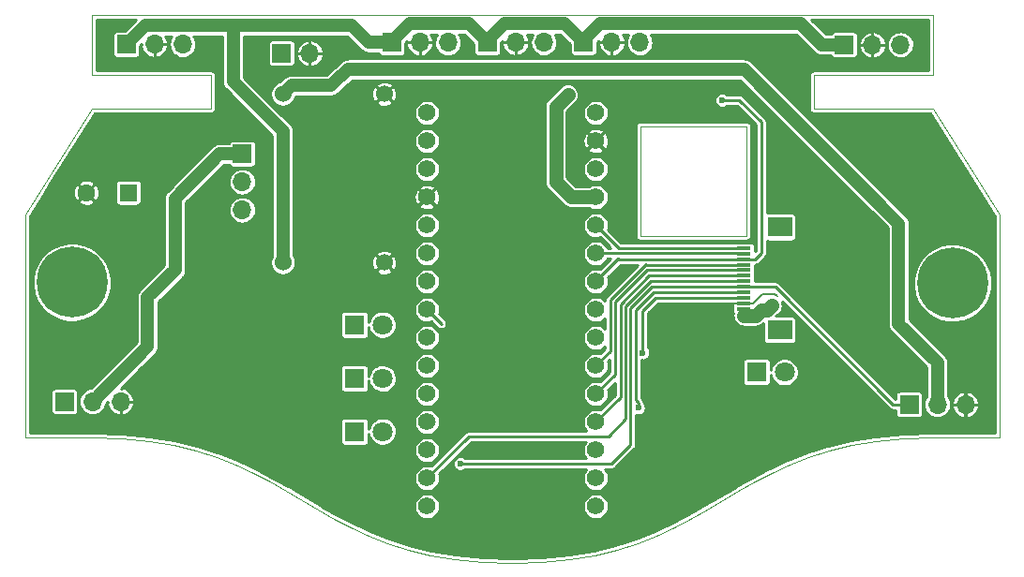
<source format=gbl>
G04 #@! TF.FileFunction,Copper,L2,Bot,Signal*
%FSLAX46Y46*%
G04 Gerber Fmt 4.6, Leading zero omitted, Abs format (unit mm)*
G04 Created by KiCad (PCBNEW 4.0.7) date 11/19/18 15:24:20*
%MOMM*%
%LPD*%
G01*
G04 APERTURE LIST*
%ADD10C,0.100000*%
%ADD11R,2.200000X1.800000*%
%ADD12R,1.300000X0.300000*%
%ADD13C,6.400000*%
%ADD14C,0.600000*%
%ADD15C,1.574800*%
%ADD16R,1.700000X1.700000*%
%ADD17O,1.700000X1.700000*%
%ADD18R,1.600000X1.600000*%
%ADD19C,1.600000*%
%ADD20R,1.800000X1.800000*%
%ADD21C,1.800000*%
%ADD22C,1.524000*%
%ADD23C,0.800000*%
%ADD24C,0.200000*%
%ADD25C,1.250000*%
%ADD26C,1.200000*%
%ADD27C,0.250000*%
%ADD28C,0.254000*%
G04 APERTURE END LIST*
D10*
X61637263Y4929373D02*
X64496763Y6624314D01*
X82082253Y11450622D02*
X79370003Y11368426D01*
X76914253Y11133175D02*
X74686503Y10761875D01*
X65223532Y29662033D02*
X65223532Y39562033D01*
X55623532Y29662033D02*
X65223532Y29662033D01*
X72658253Y10271533D02*
X70801003Y9679154D01*
X69086253Y9001744D02*
X67485503Y8256310D01*
X23652503Y6629394D02*
X26512003Y4934453D01*
X82042586Y41161710D02*
X88082253Y31572482D01*
X79370003Y11368426D02*
X76914253Y11133175D01*
X88082253Y31572482D02*
X88082253Y11450622D01*
X74686503Y10761875D02*
X72658253Y10271533D01*
X70801003Y9679154D02*
X69086253Y9001744D01*
X65223532Y39562033D02*
X55623532Y39562033D01*
X82082253Y11450622D02*
X88082253Y11450622D01*
X55623532Y39562033D02*
X55623532Y29662033D01*
X8794503Y11368426D02*
X11250253Y11133175D01*
X38914253Y430671D02*
X41370003Y195420D01*
X32801003Y1884692D02*
X34658253Y1292313D01*
X19078253Y9001744D02*
X20679003Y8256310D01*
X17363503Y9679154D02*
X19078253Y9001744D01*
X82253Y11450622D02*
X6082253Y11450622D01*
X31086253Y2562102D02*
X32801003Y1884692D01*
X27970253Y4103988D02*
X29485503Y3307536D01*
X11250253Y11133175D02*
X13478003Y10761875D01*
X20679003Y8256310D02*
X22194253Y7459858D01*
X13478003Y10761875D02*
X15506253Y10271533D01*
X6082253Y11450622D02*
X8794503Y11368426D01*
X16882237Y41161710D02*
X6121394Y41161710D01*
X16882284Y44161773D02*
X16882237Y41161710D01*
X6121374Y49661668D02*
X6121420Y44161731D01*
X6121374Y49661668D02*
X82042581Y49661664D01*
X82042581Y49661664D02*
X82042592Y44161785D01*
X71282237Y41161710D02*
X82042586Y41161710D01*
X71282248Y44161776D02*
X71282237Y41161710D01*
X82253Y11450622D02*
X82253Y31573166D01*
X82253Y31573166D02*
X6121394Y41161710D01*
X67485503Y8256310D02*
X65970253Y7459858D01*
X65970253Y7459858D02*
X64495680Y6624320D01*
X16882284Y44161773D02*
X6121420Y44161731D01*
X61637263Y4929373D02*
X60179013Y4098908D01*
X57078253Y2562102D02*
X55363503Y1884692D01*
X41370003Y195420D02*
X44082253Y113224D01*
X22194253Y7459858D02*
X23652503Y6629394D01*
X60179013Y4098908D02*
X58679080Y3307080D01*
X58679003Y3307536D02*
X57078253Y2562102D01*
X55363503Y1884692D02*
X53506253Y1292313D01*
X29485503Y3307536D02*
X31086253Y2562102D01*
X53506253Y1292313D02*
X51478003Y801971D01*
X71282248Y44161776D02*
X82042592Y44161785D01*
X34658253Y1292313D02*
X36686503Y801971D01*
X51478003Y801971D02*
X49250253Y430671D01*
X26512003Y4934453D02*
X27970253Y4103988D01*
X49250253Y430671D02*
X46794503Y195420D01*
X46794503Y195420D02*
X44082253Y113224D01*
X36686503Y801971D02*
X38914253Y430671D01*
X15506253Y10271533D02*
X17363503Y9679154D01*
D11*
X68237560Y21151320D03*
X68237560Y30451320D03*
D12*
X64987560Y28551320D03*
X64987560Y28051320D03*
X64987560Y27551320D03*
X64987560Y27051320D03*
X64987560Y26551320D03*
X64987560Y26051320D03*
X64987560Y25551320D03*
X64987560Y25051320D03*
X64987560Y24551320D03*
X64987560Y24051320D03*
X64987560Y23551320D03*
X64987560Y23051320D03*
D13*
X4333240Y25455880D03*
D14*
X6733240Y25455880D03*
X6030296Y23758824D03*
X4333240Y23055880D03*
X2636184Y23758824D03*
X1933240Y25455880D03*
X2636184Y27152936D03*
X4333240Y27855880D03*
X6030296Y27152936D03*
D15*
X51628040Y40777160D03*
X36388040Y40777160D03*
X51628040Y38237160D03*
X36388040Y38237160D03*
X51628040Y35697160D03*
X36388040Y35697160D03*
X51628040Y33157160D03*
X36388040Y33157160D03*
X51628040Y30617160D03*
X36388040Y30617160D03*
X51628040Y28077160D03*
X36388040Y28077160D03*
X51628040Y25537160D03*
X36388040Y25537160D03*
X51628040Y22997160D03*
X36388040Y22997160D03*
X51628040Y20457160D03*
X36388040Y20457160D03*
X51628040Y17917160D03*
X36388040Y17917160D03*
X51628040Y15377160D03*
X36388040Y15377160D03*
X51628040Y12837160D03*
X36388040Y12837160D03*
X51628040Y10297160D03*
X36388040Y10297160D03*
X51628040Y7757160D03*
X36388040Y7757160D03*
X51628040Y5217160D03*
X36388040Y5217160D03*
D16*
X50510440Y47132240D03*
D17*
X53050440Y47132240D03*
X55590440Y47132240D03*
D18*
X9418480Y33568640D03*
D19*
X5618480Y33568640D03*
D20*
X29829760Y21615400D03*
D21*
X32369760Y21615400D03*
D20*
X29829760Y16769080D03*
D21*
X32369760Y16769080D03*
D20*
X29834840Y11973560D03*
D21*
X32374840Y11973560D03*
D20*
X66131440Y17332960D03*
D21*
X68671440Y17332960D03*
D16*
X9235440Y46974760D03*
D17*
X11775440Y46974760D03*
X14315440Y46974760D03*
D16*
X74056240Y46918880D03*
D17*
X76596240Y46918880D03*
X79136240Y46918880D03*
D16*
X23256240Y46161960D03*
D17*
X25796240Y46161960D03*
D16*
X3642360Y14681200D03*
D17*
X6182360Y14681200D03*
X8722360Y14681200D03*
D16*
X19705320Y37073840D03*
D17*
X19705320Y34533840D03*
X19705320Y31993840D03*
D16*
X79913480Y14422120D03*
D17*
X82453480Y14422120D03*
X84993480Y14422120D03*
D16*
X33192720Y47127160D03*
D17*
X35732720Y47127160D03*
X38272720Y47127160D03*
D16*
X41843960Y47142400D03*
D17*
X44383960Y47142400D03*
X46923960Y47142400D03*
D22*
X23373080Y42473880D03*
X32517080Y42473880D03*
X23373080Y27233880D03*
X32513080Y27233880D03*
D13*
X83850480Y25394920D03*
D14*
X86250480Y25394920D03*
X85547536Y23697864D03*
X83850480Y22994920D03*
X82153424Y23697864D03*
X81450480Y25394920D03*
X82153424Y27091976D03*
X83850480Y27794920D03*
X85547536Y27091976D03*
X27711400Y20253920D03*
D23*
X67497960Y23357840D03*
X49098200Y42423080D03*
D14*
X63032640Y41925240D03*
X55864760Y19095720D03*
X55458360Y14112240D03*
X39380160Y9052560D03*
D24*
X67781236Y24419560D02*
X68012978Y24187818D01*
X66659760Y24419560D02*
X67781236Y24419560D01*
X65791520Y23551320D02*
X66659760Y24419560D01*
X65755960Y23551320D02*
X65791520Y23551320D01*
X64987560Y23551320D02*
X65755960Y23551320D01*
X63596580Y23439180D02*
X63596520Y23439120D01*
X63804800Y23439180D02*
X63596580Y23439180D01*
X63667670Y23576310D02*
X63804800Y23439180D01*
X64119730Y23576310D02*
X63667670Y23576310D01*
X64987560Y23551320D02*
X64144720Y23551320D01*
X64144720Y23551320D02*
X64119730Y23576310D01*
X64066000Y23479760D02*
X64137560Y23551320D01*
X64987560Y23551320D02*
X64137560Y23551320D01*
D25*
X66077753Y22458680D02*
X64988440Y22458680D01*
X66576914Y22957841D02*
X66077753Y22458680D01*
X67097961Y22957841D02*
X66576914Y22957841D01*
X67497960Y23357840D02*
X67097961Y22957841D01*
D24*
X64988440Y22458680D02*
X64987560Y22459560D01*
X64987560Y22459560D02*
X64987560Y23051320D01*
D25*
X49098200Y42423080D02*
X48006000Y41330880D01*
X48006000Y41330880D02*
X48006000Y34579560D01*
X48006000Y34579560D02*
X49428400Y33157160D01*
X49428400Y33157160D02*
X51628040Y33157160D01*
D26*
X29595119Y48674761D02*
X18892520Y48674761D01*
X18892520Y48674761D02*
X10935441Y48674761D01*
X23373080Y39100760D02*
X18892520Y43581320D01*
X18892520Y43581320D02*
X18892520Y48674761D01*
X23373080Y27233880D02*
X23373080Y39100760D01*
X33192720Y47127160D02*
X31142720Y47127160D01*
X31142720Y47127160D02*
X29595119Y48674761D01*
X10935441Y48674761D02*
X9235440Y46974760D01*
X50510440Y47320200D02*
X52022481Y48832241D01*
X52022481Y48832241D02*
X70092879Y48832241D01*
X72006240Y46918880D02*
X74056240Y46918880D01*
X70092879Y48832241D02*
X72006240Y46918880D01*
X50510440Y47132240D02*
X50510440Y47320200D01*
X41843960Y47335440D02*
X43350921Y48842401D01*
X43350921Y48842401D02*
X48800279Y48842401D01*
X48800279Y48842401D02*
X50510440Y47132240D01*
X41843960Y47142400D02*
X41843960Y47335440D01*
X34803080Y48849280D02*
X40137080Y48849280D01*
X40137080Y48849280D02*
X41843960Y47142400D01*
X33192720Y47238920D02*
X34803080Y48849280D01*
X33192720Y47127160D02*
X33192720Y47238920D01*
X23373080Y27233880D02*
X23373080Y28311510D01*
D27*
X51628040Y30617160D02*
X53202840Y29042360D01*
X53202840Y29042360D02*
X53207920Y29042360D01*
X53207920Y29042360D02*
X53698960Y28551320D01*
X53698960Y28551320D02*
X64987560Y28551320D01*
X51628040Y28077160D02*
X64961720Y28077160D01*
X64961720Y28077160D02*
X64987560Y28051320D01*
X51628040Y17917160D02*
X52948840Y19237960D01*
X56169880Y27051320D02*
X64987560Y27051320D01*
X52948840Y19237960D02*
X52948840Y23870920D01*
X52948840Y23870920D02*
X56149560Y27071640D01*
X56149560Y27071640D02*
X56169880Y27051320D01*
X51628040Y15377160D02*
X53398851Y17147971D01*
X53398851Y17147971D02*
X53398851Y23684521D01*
X53398851Y23684521D02*
X56285970Y26571640D01*
X56285970Y26571640D02*
X56306290Y26551320D01*
X56306290Y26551320D02*
X64987560Y26551320D01*
X51628040Y12837160D02*
X53848862Y15057982D01*
X53848862Y15057982D02*
X53848862Y23498122D01*
X53848862Y23498122D02*
X56422380Y26071640D01*
X56422380Y26071640D02*
X56442700Y26051320D01*
X56442700Y26051320D02*
X64987560Y26051320D01*
X64587120Y41925240D02*
X66563240Y39949120D01*
X66563240Y39949120D02*
X66563240Y28102560D01*
X63032640Y41925240D02*
X64587120Y41925240D01*
X66012000Y27551320D02*
X64987560Y27551320D01*
X66563240Y28864560D02*
X66563240Y28102560D01*
X66563240Y28102560D02*
X66012000Y27551320D01*
X53662520Y27571640D02*
X53682840Y27551320D01*
X53682840Y27551320D02*
X64987560Y27551320D01*
X51628040Y25537160D02*
X53662520Y27571640D01*
X60553600Y24071640D02*
X60840680Y24071640D01*
X57035760Y24071640D02*
X60553600Y24071640D01*
X60553600Y24071640D02*
X60573920Y24051320D01*
X60573920Y24051320D02*
X64987560Y24051320D01*
X55859680Y22895560D02*
X57035760Y24071640D01*
X55859680Y19525064D02*
X55859680Y22895560D01*
X55864760Y19095720D02*
X55864760Y19519984D01*
X55864760Y19519984D02*
X55859680Y19525064D01*
X37668200Y21717000D02*
X36388040Y22997160D01*
X56831610Y24571640D02*
X56851930Y24551320D01*
X56851930Y24551320D02*
X64987560Y24551320D01*
X55198895Y14795969D02*
X55458360Y14536504D01*
X55198895Y22938925D02*
X55198895Y14795969D01*
X56831610Y24571640D02*
X55198895Y22938925D01*
X55458360Y14536504D02*
X55458360Y14112240D01*
X37007800Y12837160D02*
X36388040Y12837160D01*
X64987560Y25051320D02*
X67821240Y25051320D01*
X67821240Y25051320D02*
X78450440Y14422120D01*
X78450440Y14422120D02*
X79913480Y14422120D01*
X39380160Y9052560D02*
X53030120Y9052560D01*
X53030120Y9052560D02*
X54748884Y10771324D01*
X54748884Y10771324D02*
X54748884Y23125324D01*
X54748884Y23125324D02*
X56695200Y25071640D01*
X56695200Y25071640D02*
X56715520Y25051320D01*
X56715520Y25051320D02*
X64987560Y25051320D01*
X36388040Y7757160D02*
X40187880Y11557000D01*
X40187880Y11557000D02*
X52740560Y11557000D01*
X52740560Y11557000D02*
X54298873Y13115313D01*
X54298873Y13115313D02*
X54298873Y23311723D01*
X56558790Y25571640D02*
X56579110Y25551320D01*
X54298873Y23311723D02*
X56558790Y25571640D01*
X56579110Y25551320D02*
X64987560Y25551320D01*
D26*
X11155680Y19654520D02*
X6182360Y14681200D01*
X13634720Y26573480D02*
X13634720Y33053240D01*
X11155680Y19654520D02*
X11155680Y24094440D01*
X11155680Y24094440D02*
X13634720Y26573480D01*
X78963520Y21671280D02*
X82453480Y18181320D01*
X82453480Y18181320D02*
X82453480Y14422120D01*
X78963520Y30774640D02*
X78963520Y21671280D01*
X65029080Y44709080D02*
X78963520Y30774640D01*
X29235400Y44709080D02*
X65029080Y44709080D01*
X28612201Y44085881D02*
X29235400Y44709080D01*
X28571561Y44085881D02*
X28612201Y44085881D01*
X23373080Y42473880D02*
X24135079Y43235879D01*
X24135079Y43235879D02*
X27721559Y43235879D01*
X27721559Y43235879D02*
X28571561Y44085881D01*
X13634720Y33053240D02*
X17655320Y37073840D01*
X17655320Y37073840D02*
X19705320Y37073840D01*
D28*
G36*
X9082578Y48203584D02*
X8385440Y48203584D01*
X8325404Y48198797D01*
X8223577Y48167263D01*
X8134566Y48108609D01*
X8065420Y48027479D01*
X8021614Y47930298D01*
X8006616Y47824760D01*
X8006616Y46124760D01*
X8011403Y46064724D01*
X8042937Y45962897D01*
X8101591Y45873886D01*
X8182721Y45804740D01*
X8279902Y45760934D01*
X8385440Y45745936D01*
X10085440Y45745936D01*
X10145476Y45750723D01*
X10247303Y45782257D01*
X10336314Y45840911D01*
X10405460Y45922041D01*
X10449266Y46019222D01*
X10464264Y46124760D01*
X10464264Y46821898D01*
X10614124Y46971758D01*
X10635193Y46971758D01*
X10554143Y46778288D01*
X10615940Y46543800D01*
X10722296Y46325874D01*
X10869123Y46132884D01*
X11050779Y45972247D01*
X11260284Y45850136D01*
X11489586Y45771243D01*
X11578968Y45753463D01*
X11772440Y45834514D01*
X11772440Y46971760D01*
X11778440Y46971760D01*
X11778440Y45834514D01*
X11971912Y45753463D01*
X12061294Y45771243D01*
X12290596Y45850136D01*
X12500101Y45972247D01*
X12681757Y46132884D01*
X12828584Y46325874D01*
X12934940Y46543800D01*
X12996737Y46778288D01*
X12915686Y46971760D01*
X11778440Y46971760D01*
X11772440Y46971760D01*
X11752440Y46971760D01*
X11752440Y46977760D01*
X11772440Y46977760D01*
X11772440Y46997760D01*
X11778440Y46997760D01*
X11778440Y46977760D01*
X12915686Y46977760D01*
X12996737Y47171232D01*
X12934940Y47405720D01*
X12828584Y47623646D01*
X12772197Y47697761D01*
X13323038Y47697761D01*
X13303026Y47673912D01*
X13187661Y47464064D01*
X13115253Y47235805D01*
X13088560Y46997829D01*
X13088440Y46980697D01*
X13088440Y46968823D01*
X13111808Y46730497D01*
X13181022Y46501250D01*
X13293446Y46289812D01*
X13444797Y46104237D01*
X13629310Y45951594D01*
X13839958Y45837697D01*
X14068717Y45766884D01*
X14306874Y45741853D01*
X14545357Y45763557D01*
X14775082Y45831168D01*
X14987300Y45942113D01*
X15173927Y46092165D01*
X15327854Y46275608D01*
X15443219Y46485456D01*
X15515627Y46713715D01*
X15542320Y46951691D01*
X15542440Y46968823D01*
X15542440Y46980697D01*
X15519072Y47219023D01*
X15449858Y47448270D01*
X15337434Y47659708D01*
X15306399Y47697761D01*
X17915520Y47697761D01*
X17915520Y43581320D01*
X17924323Y43491543D01*
X17932192Y43401600D01*
X17933626Y43396665D01*
X17934127Y43391553D01*
X17960214Y43305148D01*
X17985390Y43218494D01*
X17987753Y43213934D01*
X17989239Y43209014D01*
X18031626Y43129295D01*
X18073139Y43049208D01*
X18076343Y43045195D01*
X18078756Y43040656D01*
X18135805Y42970707D01*
X18192098Y42900189D01*
X18199144Y42893045D01*
X18199269Y42892892D01*
X18199411Y42892775D01*
X18201677Y42890477D01*
X22396080Y38696073D01*
X22396080Y27823141D01*
X22370137Y27785252D01*
X22282143Y27579946D01*
X22235702Y27361457D01*
X22232583Y27138110D01*
X22272905Y26918410D01*
X22355133Y26710726D01*
X22476134Y26522970D01*
X22631300Y26362291D01*
X22814719Y26234811D01*
X23019407Y26145385D01*
X23237565Y26097420D01*
X23460886Y26092742D01*
X23680862Y26131530D01*
X23889114Y26212306D01*
X24077711Y26331993D01*
X24237099Y26483777D01*
X31767220Y26483777D01*
X31836876Y26298062D01*
X32032438Y26184122D01*
X32246472Y26110524D01*
X32470750Y26080096D01*
X32696656Y26094008D01*
X32915506Y26151724D01*
X33118892Y26251026D01*
X33189284Y26298062D01*
X33258940Y26483777D01*
X32513080Y27229637D01*
X31767220Y26483777D01*
X24237099Y26483777D01*
X24239469Y26486033D01*
X24368227Y26668558D01*
X24459079Y26872616D01*
X24508566Y27090435D01*
X24511160Y27276210D01*
X31359296Y27276210D01*
X31373208Y27050304D01*
X31430924Y26831454D01*
X31530226Y26628068D01*
X31577262Y26557676D01*
X31762977Y26488020D01*
X32508837Y27233880D01*
X32517323Y27233880D01*
X33263183Y26488020D01*
X33448898Y26557676D01*
X33562838Y26753238D01*
X33636436Y26967272D01*
X33666864Y27191550D01*
X33652952Y27417456D01*
X33595236Y27636306D01*
X33495934Y27839692D01*
X33448898Y27910084D01*
X33264479Y27979254D01*
X35222109Y27979254D01*
X35263331Y27754655D01*
X35347393Y27542340D01*
X35471092Y27350396D01*
X35629718Y27186134D01*
X35817228Y27055811D01*
X36026480Y26964392D01*
X36249503Y26915357D01*
X36477804Y26910574D01*
X36702685Y26950227D01*
X36915582Y27032804D01*
X37108385Y27155161D01*
X37273750Y27312636D01*
X37405379Y27499231D01*
X37498257Y27707840D01*
X37548848Y27930516D01*
X37552490Y28191335D01*
X37508136Y28415337D01*
X37421119Y28626458D01*
X37294751Y28816656D01*
X37133848Y28978687D01*
X36944536Y29106379D01*
X36734028Y29194868D01*
X36510342Y29240784D01*
X36281997Y29242379D01*
X36057691Y29199590D01*
X35845968Y29114048D01*
X35654892Y28989012D01*
X35491742Y28829243D01*
X35362731Y28640828D01*
X35272775Y28430943D01*
X35225298Y28207582D01*
X35222109Y27979254D01*
X33264479Y27979254D01*
X33263183Y27979740D01*
X32517323Y27233880D01*
X32508837Y27233880D01*
X31762977Y27979740D01*
X31577262Y27910084D01*
X31463322Y27714522D01*
X31389724Y27500488D01*
X31359296Y27276210D01*
X24511160Y27276210D01*
X24512129Y27345565D01*
X24468743Y27564680D01*
X24383623Y27771195D01*
X24350080Y27821681D01*
X24350080Y27983983D01*
X31767220Y27983983D01*
X32513080Y27238123D01*
X33258940Y27983983D01*
X33189284Y28169698D01*
X32993722Y28283638D01*
X32779688Y28357236D01*
X32555410Y28387664D01*
X32329504Y28373752D01*
X32110654Y28316036D01*
X31907268Y28216734D01*
X31836876Y28169698D01*
X31767220Y27983983D01*
X24350080Y27983983D01*
X24350080Y30519254D01*
X35222109Y30519254D01*
X35263331Y30294655D01*
X35347393Y30082340D01*
X35471092Y29890396D01*
X35629718Y29726134D01*
X35817228Y29595811D01*
X36026480Y29504392D01*
X36249503Y29455357D01*
X36477804Y29450574D01*
X36702685Y29490227D01*
X36915582Y29572804D01*
X37108385Y29695161D01*
X37273750Y29852636D01*
X37405379Y30039231D01*
X37498257Y30247840D01*
X37548848Y30470516D01*
X37552490Y30731335D01*
X37508136Y30955337D01*
X37421119Y31166458D01*
X37294751Y31356656D01*
X37133848Y31518687D01*
X36944536Y31646379D01*
X36734028Y31734868D01*
X36510342Y31780784D01*
X36281997Y31782379D01*
X36057691Y31739590D01*
X35845968Y31654048D01*
X35654892Y31529012D01*
X35491742Y31369243D01*
X35362731Y31180828D01*
X35272775Y30970943D01*
X35225298Y30747582D01*
X35222109Y30519254D01*
X24350080Y30519254D01*
X24350080Y32389010D01*
X35624133Y32389010D01*
X35696835Y32200693D01*
X35896713Y32084224D01*
X36115473Y32008987D01*
X36344708Y31977873D01*
X36575608Y31992079D01*
X36799300Y32051059D01*
X37007187Y32152545D01*
X37079245Y32200693D01*
X37151947Y32389010D01*
X36388040Y33152917D01*
X35624133Y32389010D01*
X24350080Y32389010D01*
X24350080Y33200492D01*
X35208753Y33200492D01*
X35222959Y32969592D01*
X35281939Y32745900D01*
X35383425Y32538013D01*
X35431573Y32465955D01*
X35619890Y32393253D01*
X36383797Y33157160D01*
X36392283Y33157160D01*
X37156190Y32393253D01*
X37344507Y32465955D01*
X37460976Y32665833D01*
X37536213Y32884593D01*
X37567327Y33113828D01*
X37553121Y33344728D01*
X37494141Y33568420D01*
X37392655Y33776307D01*
X37344507Y33848365D01*
X37156190Y33921067D01*
X36392283Y33157160D01*
X36383797Y33157160D01*
X35619890Y33921067D01*
X35431573Y33848365D01*
X35315104Y33648487D01*
X35239867Y33429727D01*
X35208753Y33200492D01*
X24350080Y33200492D01*
X24350080Y33925310D01*
X35624133Y33925310D01*
X36388040Y33161403D01*
X37151947Y33925310D01*
X37079245Y34113627D01*
X36879367Y34230096D01*
X36660607Y34305333D01*
X36431372Y34336447D01*
X36200472Y34322241D01*
X35976780Y34263261D01*
X35768893Y34161775D01*
X35696835Y34113627D01*
X35624133Y33925310D01*
X24350080Y33925310D01*
X24350080Y35599254D01*
X35222109Y35599254D01*
X35263331Y35374655D01*
X35347393Y35162340D01*
X35471092Y34970396D01*
X35629718Y34806134D01*
X35817228Y34675811D01*
X36026480Y34584392D01*
X36249503Y34535357D01*
X36477804Y34530574D01*
X36702685Y34570227D01*
X36915582Y34652804D01*
X37108385Y34775161D01*
X37273750Y34932636D01*
X37405379Y35119231D01*
X37498257Y35327840D01*
X37548848Y35550516D01*
X37552490Y35811335D01*
X37508136Y36035337D01*
X37421119Y36246458D01*
X37294751Y36436656D01*
X37133848Y36598687D01*
X36944536Y36726379D01*
X36734028Y36814868D01*
X36510342Y36860784D01*
X36281997Y36862379D01*
X36057691Y36819590D01*
X35845968Y36734048D01*
X35654892Y36609012D01*
X35491742Y36449243D01*
X35362731Y36260828D01*
X35272775Y36050943D01*
X35225298Y35827582D01*
X35222109Y35599254D01*
X24350080Y35599254D01*
X24350080Y38139254D01*
X35222109Y38139254D01*
X35263331Y37914655D01*
X35347393Y37702340D01*
X35471092Y37510396D01*
X35629718Y37346134D01*
X35817228Y37215811D01*
X36026480Y37124392D01*
X36249503Y37075357D01*
X36477804Y37070574D01*
X36702685Y37110227D01*
X36915582Y37192804D01*
X37108385Y37315161D01*
X37273750Y37472636D01*
X37405379Y37659231D01*
X37498257Y37867840D01*
X37548848Y38090516D01*
X37552490Y38351335D01*
X37508136Y38575337D01*
X37421119Y38786458D01*
X37294751Y38976656D01*
X37133848Y39138687D01*
X36944536Y39266379D01*
X36734028Y39354868D01*
X36510342Y39400784D01*
X36281997Y39402379D01*
X36057691Y39359590D01*
X35845968Y39274048D01*
X35654892Y39149012D01*
X35491742Y38989243D01*
X35362731Y38800828D01*
X35272775Y38590943D01*
X35225298Y38367582D01*
X35222109Y38139254D01*
X24350080Y38139254D01*
X24350080Y39100760D01*
X24341277Y39190537D01*
X24333408Y39280480D01*
X24331974Y39285415D01*
X24331473Y39290527D01*
X24305400Y39376886D01*
X24280211Y39463586D01*
X24277845Y39468150D01*
X24276361Y39473066D01*
X24233993Y39552750D01*
X24192461Y39632872D01*
X24189257Y39636885D01*
X24186844Y39641424D01*
X24129775Y39711398D01*
X24073502Y39781890D01*
X24066453Y39789038D01*
X24066331Y39789188D01*
X24066192Y39789303D01*
X24063924Y39791603D01*
X23176273Y40679254D01*
X35222109Y40679254D01*
X35263331Y40454655D01*
X35347393Y40242340D01*
X35471092Y40050396D01*
X35629718Y39886134D01*
X35817228Y39755811D01*
X36026480Y39664392D01*
X36249503Y39615357D01*
X36477804Y39610574D01*
X36702685Y39650227D01*
X36915582Y39732804D01*
X37108385Y39855161D01*
X37273750Y40012636D01*
X37405379Y40199231D01*
X37498257Y40407840D01*
X37548848Y40630516D01*
X37552490Y40891335D01*
X37508136Y41115337D01*
X37421119Y41326458D01*
X37418182Y41330880D01*
X47004000Y41330880D01*
X47004000Y34579560D01*
X47013029Y34487476D01*
X47021099Y34395241D01*
X47022569Y34390182D01*
X47023083Y34384937D01*
X47049834Y34296334D01*
X47075657Y34207449D01*
X47078083Y34202770D01*
X47079605Y34197727D01*
X47123049Y34116021D01*
X47165652Y34033832D01*
X47168940Y34029714D01*
X47171413Y34025062D01*
X47229920Y33953326D01*
X47287656Y33881001D01*
X47294888Y33873667D01*
X47295010Y33873517D01*
X47295149Y33873402D01*
X47297479Y33871039D01*
X48719879Y32448639D01*
X48791358Y32389926D01*
X48862303Y32330396D01*
X48866924Y32327856D01*
X48870992Y32324514D01*
X48952525Y32280796D01*
X49033670Y32236186D01*
X49038693Y32234593D01*
X49043336Y32232103D01*
X49131810Y32205054D01*
X49220072Y32177056D01*
X49225312Y32176468D01*
X49230347Y32174929D01*
X49322368Y32165582D01*
X49414410Y32155258D01*
X49424717Y32155186D01*
X49424902Y32155167D01*
X49425074Y32155183D01*
X49428400Y32155160D01*
X51029388Y32155160D01*
X51057228Y32135811D01*
X51266480Y32044392D01*
X51489503Y31995357D01*
X51717804Y31990574D01*
X51942685Y32030227D01*
X52155582Y32112804D01*
X52348385Y32235161D01*
X52513750Y32392636D01*
X52645379Y32579231D01*
X52738257Y32787840D01*
X52788848Y33010516D01*
X52792490Y33271335D01*
X52748136Y33495337D01*
X52661119Y33706458D01*
X52534751Y33896656D01*
X52373848Y34058687D01*
X52184536Y34186379D01*
X51974028Y34274868D01*
X51750342Y34320784D01*
X51521997Y34322379D01*
X51297691Y34279590D01*
X51085968Y34194048D01*
X51032653Y34159160D01*
X49843442Y34159160D01*
X49008000Y34994602D01*
X49008000Y35599254D01*
X50462109Y35599254D01*
X50503331Y35374655D01*
X50587393Y35162340D01*
X50711092Y34970396D01*
X50869718Y34806134D01*
X51057228Y34675811D01*
X51266480Y34584392D01*
X51489503Y34535357D01*
X51717804Y34530574D01*
X51942685Y34570227D01*
X52155582Y34652804D01*
X52348385Y34775161D01*
X52513750Y34932636D01*
X52645379Y35119231D01*
X52738257Y35327840D01*
X52788848Y35550516D01*
X52792490Y35811335D01*
X52748136Y36035337D01*
X52661119Y36246458D01*
X52534751Y36436656D01*
X52373848Y36598687D01*
X52184536Y36726379D01*
X51974028Y36814868D01*
X51750342Y36860784D01*
X51521997Y36862379D01*
X51297691Y36819590D01*
X51085968Y36734048D01*
X50894892Y36609012D01*
X50731742Y36449243D01*
X50602731Y36260828D01*
X50512775Y36050943D01*
X50465298Y35827582D01*
X50462109Y35599254D01*
X49008000Y35599254D01*
X49008000Y37469010D01*
X50864133Y37469010D01*
X50936835Y37280693D01*
X51136713Y37164224D01*
X51355473Y37088987D01*
X51584708Y37057873D01*
X51815608Y37072079D01*
X52039300Y37131059D01*
X52247187Y37232545D01*
X52319245Y37280693D01*
X52391947Y37469010D01*
X51628040Y38232917D01*
X50864133Y37469010D01*
X49008000Y37469010D01*
X49008000Y38280492D01*
X50448753Y38280492D01*
X50462959Y38049592D01*
X50521939Y37825900D01*
X50623425Y37618013D01*
X50671573Y37545955D01*
X50859890Y37473253D01*
X51623797Y38237160D01*
X51632283Y38237160D01*
X52396190Y37473253D01*
X52584507Y37545955D01*
X52700976Y37745833D01*
X52776213Y37964593D01*
X52807327Y38193828D01*
X52793121Y38424728D01*
X52734141Y38648420D01*
X52632655Y38856307D01*
X52584507Y38928365D01*
X52396190Y39001067D01*
X51632283Y38237160D01*
X51623797Y38237160D01*
X50859890Y39001067D01*
X50671573Y38928365D01*
X50555104Y38728487D01*
X50479867Y38509727D01*
X50448753Y38280492D01*
X49008000Y38280492D01*
X49008000Y39005310D01*
X50864133Y39005310D01*
X51628040Y38241403D01*
X52391947Y39005310D01*
X52319245Y39193627D01*
X52119367Y39310096D01*
X51900607Y39385333D01*
X51671372Y39416447D01*
X51440472Y39402241D01*
X51216780Y39343261D01*
X51008893Y39241775D01*
X50936835Y39193627D01*
X50864133Y39005310D01*
X49008000Y39005310D01*
X49008000Y39562033D01*
X55196532Y39562033D01*
X55196532Y29662033D01*
X55200449Y29622085D01*
X55204095Y29582021D01*
X55204518Y29580584D01*
X55204664Y29579095D01*
X55216260Y29540686D01*
X55227624Y29502076D01*
X55228319Y29500746D01*
X55228751Y29499316D01*
X55247603Y29463862D01*
X55266234Y29428224D01*
X55267172Y29427058D01*
X55267875Y29425735D01*
X55293296Y29394566D01*
X55318452Y29363277D01*
X55319597Y29362316D01*
X55320545Y29361154D01*
X55351534Y29335518D01*
X55382291Y29309710D01*
X55383603Y29308989D01*
X55384757Y29308034D01*
X55420126Y29288910D01*
X55455319Y29269562D01*
X55456745Y29269110D01*
X55458063Y29268397D01*
X55496493Y29256501D01*
X55534754Y29244364D01*
X55536240Y29244197D01*
X55537672Y29243754D01*
X55577719Y29239545D01*
X55617570Y29235075D01*
X55620439Y29235055D01*
X55620551Y29235043D01*
X55620663Y29235053D01*
X55623532Y29235033D01*
X65223532Y29235033D01*
X65263480Y29238950D01*
X65303544Y29242596D01*
X65304981Y29243019D01*
X65306470Y29243165D01*
X65344879Y29254761D01*
X65383489Y29266125D01*
X65384819Y29266820D01*
X65386249Y29267252D01*
X65421703Y29286104D01*
X65457341Y29304735D01*
X65458507Y29305673D01*
X65459830Y29306376D01*
X65490999Y29331797D01*
X65522288Y29356953D01*
X65523249Y29358098D01*
X65524411Y29359046D01*
X65550047Y29390035D01*
X65575855Y29420792D01*
X65576576Y29422104D01*
X65577531Y29423258D01*
X65596655Y29458627D01*
X65616003Y29493820D01*
X65616455Y29495246D01*
X65617168Y29496564D01*
X65629064Y29534994D01*
X65641201Y29573255D01*
X65641368Y29574741D01*
X65641811Y29576173D01*
X65646020Y29616220D01*
X65650490Y29656071D01*
X65650510Y29658940D01*
X65650522Y29659052D01*
X65650512Y29659164D01*
X65650532Y29662033D01*
X65650532Y39562033D01*
X65646615Y39601981D01*
X65642969Y39642045D01*
X65642546Y39643482D01*
X65642400Y39644971D01*
X65630804Y39683380D01*
X65619440Y39721990D01*
X65618745Y39723320D01*
X65618313Y39724750D01*
X65599461Y39760204D01*
X65580830Y39795842D01*
X65579892Y39797008D01*
X65579189Y39798331D01*
X65553768Y39829500D01*
X65528612Y39860789D01*
X65527467Y39861750D01*
X65526519Y39862912D01*
X65495530Y39888548D01*
X65464773Y39914356D01*
X65463461Y39915077D01*
X65462307Y39916032D01*
X65426938Y39935156D01*
X65391745Y39954504D01*
X65390319Y39954956D01*
X65389001Y39955669D01*
X65350571Y39967565D01*
X65312310Y39979702D01*
X65310824Y39979869D01*
X65309392Y39980312D01*
X65269345Y39984521D01*
X65229494Y39988991D01*
X65226625Y39989011D01*
X65226513Y39989023D01*
X65226401Y39989013D01*
X65223532Y39989033D01*
X55623532Y39989033D01*
X55583584Y39985116D01*
X55543520Y39981470D01*
X55542083Y39981047D01*
X55540594Y39980901D01*
X55502185Y39969305D01*
X55463575Y39957941D01*
X55462245Y39957246D01*
X55460815Y39956814D01*
X55425361Y39937962D01*
X55389723Y39919331D01*
X55388557Y39918393D01*
X55387234Y39917690D01*
X55356065Y39892269D01*
X55324776Y39867113D01*
X55323815Y39865968D01*
X55322653Y39865020D01*
X55297017Y39834031D01*
X55271209Y39803274D01*
X55270488Y39801962D01*
X55269533Y39800808D01*
X55250409Y39765439D01*
X55231061Y39730246D01*
X55230609Y39728820D01*
X55229896Y39727502D01*
X55218000Y39689072D01*
X55205863Y39650811D01*
X55205696Y39649325D01*
X55205253Y39647893D01*
X55201044Y39607846D01*
X55196574Y39567995D01*
X55196554Y39565126D01*
X55196542Y39565014D01*
X55196552Y39564902D01*
X55196532Y39562033D01*
X49008000Y39562033D01*
X49008000Y40679254D01*
X50462109Y40679254D01*
X50503331Y40454655D01*
X50587393Y40242340D01*
X50711092Y40050396D01*
X50869718Y39886134D01*
X51057228Y39755811D01*
X51266480Y39664392D01*
X51489503Y39615357D01*
X51717804Y39610574D01*
X51942685Y39650227D01*
X52155582Y39732804D01*
X52348385Y39855161D01*
X52513750Y40012636D01*
X52645379Y40199231D01*
X52738257Y40407840D01*
X52788848Y40630516D01*
X52792490Y40891335D01*
X52748136Y41115337D01*
X52661119Y41326458D01*
X52534751Y41516656D01*
X52373848Y41678687D01*
X52184536Y41806379D01*
X51974028Y41894868D01*
X51750342Y41940784D01*
X51521997Y41942379D01*
X51297691Y41899590D01*
X51085968Y41814048D01*
X50894892Y41689012D01*
X50731742Y41529243D01*
X50602731Y41340828D01*
X50512775Y41130943D01*
X50465298Y40907582D01*
X50462109Y40679254D01*
X49008000Y40679254D01*
X49008000Y40915838D01*
X49806721Y41714559D01*
X49930846Y41865672D01*
X50023257Y42038016D01*
X50080431Y42225027D01*
X50100194Y42419582D01*
X50081790Y42614271D01*
X50025923Y42801676D01*
X49934717Y42974661D01*
X49811650Y43126638D01*
X49661408Y43251815D01*
X49489712Y43345426D01*
X49303105Y43403905D01*
X49108693Y43425026D01*
X48913881Y43407981D01*
X48726089Y43353423D01*
X48552472Y43263428D01*
X48399641Y43141424D01*
X48389679Y43131601D01*
X47297479Y42039401D01*
X47238744Y41967896D01*
X47179236Y41896977D01*
X47176698Y41892360D01*
X47173353Y41888288D01*
X47129625Y41806735D01*
X47085026Y41725610D01*
X47083432Y41720585D01*
X47080943Y41715943D01*
X47053899Y41627484D01*
X47025896Y41539208D01*
X47025308Y41533968D01*
X47023769Y41528933D01*
X47014417Y41436868D01*
X47004098Y41344870D01*
X47004026Y41334574D01*
X47004006Y41334378D01*
X47004023Y41334196D01*
X47004000Y41330880D01*
X37418182Y41330880D01*
X37294751Y41516656D01*
X37133848Y41678687D01*
X36944536Y41806379D01*
X36734028Y41894868D01*
X36510342Y41940784D01*
X36281997Y41942379D01*
X36057691Y41899590D01*
X35845968Y41814048D01*
X35654892Y41689012D01*
X35491742Y41529243D01*
X35362731Y41340828D01*
X35272775Y41130943D01*
X35225298Y40907582D01*
X35222109Y40679254D01*
X23176273Y40679254D01*
X21477417Y42378110D01*
X22232583Y42378110D01*
X22272905Y42158410D01*
X22355133Y41950726D01*
X22476134Y41762970D01*
X22631300Y41602291D01*
X22814719Y41474811D01*
X23019407Y41385385D01*
X23237565Y41337420D01*
X23460886Y41332742D01*
X23680862Y41371530D01*
X23889114Y41452306D01*
X24077711Y41571993D01*
X24237099Y41723777D01*
X31771220Y41723777D01*
X31840876Y41538062D01*
X32036438Y41424122D01*
X32250472Y41350524D01*
X32474750Y41320096D01*
X32700656Y41334008D01*
X32919506Y41391724D01*
X33122892Y41491026D01*
X33193284Y41538062D01*
X33262940Y41723777D01*
X32517080Y42469637D01*
X31771220Y41723777D01*
X24237099Y41723777D01*
X24239469Y41726033D01*
X24368227Y41908558D01*
X24459079Y42112616D01*
X24478357Y42197471D01*
X24539766Y42258879D01*
X27721559Y42258879D01*
X27811336Y42267682D01*
X27901279Y42275551D01*
X27906214Y42276985D01*
X27911326Y42277486D01*
X27997731Y42303573D01*
X28084385Y42328749D01*
X28088945Y42331112D01*
X28093865Y42332598D01*
X28173584Y42374985D01*
X28253671Y42416498D01*
X28257684Y42419702D01*
X28262223Y42422115D01*
X28332172Y42479164D01*
X28378579Y42516210D01*
X31363296Y42516210D01*
X31377208Y42290304D01*
X31434924Y42071454D01*
X31534226Y41868068D01*
X31581262Y41797676D01*
X31766977Y41728020D01*
X32512837Y42473880D01*
X32521323Y42473880D01*
X33267183Y41728020D01*
X33452898Y41797676D01*
X33566838Y41993238D01*
X33640436Y42207272D01*
X33670864Y42431550D01*
X33656952Y42657456D01*
X33599236Y42876306D01*
X33499934Y43079692D01*
X33452898Y43150084D01*
X33267183Y43219740D01*
X32521323Y42473880D01*
X32512837Y42473880D01*
X31766977Y43219740D01*
X31581262Y43150084D01*
X31467322Y42954522D01*
X31393724Y42740488D01*
X31363296Y42516210D01*
X28378579Y42516210D01*
X28402690Y42535457D01*
X28409834Y42542503D01*
X28409987Y42542628D01*
X28410104Y42542770D01*
X28412402Y42545036D01*
X29091349Y43223983D01*
X31771220Y43223983D01*
X32517080Y42478123D01*
X33262940Y43223983D01*
X33193284Y43409698D01*
X32997722Y43523638D01*
X32783688Y43597236D01*
X32559410Y43627664D01*
X32333504Y43613752D01*
X32114654Y43556036D01*
X31911268Y43456734D01*
X31840876Y43409698D01*
X31771220Y43223983D01*
X29091349Y43223983D01*
X29122625Y43255258D01*
X29144313Y43266500D01*
X29148326Y43269704D01*
X29152865Y43272117D01*
X29222814Y43329166D01*
X29293332Y43385459D01*
X29300476Y43392505D01*
X29300629Y43392630D01*
X29300746Y43392772D01*
X29303044Y43395038D01*
X29640087Y43732080D01*
X64624394Y43732080D01*
X77986520Y30369954D01*
X77986520Y21671280D01*
X77995323Y21581503D01*
X78003192Y21491560D01*
X78004626Y21486625D01*
X78005127Y21481513D01*
X78031214Y21395108D01*
X78056390Y21308454D01*
X78058753Y21303894D01*
X78060239Y21298974D01*
X78102626Y21219255D01*
X78144139Y21139168D01*
X78147343Y21135155D01*
X78149756Y21130616D01*
X78206805Y21060667D01*
X78263098Y20990149D01*
X78270144Y20983005D01*
X78270269Y20982852D01*
X78270411Y20982735D01*
X78272677Y20980437D01*
X81476480Y17776634D01*
X81476480Y15163477D01*
X81441066Y15121272D01*
X81325701Y14911424D01*
X81253293Y14683165D01*
X81226600Y14445189D01*
X81226480Y14428057D01*
X81226480Y14416183D01*
X81249848Y14177857D01*
X81319062Y13948610D01*
X81431486Y13737172D01*
X81582837Y13551597D01*
X81767350Y13398954D01*
X81977998Y13285057D01*
X82206757Y13214244D01*
X82444914Y13189213D01*
X82683397Y13210917D01*
X82913122Y13278528D01*
X83125340Y13389473D01*
X83311967Y13539525D01*
X83465894Y13722968D01*
X83581259Y13932816D01*
X83653667Y14161075D01*
X83660909Y14225648D01*
X83772183Y14225648D01*
X83833980Y13991160D01*
X83940336Y13773234D01*
X84087163Y13580244D01*
X84268819Y13419607D01*
X84478324Y13297496D01*
X84707626Y13218603D01*
X84797008Y13200823D01*
X84990480Y13281874D01*
X84990480Y14419120D01*
X84996480Y14419120D01*
X84996480Y13281874D01*
X85189952Y13200823D01*
X85279334Y13218603D01*
X85508636Y13297496D01*
X85718141Y13419607D01*
X85899797Y13580244D01*
X86046624Y13773234D01*
X86152980Y13991160D01*
X86214777Y14225648D01*
X86133726Y14419120D01*
X84996480Y14419120D01*
X84990480Y14419120D01*
X83853234Y14419120D01*
X83772183Y14225648D01*
X83660909Y14225648D01*
X83680360Y14399051D01*
X83680480Y14416183D01*
X83680480Y14428057D01*
X83661798Y14618592D01*
X83772183Y14618592D01*
X83853234Y14425120D01*
X84990480Y14425120D01*
X84990480Y15562366D01*
X84996480Y15562366D01*
X84996480Y14425120D01*
X86133726Y14425120D01*
X86214777Y14618592D01*
X86152980Y14853080D01*
X86046624Y15071006D01*
X85899797Y15263996D01*
X85718141Y15424633D01*
X85508636Y15546744D01*
X85279334Y15625637D01*
X85189952Y15643417D01*
X84996480Y15562366D01*
X84990480Y15562366D01*
X84797008Y15643417D01*
X84707626Y15625637D01*
X84478324Y15546744D01*
X84268819Y15424633D01*
X84087163Y15263996D01*
X83940336Y15071006D01*
X83833980Y14853080D01*
X83772183Y14618592D01*
X83661798Y14618592D01*
X83657112Y14666383D01*
X83587898Y14895630D01*
X83475474Y15107068D01*
X83430480Y15162236D01*
X83430480Y18181320D01*
X83421677Y18271097D01*
X83413808Y18361040D01*
X83412374Y18365975D01*
X83411873Y18371087D01*
X83385786Y18457492D01*
X83360610Y18544146D01*
X83358247Y18548706D01*
X83356761Y18553626D01*
X83314374Y18633345D01*
X83272861Y18713432D01*
X83269657Y18717445D01*
X83267244Y18721984D01*
X83210175Y18791958D01*
X83153902Y18862450D01*
X83146857Y18869594D01*
X83146731Y18869748D01*
X83146588Y18869866D01*
X83144323Y18872163D01*
X79940520Y22075966D01*
X79940520Y25094156D01*
X80268778Y25094156D01*
X80395409Y24404194D01*
X80653644Y23751969D01*
X81033644Y23162324D01*
X81520937Y22657717D01*
X82096962Y22257369D01*
X82739778Y21976530D01*
X83424900Y21825896D01*
X84126232Y21811205D01*
X84817061Y21933017D01*
X85471073Y22186692D01*
X86063357Y22562567D01*
X86571353Y23046325D01*
X86975713Y23619541D01*
X87261033Y24260380D01*
X87416446Y24944434D01*
X87427634Y25745663D01*
X87291381Y26433789D01*
X87024066Y27082345D01*
X86635869Y27666628D01*
X86141578Y28164382D01*
X85560020Y28556648D01*
X84913346Y28828485D01*
X84226187Y28969538D01*
X83524719Y28974435D01*
X82835658Y28842990D01*
X82185251Y28580209D01*
X81598273Y28196101D01*
X81097080Y27705297D01*
X80700764Y27126491D01*
X80424419Y26481731D01*
X80278572Y25795574D01*
X80268778Y25094156D01*
X79940520Y25094156D01*
X79940520Y30774640D01*
X79931713Y30864462D01*
X79923848Y30954360D01*
X79922414Y30959295D01*
X79921913Y30964407D01*
X79895826Y31050812D01*
X79870650Y31137466D01*
X79868287Y31142026D01*
X79866801Y31146946D01*
X79824414Y31226665D01*
X79782901Y31306752D01*
X79779697Y31310765D01*
X79777284Y31315304D01*
X79720235Y31385253D01*
X79663942Y31455771D01*
X79656896Y31462915D01*
X79656771Y31463068D01*
X79656629Y31463185D01*
X79654363Y31465483D01*
X65719923Y45399923D01*
X65650207Y45457189D01*
X65581053Y45515216D01*
X65576551Y45517691D01*
X65572581Y45520952D01*
X65493053Y45563594D01*
X65413961Y45607075D01*
X65409063Y45608629D01*
X65404536Y45611056D01*
X65318240Y45637440D01*
X65232210Y45664730D01*
X65227105Y45665303D01*
X65222191Y45666805D01*
X65132367Y45675929D01*
X65042721Y45685985D01*
X65032688Y45686055D01*
X65032490Y45686075D01*
X65032305Y45686058D01*
X65029080Y45686080D01*
X29235400Y45686080D01*
X29145583Y45677273D01*
X29055679Y45669408D01*
X29050744Y45667974D01*
X29045633Y45667473D01*
X28959254Y45641393D01*
X28872573Y45616210D01*
X28868012Y45613846D01*
X28863094Y45612361D01*
X28783393Y45569984D01*
X28703288Y45528461D01*
X28699275Y45525257D01*
X28694736Y45522844D01*
X28624756Y45465770D01*
X28554269Y45409501D01*
X28547122Y45402453D01*
X28546972Y45402331D01*
X28546857Y45402192D01*
X28544556Y45399923D01*
X28061139Y44916505D01*
X28039449Y44905262D01*
X28035436Y44902058D01*
X28030897Y44899645D01*
X27960948Y44842596D01*
X27890430Y44786303D01*
X27883281Y44779253D01*
X27883133Y44779132D01*
X27883019Y44778994D01*
X27880717Y44776724D01*
X27316873Y44212879D01*
X24135079Y44212879D01*
X24045262Y44204072D01*
X23955358Y44196207D01*
X23950423Y44194773D01*
X23945312Y44194272D01*
X23858933Y44168192D01*
X23772252Y44143009D01*
X23767691Y44140645D01*
X23762773Y44139160D01*
X23683072Y44096783D01*
X23602967Y44055260D01*
X23598954Y44052056D01*
X23594415Y44049643D01*
X23524466Y43992594D01*
X23453948Y43936301D01*
X23446799Y43929251D01*
X23446651Y43929130D01*
X23446537Y43928992D01*
X23444235Y43926722D01*
X23098627Y43581113D01*
X23049937Y43571825D01*
X22842833Y43488150D01*
X22655925Y43365841D01*
X22496334Y43209557D01*
X22370137Y43025252D01*
X22282143Y42819946D01*
X22235702Y42601457D01*
X22232583Y42378110D01*
X21477417Y42378110D01*
X19869520Y43986006D01*
X19869520Y47011960D01*
X22027416Y47011960D01*
X22027416Y45311960D01*
X22032203Y45251924D01*
X22063737Y45150097D01*
X22122391Y45061086D01*
X22203521Y44991940D01*
X22300702Y44948134D01*
X22406240Y44933136D01*
X24106240Y44933136D01*
X24166276Y44937923D01*
X24268103Y44969457D01*
X24357114Y45028111D01*
X24426260Y45109241D01*
X24470066Y45206422D01*
X24485064Y45311960D01*
X24485064Y45965488D01*
X24574943Y45965488D01*
X24636740Y45731000D01*
X24743096Y45513074D01*
X24889923Y45320084D01*
X25071579Y45159447D01*
X25281084Y45037336D01*
X25510386Y44958443D01*
X25599768Y44940663D01*
X25793240Y45021714D01*
X25793240Y46158960D01*
X25799240Y46158960D01*
X25799240Y45021714D01*
X25992712Y44940663D01*
X26082094Y44958443D01*
X26311396Y45037336D01*
X26520901Y45159447D01*
X26702557Y45320084D01*
X26849384Y45513074D01*
X26955740Y45731000D01*
X27017537Y45965488D01*
X26936486Y46158960D01*
X25799240Y46158960D01*
X25793240Y46158960D01*
X24655994Y46158960D01*
X24574943Y45965488D01*
X24485064Y45965488D01*
X24485064Y46358432D01*
X24574943Y46358432D01*
X24655994Y46164960D01*
X25793240Y46164960D01*
X25793240Y47302206D01*
X25799240Y47302206D01*
X25799240Y46164960D01*
X26936486Y46164960D01*
X27017537Y46358432D01*
X26955740Y46592920D01*
X26849384Y46810846D01*
X26702557Y47003836D01*
X26520901Y47164473D01*
X26311396Y47286584D01*
X26082094Y47365477D01*
X25992712Y47383257D01*
X25799240Y47302206D01*
X25793240Y47302206D01*
X25599768Y47383257D01*
X25510386Y47365477D01*
X25281084Y47286584D01*
X25071579Y47164473D01*
X24889923Y47003836D01*
X24743096Y46810846D01*
X24636740Y46592920D01*
X24574943Y46358432D01*
X24485064Y46358432D01*
X24485064Y47011960D01*
X24480277Y47071996D01*
X24448743Y47173823D01*
X24390089Y47262834D01*
X24308959Y47331980D01*
X24211778Y47375786D01*
X24106240Y47390784D01*
X22406240Y47390784D01*
X22346204Y47385997D01*
X22244377Y47354463D01*
X22155366Y47295809D01*
X22086220Y47214679D01*
X22042414Y47117498D01*
X22027416Y47011960D01*
X19869520Y47011960D01*
X19869520Y47697761D01*
X29190433Y47697761D01*
X30451876Y46436317D01*
X30521591Y46379053D01*
X30590747Y46321024D01*
X30595252Y46318547D01*
X30599219Y46315289D01*
X30678708Y46272667D01*
X30757839Y46229165D01*
X30762737Y46227611D01*
X30767264Y46225184D01*
X30853560Y46198800D01*
X30939590Y46171510D01*
X30944695Y46170937D01*
X30949609Y46169435D01*
X31039393Y46160315D01*
X31129079Y46150255D01*
X31139121Y46150185D01*
X31139309Y46150166D01*
X31139484Y46150183D01*
X31142720Y46150160D01*
X31989421Y46150160D01*
X32000217Y46115297D01*
X32058871Y46026286D01*
X32140001Y45957140D01*
X32237182Y45913334D01*
X32342720Y45898336D01*
X34042720Y45898336D01*
X34102756Y45903123D01*
X34204583Y45934657D01*
X34293594Y45993311D01*
X34362740Y46074441D01*
X34406546Y46171622D01*
X34421544Y46277160D01*
X34421544Y46930688D01*
X34511423Y46930688D01*
X34573220Y46696200D01*
X34679576Y46478274D01*
X34826403Y46285284D01*
X35008059Y46124647D01*
X35217564Y46002536D01*
X35446866Y45923643D01*
X35536248Y45905863D01*
X35729720Y45986914D01*
X35729720Y47124160D01*
X35735720Y47124160D01*
X35735720Y45986914D01*
X35929192Y45905863D01*
X36018574Y45923643D01*
X36247876Y46002536D01*
X36457381Y46124647D01*
X36639037Y46285284D01*
X36785864Y46478274D01*
X36892220Y46696200D01*
X36954017Y46930688D01*
X36872966Y47124160D01*
X35735720Y47124160D01*
X35729720Y47124160D01*
X34592474Y47124160D01*
X34511423Y46930688D01*
X34421544Y46930688D01*
X34421544Y47086058D01*
X34555029Y47219543D01*
X34592474Y47130160D01*
X35729720Y47130160D01*
X35729720Y47150160D01*
X35735720Y47150160D01*
X35735720Y47130160D01*
X36872966Y47130160D01*
X36954017Y47323632D01*
X36892220Y47558120D01*
X36785864Y47776046D01*
X36712649Y47872280D01*
X37298878Y47872280D01*
X37260306Y47826312D01*
X37144941Y47616464D01*
X37072533Y47388205D01*
X37045840Y47150229D01*
X37045720Y47133097D01*
X37045720Y47121223D01*
X37069088Y46882897D01*
X37138302Y46653650D01*
X37250726Y46442212D01*
X37402077Y46256637D01*
X37586590Y46103994D01*
X37797238Y45990097D01*
X38025997Y45919284D01*
X38264154Y45894253D01*
X38502637Y45915957D01*
X38732362Y45983568D01*
X38944580Y46094513D01*
X39131207Y46244565D01*
X39285134Y46428008D01*
X39400499Y46637856D01*
X39472907Y46866115D01*
X39499600Y47104091D01*
X39499720Y47121223D01*
X39499720Y47133097D01*
X39476352Y47371423D01*
X39407138Y47600670D01*
X39294714Y47812108D01*
X39245639Y47872280D01*
X39732394Y47872280D01*
X40615136Y46989538D01*
X40615136Y46292400D01*
X40619923Y46232364D01*
X40651457Y46130537D01*
X40710111Y46041526D01*
X40791241Y45972380D01*
X40888422Y45928574D01*
X40993960Y45913576D01*
X42693960Y45913576D01*
X42753996Y45918363D01*
X42855823Y45949897D01*
X42944834Y46008551D01*
X43013980Y46089681D01*
X43057786Y46186862D01*
X43072784Y46292400D01*
X43072784Y46945928D01*
X43162663Y46945928D01*
X43224460Y46711440D01*
X43330816Y46493514D01*
X43477643Y46300524D01*
X43659299Y46139887D01*
X43868804Y46017776D01*
X44098106Y45938883D01*
X44187488Y45921103D01*
X44380960Y46002154D01*
X44380960Y47139400D01*
X44386960Y47139400D01*
X44386960Y46002154D01*
X44580432Y45921103D01*
X44669814Y45938883D01*
X44899116Y46017776D01*
X45108621Y46139887D01*
X45290277Y46300524D01*
X45437104Y46493514D01*
X45543460Y46711440D01*
X45605257Y46945928D01*
X45524206Y47139400D01*
X44386960Y47139400D01*
X44380960Y47139400D01*
X43243714Y47139400D01*
X43162663Y46945928D01*
X43072784Y46945928D01*
X43072784Y47182578D01*
X43182272Y47292065D01*
X43243714Y47145400D01*
X44380960Y47145400D01*
X44380960Y47165400D01*
X44386960Y47165400D01*
X44386960Y47145400D01*
X45524206Y47145400D01*
X45605257Y47338872D01*
X45543460Y47573360D01*
X45437104Y47791286D01*
X45380717Y47865401D01*
X45931558Y47865401D01*
X45911546Y47841552D01*
X45796181Y47631704D01*
X45723773Y47403445D01*
X45697080Y47165469D01*
X45696960Y47148337D01*
X45696960Y47136463D01*
X45720328Y46898137D01*
X45789542Y46668890D01*
X45901966Y46457452D01*
X46053317Y46271877D01*
X46237830Y46119234D01*
X46448478Y46005337D01*
X46677237Y45934524D01*
X46915394Y45909493D01*
X47153877Y45931197D01*
X47383602Y45998808D01*
X47595820Y46109753D01*
X47782447Y46259805D01*
X47936374Y46443248D01*
X48051739Y46653096D01*
X48124147Y46881355D01*
X48150840Y47119331D01*
X48150960Y47136463D01*
X48150960Y47148337D01*
X48127592Y47386663D01*
X48058378Y47615910D01*
X47945954Y47827348D01*
X47914919Y47865401D01*
X48395593Y47865401D01*
X49281616Y46979378D01*
X49281616Y46282240D01*
X49286403Y46222204D01*
X49317937Y46120377D01*
X49376591Y46031366D01*
X49457721Y45962220D01*
X49554902Y45918414D01*
X49660440Y45903416D01*
X51360440Y45903416D01*
X51420476Y45908203D01*
X51522303Y45939737D01*
X51611314Y45998391D01*
X51680460Y46079521D01*
X51724266Y46176702D01*
X51739264Y46282240D01*
X51739264Y46935768D01*
X51829143Y46935768D01*
X51890940Y46701280D01*
X51997296Y46483354D01*
X52144123Y46290364D01*
X52325779Y46129727D01*
X52535284Y46007616D01*
X52764586Y45928723D01*
X52853968Y45910943D01*
X53047440Y45991994D01*
X53047440Y47129240D01*
X53053440Y47129240D01*
X53053440Y45991994D01*
X53246912Y45910943D01*
X53336294Y45928723D01*
X53565596Y46007616D01*
X53775101Y46129727D01*
X53956757Y46290364D01*
X54103584Y46483354D01*
X54209940Y46701280D01*
X54271737Y46935768D01*
X54190686Y47129240D01*
X53053440Y47129240D01*
X53047440Y47129240D01*
X51910194Y47129240D01*
X51829143Y46935768D01*
X51739264Y46935768D01*
X51739264Y47167338D01*
X51850251Y47278325D01*
X51910194Y47135240D01*
X53047440Y47135240D01*
X53047440Y47155240D01*
X53053440Y47155240D01*
X53053440Y47135240D01*
X54190686Y47135240D01*
X54271737Y47328712D01*
X54209940Y47563200D01*
X54103584Y47781126D01*
X54047197Y47855241D01*
X54598038Y47855241D01*
X54578026Y47831392D01*
X54462661Y47621544D01*
X54390253Y47393285D01*
X54363560Y47155309D01*
X54363440Y47138177D01*
X54363440Y47126303D01*
X54386808Y46887977D01*
X54456022Y46658730D01*
X54568446Y46447292D01*
X54719797Y46261717D01*
X54904310Y46109074D01*
X55114958Y45995177D01*
X55343717Y45924364D01*
X55581874Y45899333D01*
X55820357Y45921037D01*
X56050082Y45988648D01*
X56262300Y46099593D01*
X56448927Y46249645D01*
X56602854Y46433088D01*
X56718219Y46642936D01*
X56790627Y46871195D01*
X56817320Y47109171D01*
X56817440Y47126303D01*
X56817440Y47138177D01*
X56794072Y47376503D01*
X56724858Y47605750D01*
X56612434Y47817188D01*
X56581399Y47855241D01*
X69688193Y47855241D01*
X71315397Y46228037D01*
X71385113Y46170771D01*
X71454267Y46112744D01*
X71458769Y46110269D01*
X71462739Y46107008D01*
X71542267Y46064366D01*
X71621359Y46020885D01*
X71626257Y46019331D01*
X71630784Y46016904D01*
X71717080Y45990520D01*
X71803110Y45963230D01*
X71808215Y45962657D01*
X71813129Y45961155D01*
X71902953Y45952031D01*
X71992599Y45941975D01*
X72002632Y45941905D01*
X72002830Y45941885D01*
X72003015Y45941902D01*
X72006240Y45941880D01*
X72852941Y45941880D01*
X72863737Y45907017D01*
X72922391Y45818006D01*
X73003521Y45748860D01*
X73100702Y45705054D01*
X73206240Y45690056D01*
X74906240Y45690056D01*
X74966276Y45694843D01*
X75068103Y45726377D01*
X75157114Y45785031D01*
X75226260Y45866161D01*
X75270066Y45963342D01*
X75285064Y46068880D01*
X75285064Y46722408D01*
X75374943Y46722408D01*
X75436740Y46487920D01*
X75543096Y46269994D01*
X75689923Y46077004D01*
X75871579Y45916367D01*
X76081084Y45794256D01*
X76310386Y45715363D01*
X76399768Y45697583D01*
X76593240Y45778634D01*
X76593240Y46915880D01*
X76599240Y46915880D01*
X76599240Y45778634D01*
X76792712Y45697583D01*
X76882094Y45715363D01*
X77111396Y45794256D01*
X77320901Y45916367D01*
X77502557Y46077004D01*
X77649384Y46269994D01*
X77755740Y46487920D01*
X77817537Y46722408D01*
X77736486Y46915880D01*
X76599240Y46915880D01*
X76593240Y46915880D01*
X75455994Y46915880D01*
X75374943Y46722408D01*
X75285064Y46722408D01*
X75285064Y47115352D01*
X75374943Y47115352D01*
X75455994Y46921880D01*
X76593240Y46921880D01*
X76593240Y48059126D01*
X76599240Y48059126D01*
X76599240Y46921880D01*
X77736486Y46921880D01*
X77737716Y46924817D01*
X77909240Y46924817D01*
X77909240Y46912943D01*
X77932608Y46674617D01*
X78001822Y46445370D01*
X78114246Y46233932D01*
X78265597Y46048357D01*
X78450110Y45895714D01*
X78660758Y45781817D01*
X78889517Y45711004D01*
X79127674Y45685973D01*
X79366157Y45707677D01*
X79595882Y45775288D01*
X79808100Y45886233D01*
X79994727Y46036285D01*
X80148654Y46219728D01*
X80264019Y46429576D01*
X80336427Y46657835D01*
X80363120Y46895811D01*
X80363240Y46912943D01*
X80363240Y46924817D01*
X80339872Y47163143D01*
X80270658Y47392390D01*
X80158234Y47603828D01*
X80006883Y47789403D01*
X79822370Y47942046D01*
X79611722Y48055943D01*
X79382963Y48126756D01*
X79144806Y48151787D01*
X78906323Y48130083D01*
X78676598Y48062472D01*
X78464380Y47951527D01*
X78277753Y47801475D01*
X78123826Y47618032D01*
X78008461Y47408184D01*
X77936053Y47179925D01*
X77909360Y46941949D01*
X77909240Y46924817D01*
X77737716Y46924817D01*
X77817537Y47115352D01*
X77755740Y47349840D01*
X77649384Y47567766D01*
X77502557Y47760756D01*
X77320901Y47921393D01*
X77111396Y48043504D01*
X76882094Y48122397D01*
X76792712Y48140177D01*
X76599240Y48059126D01*
X76593240Y48059126D01*
X76399768Y48140177D01*
X76310386Y48122397D01*
X76081084Y48043504D01*
X75871579Y47921393D01*
X75689923Y47760756D01*
X75543096Y47567766D01*
X75436740Y47349840D01*
X75374943Y47115352D01*
X75285064Y47115352D01*
X75285064Y47768880D01*
X75280277Y47828916D01*
X75248743Y47930743D01*
X75190089Y48019754D01*
X75108959Y48088900D01*
X75011778Y48132706D01*
X74906240Y48147704D01*
X73206240Y48147704D01*
X73146204Y48142917D01*
X73044377Y48111383D01*
X72955366Y48052729D01*
X72886220Y47971599D01*
X72852088Y47895880D01*
X72410926Y47895880D01*
X71072141Y49234665D01*
X81615582Y49234664D01*
X81615591Y44588785D01*
X71282248Y44588776D01*
X71242274Y44584857D01*
X71202238Y44581213D01*
X71200802Y44580790D01*
X71199310Y44580644D01*
X71160912Y44569051D01*
X71122292Y44557685D01*
X71120959Y44556988D01*
X71119531Y44556557D01*
X71084130Y44537734D01*
X71048440Y44519075D01*
X71047272Y44518136D01*
X71045950Y44517433D01*
X71014798Y44492026D01*
X70983493Y44466857D01*
X70982531Y44465711D01*
X70981369Y44464763D01*
X70955722Y44433760D01*
X70929926Y44403018D01*
X70929205Y44401707D01*
X70928249Y44400551D01*
X70909098Y44365132D01*
X70889778Y44329990D01*
X70889326Y44328566D01*
X70888612Y44327245D01*
X70876716Y44288815D01*
X70864579Y44250556D01*
X70864412Y44249067D01*
X70863969Y44247636D01*
X70859763Y44207621D01*
X70855290Y44167740D01*
X70855270Y44164869D01*
X70855258Y44164757D01*
X70855268Y44164645D01*
X70855248Y44161778D01*
X70855237Y41161712D01*
X70859151Y41121790D01*
X70862800Y41081698D01*
X70863223Y41080260D01*
X70863369Y41078774D01*
X70874966Y41040360D01*
X70886329Y41001753D01*
X70887023Y41000426D01*
X70887455Y40998994D01*
X70906335Y40963486D01*
X70924939Y40927901D01*
X70925875Y40926736D01*
X70926579Y40925413D01*
X70952014Y40894227D01*
X70977157Y40862954D01*
X70978302Y40861993D01*
X70979249Y40860832D01*
X71010225Y40835207D01*
X71040996Y40809387D01*
X71042308Y40808665D01*
X71043461Y40807712D01*
X71078780Y40788615D01*
X71114024Y40769239D01*
X71115452Y40768786D01*
X71116767Y40768075D01*
X71155190Y40756180D01*
X71193459Y40744041D01*
X71194942Y40743875D01*
X71196375Y40743431D01*
X71236454Y40739218D01*
X71276275Y40734752D01*
X71279142Y40734732D01*
X71279254Y40734720D01*
X71279366Y40734730D01*
X71282237Y40734710D01*
X81806891Y40734710D01*
X87655253Y31449217D01*
X87655253Y11877622D01*
X82082253Y11877622D01*
X82078768Y11877280D01*
X82075279Y11877565D01*
X82069318Y11877426D01*
X79357069Y11795230D01*
X79346189Y11793829D01*
X79335223Y11794007D01*
X79329284Y11793480D01*
X76873535Y11558229D01*
X76861841Y11555941D01*
X76849940Y11555304D01*
X76844053Y11554365D01*
X74616303Y11183065D01*
X74604300Y11179835D01*
X74591969Y11178279D01*
X74586164Y11176918D01*
X72557914Y10686576D01*
X72546277Y10682526D01*
X72534192Y10680113D01*
X72528499Y10678341D01*
X70671249Y10085962D01*
X70660726Y10081432D01*
X70649676Y10078439D01*
X70644116Y10076288D01*
X68929366Y9398878D01*
X68920672Y9394418D01*
X68911417Y9391309D01*
X68905995Y9388831D01*
X67305245Y8643397D01*
X67298940Y8639673D01*
X67292131Y8637014D01*
X67286834Y8634278D01*
X65771584Y7837826D01*
X65768425Y7835749D01*
X65764955Y7834266D01*
X65759747Y7831363D01*
X64285174Y6995825D01*
X64280103Y6992256D01*
X64279038Y6991635D01*
X61422683Y5298559D01*
X59973632Y4473334D01*
X58497065Y3693841D01*
X56909524Y2954558D01*
X55220018Y2287120D01*
X53391055Y1703764D01*
X51392630Y1220632D01*
X49194725Y854306D01*
X46767650Y621802D01*
X44082253Y540420D01*
X41396857Y621802D01*
X38969780Y854306D01*
X36771876Y1220632D01*
X34773446Y1703765D01*
X32944488Y2287120D01*
X31254975Y2954561D01*
X29675074Y3690286D01*
X28175304Y4478601D01*
X27050355Y5119254D01*
X35222109Y5119254D01*
X35263331Y4894655D01*
X35347393Y4682340D01*
X35471092Y4490396D01*
X35629718Y4326134D01*
X35817228Y4195811D01*
X36026480Y4104392D01*
X36249503Y4055357D01*
X36477804Y4050574D01*
X36702685Y4090227D01*
X36915582Y4172804D01*
X37108385Y4295161D01*
X37273750Y4452636D01*
X37405379Y4639231D01*
X37498257Y4847840D01*
X37548848Y5070516D01*
X37549528Y5119254D01*
X50462109Y5119254D01*
X50503331Y4894655D01*
X50587393Y4682340D01*
X50711092Y4490396D01*
X50869718Y4326134D01*
X51057228Y4195811D01*
X51266480Y4104392D01*
X51489503Y4055357D01*
X51717804Y4050574D01*
X51942685Y4090227D01*
X52155582Y4172804D01*
X52348385Y4295161D01*
X52513750Y4452636D01*
X52645379Y4639231D01*
X52738257Y4847840D01*
X52788848Y5070516D01*
X52792490Y5331335D01*
X52748136Y5555337D01*
X52661119Y5766458D01*
X52534751Y5956656D01*
X52373848Y6118687D01*
X52184536Y6246379D01*
X51974028Y6334868D01*
X51750342Y6380784D01*
X51521997Y6382379D01*
X51297691Y6339590D01*
X51085968Y6254048D01*
X50894892Y6129012D01*
X50731742Y5969243D01*
X50602731Y5780828D01*
X50512775Y5570943D01*
X50465298Y5347582D01*
X50462109Y5119254D01*
X37549528Y5119254D01*
X37552490Y5331335D01*
X37508136Y5555337D01*
X37421119Y5766458D01*
X37294751Y5956656D01*
X37133848Y6118687D01*
X36944536Y6246379D01*
X36734028Y6334868D01*
X36510342Y6380784D01*
X36281997Y6382379D01*
X36057691Y6339590D01*
X35845968Y6254048D01*
X35654892Y6129012D01*
X35491742Y5969243D01*
X35362731Y5780828D01*
X35272775Y5570943D01*
X35225298Y5347582D01*
X35222109Y5119254D01*
X27050355Y5119254D01*
X26726497Y5303689D01*
X23870229Y6996715D01*
X23869563Y6997026D01*
X23868973Y6997456D01*
X23863813Y7000443D01*
X22706977Y7659254D01*
X35222109Y7659254D01*
X35263331Y7434655D01*
X35347393Y7222340D01*
X35471092Y7030396D01*
X35629718Y6866134D01*
X35817228Y6735811D01*
X36026480Y6644392D01*
X36249503Y6595357D01*
X36477804Y6590574D01*
X36702685Y6630227D01*
X36915582Y6712804D01*
X37108385Y6835161D01*
X37273750Y6992636D01*
X37405379Y7179231D01*
X37498257Y7387840D01*
X37548848Y7610516D01*
X37552490Y7871335D01*
X37508136Y8095337D01*
X37487126Y8146311D01*
X40395815Y11055000D01*
X50737621Y11055000D01*
X50731742Y11049243D01*
X50602731Y10860828D01*
X50512775Y10650943D01*
X50465298Y10427582D01*
X50462109Y10199254D01*
X50503331Y9974655D01*
X50587393Y9762340D01*
X50711092Y9570396D01*
X50726385Y9554560D01*
X39835792Y9554560D01*
X39813784Y9576722D01*
X39703716Y9650964D01*
X39581323Y9702413D01*
X39451268Y9729109D01*
X39318505Y9730036D01*
X39188090Y9705158D01*
X39064991Y9655423D01*
X38953896Y9582725D01*
X38859038Y9489833D01*
X38784030Y9380285D01*
X38731727Y9258255D01*
X38704124Y9128390D01*
X38702270Y8995636D01*
X38726237Y8865051D01*
X38775111Y8741607D01*
X38847032Y8630008D01*
X38939260Y8534504D01*
X39048281Y8458732D01*
X39169943Y8405579D01*
X39299613Y8377069D01*
X39432350Y8374289D01*
X39563100Y8397344D01*
X39686881Y8445355D01*
X39798980Y8516495D01*
X39834752Y8550560D01*
X50773933Y8550560D01*
X50731742Y8509243D01*
X50602731Y8320828D01*
X50512775Y8110943D01*
X50465298Y7887582D01*
X50462109Y7659254D01*
X50503331Y7434655D01*
X50587393Y7222340D01*
X50711092Y7030396D01*
X50869718Y6866134D01*
X51057228Y6735811D01*
X51266480Y6644392D01*
X51489503Y6595357D01*
X51717804Y6590574D01*
X51942685Y6630227D01*
X52155582Y6712804D01*
X52348385Y6835161D01*
X52513750Y6992636D01*
X52645379Y7179231D01*
X52738257Y7387840D01*
X52788848Y7610516D01*
X52792490Y7871335D01*
X52748136Y8095337D01*
X52661119Y8306458D01*
X52534751Y8496656D01*
X52481222Y8550560D01*
X53030120Y8550560D01*
X53076296Y8555088D01*
X53122464Y8559127D01*
X53124999Y8559863D01*
X53127626Y8560121D01*
X53171999Y8573518D01*
X53216547Y8586460D01*
X53218893Y8587676D01*
X53221417Y8588438D01*
X53262332Y8610193D01*
X53303528Y8631547D01*
X53305592Y8633194D01*
X53307923Y8634434D01*
X53343867Y8663749D01*
X53380097Y8692671D01*
X53383773Y8696296D01*
X53383846Y8696355D01*
X53383902Y8696422D01*
X53385088Y8697592D01*
X55103851Y10416356D01*
X55133279Y10452183D01*
X55163091Y10487711D01*
X55164363Y10490025D01*
X55166038Y10492064D01*
X55187940Y10532911D01*
X55210290Y10573565D01*
X55211089Y10576082D01*
X55212335Y10578407D01*
X55225885Y10622728D01*
X55239914Y10666952D01*
X55240208Y10669576D01*
X55240980Y10672100D01*
X55245667Y10718239D01*
X55250835Y10764315D01*
X55250871Y10769473D01*
X55250881Y10769571D01*
X55250872Y10769662D01*
X55250884Y10771324D01*
X55250884Y13464656D01*
X55377813Y13436749D01*
X55510550Y13433969D01*
X55641300Y13457024D01*
X55765081Y13505035D01*
X55877180Y13576175D01*
X55973326Y13667734D01*
X56049857Y13776223D01*
X56103858Y13897512D01*
X56133272Y14026979D01*
X56135389Y14178623D01*
X56109601Y14308861D01*
X56059008Y14431610D01*
X55985536Y14542194D01*
X55956983Y14570948D01*
X55955832Y14582680D01*
X55951793Y14628848D01*
X55951057Y14631383D01*
X55950799Y14634010D01*
X55937402Y14678383D01*
X55924460Y14722931D01*
X55923244Y14725277D01*
X55922482Y14727801D01*
X55900727Y14768716D01*
X55879373Y14809912D01*
X55877726Y14811976D01*
X55876486Y14814307D01*
X55847171Y14850251D01*
X55818249Y14886481D01*
X55814624Y14890157D01*
X55814565Y14890230D01*
X55814498Y14890286D01*
X55813328Y14891472D01*
X55700895Y15003905D01*
X55700895Y18232960D01*
X64852616Y18232960D01*
X64852616Y16432960D01*
X64857403Y16372924D01*
X64888937Y16271097D01*
X64947591Y16182086D01*
X65028721Y16112940D01*
X65125902Y16069134D01*
X65231440Y16054136D01*
X67031440Y16054136D01*
X67091476Y16058923D01*
X67193303Y16090457D01*
X67282314Y16149111D01*
X67351460Y16230241D01*
X67395266Y16327422D01*
X67410264Y16432960D01*
X67410264Y17130220D01*
X67437969Y16979268D01*
X67530160Y16746422D01*
X67665821Y16535916D01*
X67839786Y16355770D01*
X68045429Y16212845D01*
X68274916Y16112584D01*
X68519507Y16058808D01*
X68769884Y16053563D01*
X69016512Y16097050D01*
X69249997Y16187613D01*
X69461444Y16321801D01*
X69642800Y16494504D01*
X69787158Y16699144D01*
X69889018Y16927926D01*
X69944501Y17172135D01*
X69948495Y17458176D01*
X69899852Y17703840D01*
X69804420Y17935376D01*
X69665832Y18143967D01*
X69489369Y18321666D01*
X69281751Y18461707D01*
X69050886Y18558753D01*
X68805569Y18609110D01*
X68555142Y18610858D01*
X68309145Y18563932D01*
X68076948Y18470118D01*
X67867395Y18332990D01*
X67688468Y18157772D01*
X67546982Y17951136D01*
X67448326Y17720955D01*
X67410264Y17541888D01*
X67410264Y18232960D01*
X67405477Y18292996D01*
X67373943Y18394823D01*
X67315289Y18483834D01*
X67234159Y18552980D01*
X67136978Y18596786D01*
X67031440Y18611784D01*
X65231440Y18611784D01*
X65171404Y18606997D01*
X65069577Y18575463D01*
X64980566Y18516809D01*
X64911420Y18435679D01*
X64867614Y18338498D01*
X64852616Y18232960D01*
X55700895Y18232960D01*
X55700895Y18438548D01*
X55784213Y18420229D01*
X55916950Y18417449D01*
X56047700Y18440504D01*
X56171481Y18488515D01*
X56283580Y18559655D01*
X56379726Y18651214D01*
X56456257Y18759703D01*
X56510258Y18880992D01*
X56539672Y19010459D01*
X56541789Y19162103D01*
X56516001Y19292341D01*
X56465408Y19415090D01*
X56391936Y19525674D01*
X56363383Y19554428D01*
X56362233Y19566156D01*
X56361680Y19572472D01*
X56361680Y22687624D01*
X57243695Y23569640D01*
X60440073Y23569640D01*
X60469548Y23560290D01*
X60472174Y23559995D01*
X60474697Y23559224D01*
X60520830Y23554538D01*
X60566911Y23549369D01*
X60572069Y23549333D01*
X60572167Y23549323D01*
X60572258Y23549332D01*
X60573920Y23549320D01*
X63950560Y23549320D01*
X63950560Y23548318D01*
X64047308Y23548318D01*
X63950560Y23451570D01*
X63950560Y23363204D01*
X63965432Y23288436D01*
X63969664Y23278219D01*
X63958736Y23201320D01*
X63958736Y22901320D01*
X63963523Y22841284D01*
X63995057Y22739457D01*
X64019820Y22701878D01*
X64006906Y22660160D01*
X63986464Y22465675D01*
X64004188Y22270924D01*
X64059402Y22083324D01*
X64150002Y21910022D01*
X64272538Y21757617D01*
X64422343Y21631916D01*
X64593710Y21537706D01*
X64780112Y21478576D01*
X64974450Y21456778D01*
X64988440Y21456680D01*
X66033115Y21456680D01*
X66125199Y21465709D01*
X66217434Y21473779D01*
X66222493Y21475249D01*
X66227738Y21475763D01*
X66316341Y21502514D01*
X66405226Y21528337D01*
X66409905Y21530763D01*
X66414948Y21532285D01*
X66496654Y21575729D01*
X66578843Y21618332D01*
X66582961Y21621620D01*
X66587613Y21624093D01*
X66659349Y21682600D01*
X66731674Y21740336D01*
X66739008Y21747568D01*
X66739158Y21747690D01*
X66739273Y21747829D01*
X66741636Y21750159D01*
X66758736Y21767259D01*
X66758736Y20251320D01*
X66763523Y20191284D01*
X66795057Y20089457D01*
X66853711Y20000446D01*
X66934841Y19931300D01*
X67032022Y19887494D01*
X67137560Y19872496D01*
X69337560Y19872496D01*
X69397596Y19877283D01*
X69499423Y19908817D01*
X69588434Y19967471D01*
X69657580Y20048601D01*
X69701386Y20145782D01*
X69716384Y20251320D01*
X69716384Y22051320D01*
X69711597Y22111356D01*
X69680063Y22213183D01*
X69621409Y22302194D01*
X69540279Y22371340D01*
X69443098Y22415146D01*
X69337560Y22430144D01*
X67875484Y22430144D01*
X67879793Y22431445D01*
X68052458Y22523253D01*
X68204003Y22646850D01*
X68328656Y22797529D01*
X68421667Y22969549D01*
X68479494Y23156360D01*
X68499936Y23350845D01*
X68482212Y23545596D01*
X68426998Y23733196D01*
X68424336Y23738288D01*
X78095473Y14067152D01*
X78131304Y14037720D01*
X78166827Y14007913D01*
X78169141Y14006641D01*
X78171180Y14004966D01*
X78212009Y13983074D01*
X78252681Y13960714D01*
X78255201Y13959915D01*
X78257524Y13958669D01*
X78301818Y13945127D01*
X78346068Y13931090D01*
X78348694Y13930795D01*
X78351217Y13930024D01*
X78397350Y13925338D01*
X78443431Y13920169D01*
X78448589Y13920133D01*
X78448687Y13920123D01*
X78448778Y13920132D01*
X78450440Y13920120D01*
X78684656Y13920120D01*
X78684656Y13572120D01*
X78689443Y13512084D01*
X78720977Y13410257D01*
X78779631Y13321246D01*
X78860761Y13252100D01*
X78957942Y13208294D01*
X79063480Y13193296D01*
X80763480Y13193296D01*
X80823516Y13198083D01*
X80925343Y13229617D01*
X81014354Y13288271D01*
X81083500Y13369401D01*
X81127306Y13466582D01*
X81142304Y13572120D01*
X81142304Y15272120D01*
X81137517Y15332156D01*
X81105983Y15433983D01*
X81047329Y15522994D01*
X80966199Y15592140D01*
X80869018Y15635946D01*
X80763480Y15650944D01*
X79063480Y15650944D01*
X79003444Y15646157D01*
X78901617Y15614623D01*
X78812606Y15555969D01*
X78743460Y15474839D01*
X78699654Y15377658D01*
X78684656Y15272120D01*
X78684656Y14924120D01*
X78658375Y14924120D01*
X68176208Y25406288D01*
X68140352Y25435740D01*
X68104853Y25465527D01*
X68102539Y25466799D01*
X68100500Y25468474D01*
X68059671Y25490366D01*
X68018999Y25512726D01*
X68016479Y25513525D01*
X68014156Y25514771D01*
X67969862Y25528313D01*
X67925612Y25542350D01*
X67922986Y25542645D01*
X67920463Y25543416D01*
X67874330Y25548102D01*
X67828249Y25553271D01*
X67823091Y25553307D01*
X67822993Y25553317D01*
X67822902Y25553308D01*
X67821240Y25553320D01*
X66016384Y25553320D01*
X66016384Y25701320D01*
X66011597Y25761356D01*
X66001119Y25795190D01*
X66001386Y25795782D01*
X66016384Y25901320D01*
X66016384Y26201320D01*
X66011597Y26261356D01*
X66001119Y26295190D01*
X66001386Y26295782D01*
X66016384Y26401320D01*
X66016384Y26701320D01*
X66011597Y26761356D01*
X66001119Y26795190D01*
X66001386Y26795782D01*
X66016384Y26901320D01*
X66016384Y27049750D01*
X66058176Y27053848D01*
X66104344Y27057887D01*
X66106879Y27058623D01*
X66109506Y27058881D01*
X66153879Y27072278D01*
X66198427Y27085220D01*
X66200773Y27086436D01*
X66203297Y27087198D01*
X66244212Y27108953D01*
X66285408Y27130307D01*
X66287472Y27131954D01*
X66289803Y27133194D01*
X66325747Y27162509D01*
X66361977Y27191431D01*
X66365653Y27195056D01*
X66365726Y27195115D01*
X66365782Y27195182D01*
X66366968Y27196352D01*
X66918208Y27747592D01*
X66947660Y27783448D01*
X66977447Y27818947D01*
X66978719Y27821261D01*
X66980394Y27823300D01*
X67002286Y27864129D01*
X67024646Y27904801D01*
X67025445Y27907321D01*
X67026691Y27909644D01*
X67040233Y27953938D01*
X67054270Y27998188D01*
X67054565Y28000814D01*
X67055336Y28003337D01*
X67060022Y28049470D01*
X67065191Y28095551D01*
X67065227Y28100709D01*
X67065237Y28100807D01*
X67065228Y28100898D01*
X67065240Y28102560D01*
X67065240Y29182773D01*
X67137560Y29172496D01*
X69337560Y29172496D01*
X69397596Y29177283D01*
X69499423Y29208817D01*
X69588434Y29267471D01*
X69657580Y29348601D01*
X69701386Y29445782D01*
X69716384Y29551320D01*
X69716384Y31351320D01*
X69711597Y31411356D01*
X69680063Y31513183D01*
X69621409Y31602194D01*
X69540279Y31671340D01*
X69443098Y31715146D01*
X69337560Y31730144D01*
X67137560Y31730144D01*
X67077524Y31725357D01*
X67065240Y31721553D01*
X67065240Y39949120D01*
X67060712Y39995296D01*
X67056673Y40041464D01*
X67055937Y40043999D01*
X67055679Y40046626D01*
X67042278Y40091012D01*
X67029340Y40135546D01*
X67028125Y40137890D01*
X67027362Y40140417D01*
X67005597Y40181350D01*
X66984253Y40222528D01*
X66982606Y40224592D01*
X66981366Y40226923D01*
X66952051Y40262867D01*
X66923129Y40299097D01*
X66919508Y40302769D01*
X66919445Y40302846D01*
X66919374Y40302905D01*
X66918208Y40304087D01*
X64942088Y42280208D01*
X64906232Y42309660D01*
X64870733Y42339447D01*
X64868419Y42340719D01*
X64866380Y42342394D01*
X64825551Y42364286D01*
X64784879Y42386646D01*
X64782359Y42387445D01*
X64780036Y42388691D01*
X64735742Y42402233D01*
X64691492Y42416270D01*
X64688866Y42416565D01*
X64686343Y42417336D01*
X64640210Y42422022D01*
X64594129Y42427191D01*
X64588971Y42427227D01*
X64588873Y42427237D01*
X64588782Y42427228D01*
X64587120Y42427240D01*
X63488272Y42427240D01*
X63466264Y42449402D01*
X63356196Y42523644D01*
X63233803Y42575093D01*
X63103748Y42601789D01*
X62970985Y42602716D01*
X62840570Y42577838D01*
X62717471Y42528103D01*
X62606376Y42455405D01*
X62511518Y42362513D01*
X62436510Y42252965D01*
X62384207Y42130935D01*
X62356604Y42001070D01*
X62354750Y41868316D01*
X62378717Y41737731D01*
X62427591Y41614287D01*
X62499512Y41502688D01*
X62591740Y41407184D01*
X62700761Y41331412D01*
X62822423Y41278259D01*
X62952093Y41249749D01*
X63084830Y41246969D01*
X63215580Y41270024D01*
X63339361Y41318035D01*
X63451460Y41389175D01*
X63487232Y41423240D01*
X64379184Y41423240D01*
X66061240Y39741185D01*
X66061240Y28310496D01*
X66011634Y28260890D01*
X66011597Y28261356D01*
X66001119Y28295190D01*
X66001386Y28295782D01*
X66016384Y28401320D01*
X66016384Y28701320D01*
X66011597Y28761356D01*
X65980063Y28863183D01*
X65921409Y28952194D01*
X65840279Y29021340D01*
X65743098Y29065146D01*
X65637560Y29080144D01*
X64337560Y29080144D01*
X64277524Y29075357D01*
X64206364Y29053320D01*
X53906895Y29053320D01*
X53562888Y29397328D01*
X53534440Y29420695D01*
X52728719Y30226417D01*
X52738257Y30247840D01*
X52788848Y30470516D01*
X52792490Y30731335D01*
X52748136Y30955337D01*
X52661119Y31166458D01*
X52534751Y31356656D01*
X52373848Y31518687D01*
X52184536Y31646379D01*
X51974028Y31734868D01*
X51750342Y31780784D01*
X51521997Y31782379D01*
X51297691Y31739590D01*
X51085968Y31654048D01*
X50894892Y31529012D01*
X50731742Y31369243D01*
X50602731Y31180828D01*
X50512775Y30970943D01*
X50465298Y30747582D01*
X50462109Y30519254D01*
X50503331Y30294655D01*
X50587393Y30082340D01*
X50711092Y29890396D01*
X50869718Y29726134D01*
X51057228Y29595811D01*
X51266480Y29504392D01*
X51489503Y29455357D01*
X51717804Y29450574D01*
X51942685Y29490227D01*
X52016433Y29518832D01*
X52847873Y28687392D01*
X52876310Y28664034D01*
X52961184Y28579160D01*
X52680614Y28579160D01*
X52661119Y28626458D01*
X52534751Y28816656D01*
X52373848Y28978687D01*
X52184536Y29106379D01*
X51974028Y29194868D01*
X51750342Y29240784D01*
X51521997Y29242379D01*
X51297691Y29199590D01*
X51085968Y29114048D01*
X50894892Y28989012D01*
X50731742Y28829243D01*
X50602731Y28640828D01*
X50512775Y28430943D01*
X50465298Y28207582D01*
X50462109Y27979254D01*
X50503331Y27754655D01*
X50587393Y27542340D01*
X50711092Y27350396D01*
X50869718Y27186134D01*
X51057228Y27055811D01*
X51266480Y26964392D01*
X51489503Y26915357D01*
X51717804Y26910574D01*
X51942685Y26950227D01*
X52155582Y27032804D01*
X52348385Y27155161D01*
X52513750Y27312636D01*
X52645379Y27499231D01*
X52679185Y27575160D01*
X52956105Y27575160D01*
X52017527Y26636583D01*
X51974028Y26654868D01*
X51750342Y26700784D01*
X51521997Y26702379D01*
X51297691Y26659590D01*
X51085968Y26574048D01*
X50894892Y26449012D01*
X50731742Y26289243D01*
X50602731Y26100828D01*
X50512775Y25890943D01*
X50465298Y25667582D01*
X50462109Y25439254D01*
X50503331Y25214655D01*
X50587393Y25002340D01*
X50711092Y24810396D01*
X50869718Y24646134D01*
X51057228Y24515811D01*
X51266480Y24424392D01*
X51489503Y24375357D01*
X51717804Y24370574D01*
X51942685Y24410227D01*
X52155582Y24492804D01*
X52348385Y24615161D01*
X52513750Y24772636D01*
X52645379Y24959231D01*
X52738257Y25167840D01*
X52788848Y25390516D01*
X52792490Y25651335D01*
X52748136Y25875337D01*
X52727126Y25926311D01*
X53850135Y27049320D01*
X55417305Y27049320D01*
X52593872Y24225888D01*
X52564420Y24190032D01*
X52534633Y24154533D01*
X52533361Y24152219D01*
X52531686Y24150180D01*
X52509794Y24109351D01*
X52487434Y24068679D01*
X52486635Y24066159D01*
X52485389Y24063836D01*
X52471847Y24019542D01*
X52457810Y23975292D01*
X52457515Y23972666D01*
X52456744Y23970143D01*
X52452058Y23924010D01*
X52446889Y23877929D01*
X52446853Y23872771D01*
X52446843Y23872673D01*
X52446852Y23872582D01*
X52446840Y23870920D01*
X52446840Y23825183D01*
X52373848Y23898687D01*
X52184536Y24026379D01*
X51974028Y24114868D01*
X51750342Y24160784D01*
X51521997Y24162379D01*
X51297691Y24119590D01*
X51085968Y24034048D01*
X50894892Y23909012D01*
X50731742Y23749243D01*
X50602731Y23560828D01*
X50512775Y23350943D01*
X50465298Y23127582D01*
X50462109Y22899254D01*
X50503331Y22674655D01*
X50587393Y22462340D01*
X50711092Y22270396D01*
X50869718Y22106134D01*
X51057228Y21975811D01*
X51266480Y21884392D01*
X51489503Y21835357D01*
X51717804Y21830574D01*
X51942685Y21870227D01*
X52155582Y21952804D01*
X52348385Y22075161D01*
X52446840Y22168918D01*
X52446840Y21285183D01*
X52373848Y21358687D01*
X52184536Y21486379D01*
X51974028Y21574868D01*
X51750342Y21620784D01*
X51521997Y21622379D01*
X51297691Y21579590D01*
X51085968Y21494048D01*
X50894892Y21369012D01*
X50731742Y21209243D01*
X50602731Y21020828D01*
X50512775Y20810943D01*
X50465298Y20587582D01*
X50462109Y20359254D01*
X50503331Y20134655D01*
X50587393Y19922340D01*
X50711092Y19730396D01*
X50869718Y19566134D01*
X51057228Y19435811D01*
X51266480Y19344392D01*
X51489503Y19295357D01*
X51717804Y19290574D01*
X51942685Y19330227D01*
X52155582Y19412804D01*
X52348385Y19535161D01*
X52446840Y19628918D01*
X52446840Y19445895D01*
X52017527Y19016583D01*
X51974028Y19034868D01*
X51750342Y19080784D01*
X51521997Y19082379D01*
X51297691Y19039590D01*
X51085968Y18954048D01*
X50894892Y18829012D01*
X50731742Y18669243D01*
X50602731Y18480828D01*
X50512775Y18270943D01*
X50465298Y18047582D01*
X50462109Y17819254D01*
X50503331Y17594655D01*
X50587393Y17382340D01*
X50711092Y17190396D01*
X50869718Y17026134D01*
X51057228Y16895811D01*
X51266480Y16804392D01*
X51489503Y16755357D01*
X51717804Y16750574D01*
X51942685Y16790227D01*
X52155582Y16872804D01*
X52348385Y16995161D01*
X52513750Y17152636D01*
X52645379Y17339231D01*
X52738257Y17547840D01*
X52788848Y17770516D01*
X52792490Y18031335D01*
X52748136Y18255337D01*
X52727126Y18306311D01*
X52896851Y18476036D01*
X52896851Y17355907D01*
X52017527Y16476583D01*
X51974028Y16494868D01*
X51750342Y16540784D01*
X51521997Y16542379D01*
X51297691Y16499590D01*
X51085968Y16414048D01*
X50894892Y16289012D01*
X50731742Y16129243D01*
X50602731Y15940828D01*
X50512775Y15730943D01*
X50465298Y15507582D01*
X50462109Y15279254D01*
X50503331Y15054655D01*
X50587393Y14842340D01*
X50711092Y14650396D01*
X50869718Y14486134D01*
X51057228Y14355811D01*
X51266480Y14264392D01*
X51489503Y14215357D01*
X51717804Y14210574D01*
X51942685Y14250227D01*
X52155582Y14332804D01*
X52348385Y14455161D01*
X52513750Y14612636D01*
X52645379Y14799231D01*
X52738257Y15007840D01*
X52788848Y15230516D01*
X52792490Y15491335D01*
X52748136Y15715337D01*
X52727126Y15766310D01*
X53346862Y16386046D01*
X53346862Y15265917D01*
X52017527Y13936583D01*
X51974028Y13954868D01*
X51750342Y14000784D01*
X51521997Y14002379D01*
X51297691Y13959590D01*
X51085968Y13874048D01*
X50894892Y13749012D01*
X50731742Y13589243D01*
X50602731Y13400828D01*
X50512775Y13190943D01*
X50465298Y12967582D01*
X50462109Y12739254D01*
X50503331Y12514655D01*
X50587393Y12302340D01*
X50711092Y12110396D01*
X50760725Y12059000D01*
X40187880Y12059000D01*
X40141708Y12054473D01*
X40095536Y12050433D01*
X40093001Y12049697D01*
X40090374Y12049439D01*
X40046001Y12036042D01*
X40001453Y12023100D01*
X39999107Y12021884D01*
X39996583Y12021122D01*
X39955688Y11999378D01*
X39914471Y11978013D01*
X39912405Y11976364D01*
X39910077Y11975126D01*
X39874155Y11945829D01*
X39837903Y11916889D01*
X39834231Y11913268D01*
X39834154Y11913205D01*
X39834095Y11913133D01*
X39832912Y11911967D01*
X36777527Y8856583D01*
X36734028Y8874868D01*
X36510342Y8920784D01*
X36281997Y8922379D01*
X36057691Y8879590D01*
X35845968Y8794048D01*
X35654892Y8669012D01*
X35491742Y8509243D01*
X35362731Y8320828D01*
X35272775Y8110943D01*
X35225298Y7887582D01*
X35222109Y7659254D01*
X22706977Y7659254D01*
X22405563Y7830907D01*
X22401689Y7832637D01*
X22398180Y7835015D01*
X22392922Y7837826D01*
X20877672Y8634278D01*
X20870891Y8637035D01*
X20864647Y8640842D01*
X20859260Y8643397D01*
X19258511Y9388831D01*
X19249292Y9392072D01*
X19240670Y9396648D01*
X19235140Y9398878D01*
X17520390Y10076288D01*
X17509377Y10079437D01*
X17498923Y10084111D01*
X17493256Y10085962D01*
X17138059Y10199254D01*
X35222109Y10199254D01*
X35263331Y9974655D01*
X35347393Y9762340D01*
X35471092Y9570396D01*
X35629718Y9406134D01*
X35817228Y9275811D01*
X36026480Y9184392D01*
X36249503Y9135357D01*
X36477804Y9130574D01*
X36702685Y9170227D01*
X36915582Y9252804D01*
X37108385Y9375161D01*
X37273750Y9532636D01*
X37405379Y9719231D01*
X37498257Y9927840D01*
X37548848Y10150516D01*
X37552490Y10411335D01*
X37508136Y10635337D01*
X37421119Y10846458D01*
X37294751Y11036656D01*
X37133848Y11198687D01*
X36944536Y11326379D01*
X36734028Y11414868D01*
X36510342Y11460784D01*
X36281997Y11462379D01*
X36057691Y11419590D01*
X35845968Y11334048D01*
X35654892Y11209012D01*
X35491742Y11049243D01*
X35362731Y10860828D01*
X35272775Y10650943D01*
X35225298Y10427582D01*
X35222109Y10199254D01*
X17138059Y10199254D01*
X15636007Y10678341D01*
X15623960Y10680921D01*
X15612378Y10685135D01*
X15606592Y10686576D01*
X13578342Y11176918D01*
X13566030Y11178646D01*
X13554076Y11182043D01*
X13548202Y11183065D01*
X11320453Y11554365D01*
X11308562Y11555168D01*
X11296902Y11557619D01*
X11290971Y11558229D01*
X8835221Y11793480D01*
X8824248Y11793456D01*
X8813395Y11795007D01*
X8807437Y11795230D01*
X6095187Y11877426D01*
X6091692Y11877190D01*
X6088215Y11877580D01*
X6082253Y11877622D01*
X509253Y11877622D01*
X509253Y12873560D01*
X28556016Y12873560D01*
X28556016Y11073560D01*
X28560803Y11013524D01*
X28592337Y10911697D01*
X28650991Y10822686D01*
X28732121Y10753540D01*
X28829302Y10709734D01*
X28934840Y10694736D01*
X30734840Y10694736D01*
X30794876Y10699523D01*
X30896703Y10731057D01*
X30985714Y10789711D01*
X31054860Y10870841D01*
X31098666Y10968022D01*
X31113664Y11073560D01*
X31113664Y11770820D01*
X31141369Y11619868D01*
X31233560Y11387022D01*
X31369221Y11176516D01*
X31543186Y10996370D01*
X31748829Y10853445D01*
X31978316Y10753184D01*
X32222907Y10699408D01*
X32473284Y10694163D01*
X32719912Y10737650D01*
X32953397Y10828213D01*
X33164844Y10962401D01*
X33346200Y11135104D01*
X33490558Y11339744D01*
X33592418Y11568526D01*
X33647901Y11812735D01*
X33651895Y12098776D01*
X33603252Y12344440D01*
X33507820Y12575976D01*
X33399338Y12739254D01*
X35222109Y12739254D01*
X35263331Y12514655D01*
X35347393Y12302340D01*
X35471092Y12110396D01*
X35629718Y11946134D01*
X35817228Y11815811D01*
X36026480Y11724392D01*
X36249503Y11675357D01*
X36477804Y11670574D01*
X36702685Y11710227D01*
X36915582Y11792804D01*
X37108385Y11915161D01*
X37273750Y12072636D01*
X37405379Y12259231D01*
X37498257Y12467840D01*
X37548848Y12690516D01*
X37552490Y12951335D01*
X37508136Y13175337D01*
X37421119Y13386458D01*
X37294751Y13576656D01*
X37133848Y13738687D01*
X36944536Y13866379D01*
X36734028Y13954868D01*
X36510342Y14000784D01*
X36281997Y14002379D01*
X36057691Y13959590D01*
X35845968Y13874048D01*
X35654892Y13749012D01*
X35491742Y13589243D01*
X35362731Y13400828D01*
X35272775Y13190943D01*
X35225298Y12967582D01*
X35222109Y12739254D01*
X33399338Y12739254D01*
X33369232Y12784567D01*
X33192769Y12962266D01*
X32985151Y13102307D01*
X32754286Y13199353D01*
X32508969Y13249710D01*
X32258542Y13251458D01*
X32012545Y13204532D01*
X31780348Y13110718D01*
X31570795Y12973590D01*
X31391868Y12798372D01*
X31250382Y12591736D01*
X31151726Y12361555D01*
X31113664Y12182488D01*
X31113664Y12873560D01*
X31108877Y12933596D01*
X31077343Y13035423D01*
X31018689Y13124434D01*
X30937559Y13193580D01*
X30840378Y13237386D01*
X30734840Y13252384D01*
X28934840Y13252384D01*
X28874804Y13247597D01*
X28772977Y13216063D01*
X28683966Y13157409D01*
X28614820Y13076279D01*
X28571014Y12979098D01*
X28556016Y12873560D01*
X509253Y12873560D01*
X509253Y15531200D01*
X2413536Y15531200D01*
X2413536Y13831200D01*
X2418323Y13771164D01*
X2449857Y13669337D01*
X2508511Y13580326D01*
X2589641Y13511180D01*
X2686822Y13467374D01*
X2792360Y13452376D01*
X4492360Y13452376D01*
X4552396Y13457163D01*
X4654223Y13488697D01*
X4743234Y13547351D01*
X4812380Y13628481D01*
X4856186Y13725662D01*
X4871184Y13831200D01*
X4871184Y14687137D01*
X4955360Y14687137D01*
X4955360Y14675263D01*
X4978728Y14436937D01*
X5047942Y14207690D01*
X5160366Y13996252D01*
X5311717Y13810677D01*
X5496230Y13658034D01*
X5706878Y13544137D01*
X5935637Y13473324D01*
X6173794Y13448293D01*
X6412277Y13469997D01*
X6642002Y13537608D01*
X6854220Y13648553D01*
X7040847Y13798605D01*
X7194774Y13982048D01*
X7310139Y14191896D01*
X7382547Y14420155D01*
X7392597Y14509751D01*
X7561044Y14678198D01*
X7582113Y14678198D01*
X7501063Y14484728D01*
X7562860Y14250240D01*
X7669216Y14032314D01*
X7816043Y13839324D01*
X7997699Y13678687D01*
X8207204Y13556576D01*
X8436506Y13477683D01*
X8525888Y13459903D01*
X8719360Y13540954D01*
X8719360Y14678200D01*
X8725360Y14678200D01*
X8725360Y13540954D01*
X8918832Y13459903D01*
X9008214Y13477683D01*
X9237516Y13556576D01*
X9447021Y13678687D01*
X9628677Y13839324D01*
X9775504Y14032314D01*
X9881860Y14250240D01*
X9943657Y14484728D01*
X9862606Y14678200D01*
X8725360Y14678200D01*
X8719360Y14678200D01*
X8699360Y14678200D01*
X8699360Y14684200D01*
X8719360Y14684200D01*
X8719360Y14704200D01*
X8725360Y14704200D01*
X8725360Y14684200D01*
X9862606Y14684200D01*
X9943657Y14877672D01*
X9881860Y15112160D01*
X9800312Y15279254D01*
X35222109Y15279254D01*
X35263331Y15054655D01*
X35347393Y14842340D01*
X35471092Y14650396D01*
X35629718Y14486134D01*
X35817228Y14355811D01*
X36026480Y14264392D01*
X36249503Y14215357D01*
X36477804Y14210574D01*
X36702685Y14250227D01*
X36915582Y14332804D01*
X37108385Y14455161D01*
X37273750Y14612636D01*
X37405379Y14799231D01*
X37498257Y15007840D01*
X37548848Y15230516D01*
X37552490Y15491335D01*
X37508136Y15715337D01*
X37421119Y15926458D01*
X37294751Y16116656D01*
X37133848Y16278687D01*
X36944536Y16406379D01*
X36734028Y16494868D01*
X36510342Y16540784D01*
X36281997Y16542379D01*
X36057691Y16499590D01*
X35845968Y16414048D01*
X35654892Y16289012D01*
X35491742Y16129243D01*
X35362731Y15940828D01*
X35272775Y15730943D01*
X35225298Y15507582D01*
X35222109Y15279254D01*
X9800312Y15279254D01*
X9775504Y15330086D01*
X9628677Y15523076D01*
X9447021Y15683713D01*
X9237516Y15805824D01*
X9008214Y15884717D01*
X8918832Y15902497D01*
X8725362Y15821447D01*
X8725362Y15842516D01*
X10551926Y17669080D01*
X28550936Y17669080D01*
X28550936Y15869080D01*
X28555723Y15809044D01*
X28587257Y15707217D01*
X28645911Y15618206D01*
X28727041Y15549060D01*
X28824222Y15505254D01*
X28929760Y15490256D01*
X30729760Y15490256D01*
X30789796Y15495043D01*
X30891623Y15526577D01*
X30980634Y15585231D01*
X31049780Y15666361D01*
X31093586Y15763542D01*
X31108584Y15869080D01*
X31108584Y16566340D01*
X31136289Y16415388D01*
X31228480Y16182542D01*
X31364141Y15972036D01*
X31538106Y15791890D01*
X31743749Y15648965D01*
X31973236Y15548704D01*
X32217827Y15494928D01*
X32468204Y15489683D01*
X32714832Y15533170D01*
X32948317Y15623733D01*
X33159764Y15757921D01*
X33341120Y15930624D01*
X33485478Y16135264D01*
X33587338Y16364046D01*
X33642821Y16608255D01*
X33646815Y16894296D01*
X33598172Y17139960D01*
X33502740Y17371496D01*
X33364152Y17580087D01*
X33187689Y17757786D01*
X33096560Y17819254D01*
X35222109Y17819254D01*
X35263331Y17594655D01*
X35347393Y17382340D01*
X35471092Y17190396D01*
X35629718Y17026134D01*
X35817228Y16895811D01*
X36026480Y16804392D01*
X36249503Y16755357D01*
X36477804Y16750574D01*
X36702685Y16790227D01*
X36915582Y16872804D01*
X37108385Y16995161D01*
X37273750Y17152636D01*
X37405379Y17339231D01*
X37498257Y17547840D01*
X37548848Y17770516D01*
X37552490Y18031335D01*
X37508136Y18255337D01*
X37421119Y18466458D01*
X37294751Y18656656D01*
X37133848Y18818687D01*
X36944536Y18946379D01*
X36734028Y19034868D01*
X36510342Y19080784D01*
X36281997Y19082379D01*
X36057691Y19039590D01*
X35845968Y18954048D01*
X35654892Y18829012D01*
X35491742Y18669243D01*
X35362731Y18480828D01*
X35272775Y18270943D01*
X35225298Y18047582D01*
X35222109Y17819254D01*
X33096560Y17819254D01*
X32980071Y17897827D01*
X32749206Y17994873D01*
X32503889Y18045230D01*
X32253462Y18046978D01*
X32007465Y18000052D01*
X31775268Y17906238D01*
X31565715Y17769110D01*
X31386788Y17593892D01*
X31245302Y17387256D01*
X31146646Y17157075D01*
X31108584Y16978008D01*
X31108584Y17669080D01*
X31103797Y17729116D01*
X31072263Y17830943D01*
X31013609Y17919954D01*
X30932479Y17989100D01*
X30835298Y18032906D01*
X30729760Y18047904D01*
X28929760Y18047904D01*
X28869724Y18043117D01*
X28767897Y18011583D01*
X28678886Y17952929D01*
X28609740Y17871799D01*
X28565934Y17774618D01*
X28550936Y17669080D01*
X10551926Y17669080D01*
X11846524Y18963677D01*
X11903796Y19033401D01*
X11961816Y19102547D01*
X11964293Y19107052D01*
X11967552Y19111020D01*
X12010202Y19190561D01*
X12053675Y19269639D01*
X12055227Y19274533D01*
X12057657Y19279064D01*
X12084067Y19365447D01*
X12111330Y19451390D01*
X12111902Y19456490D01*
X12113406Y19461409D01*
X12122535Y19551283D01*
X12132585Y19640879D01*
X12132655Y19650912D01*
X12132675Y19651110D01*
X12132658Y19651295D01*
X12132680Y19654520D01*
X12132680Y22515400D01*
X28550936Y22515400D01*
X28550936Y20715400D01*
X28555723Y20655364D01*
X28587257Y20553537D01*
X28645911Y20464526D01*
X28727041Y20395380D01*
X28824222Y20351574D01*
X28929760Y20336576D01*
X30729760Y20336576D01*
X30789796Y20341363D01*
X30891623Y20372897D01*
X30980634Y20431551D01*
X31049780Y20512681D01*
X31093586Y20609862D01*
X31108584Y20715400D01*
X31108584Y21412660D01*
X31136289Y21261708D01*
X31228480Y21028862D01*
X31364141Y20818356D01*
X31538106Y20638210D01*
X31743749Y20495285D01*
X31973236Y20395024D01*
X32217827Y20341248D01*
X32468204Y20336003D01*
X32600067Y20359254D01*
X35222109Y20359254D01*
X35263331Y20134655D01*
X35347393Y19922340D01*
X35471092Y19730396D01*
X35629718Y19566134D01*
X35817228Y19435811D01*
X36026480Y19344392D01*
X36249503Y19295357D01*
X36477804Y19290574D01*
X36702685Y19330227D01*
X36915582Y19412804D01*
X37108385Y19535161D01*
X37273750Y19692636D01*
X37405379Y19879231D01*
X37498257Y20087840D01*
X37548848Y20310516D01*
X37552490Y20571335D01*
X37508136Y20795337D01*
X37421119Y21006458D01*
X37294751Y21196656D01*
X37133848Y21358687D01*
X36944536Y21486379D01*
X36734028Y21574868D01*
X36510342Y21620784D01*
X36281997Y21622379D01*
X36057691Y21579590D01*
X35845968Y21494048D01*
X35654892Y21369012D01*
X35491742Y21209243D01*
X35362731Y21020828D01*
X35272775Y20810943D01*
X35225298Y20587582D01*
X35222109Y20359254D01*
X32600067Y20359254D01*
X32714832Y20379490D01*
X32948317Y20470053D01*
X33159764Y20604241D01*
X33341120Y20776944D01*
X33485478Y20981584D01*
X33587338Y21210366D01*
X33642821Y21454575D01*
X33646815Y21740616D01*
X33598172Y21986280D01*
X33502740Y22217816D01*
X33364152Y22426407D01*
X33187689Y22604106D01*
X32980071Y22744147D01*
X32749206Y22841193D01*
X32503889Y22891550D01*
X32253462Y22893298D01*
X32007465Y22846372D01*
X31775268Y22752558D01*
X31565715Y22615430D01*
X31386788Y22440212D01*
X31245302Y22233576D01*
X31146646Y22003395D01*
X31108584Y21824328D01*
X31108584Y22515400D01*
X31103797Y22575436D01*
X31072263Y22677263D01*
X31013609Y22766274D01*
X30932479Y22835420D01*
X30835298Y22879226D01*
X30729760Y22894224D01*
X28929760Y22894224D01*
X28869724Y22889437D01*
X28767897Y22857903D01*
X28678886Y22799249D01*
X28609740Y22718119D01*
X28565934Y22620938D01*
X28550936Y22515400D01*
X12132680Y22515400D01*
X12132680Y22899254D01*
X35222109Y22899254D01*
X35263331Y22674655D01*
X35347393Y22462340D01*
X35471092Y22270396D01*
X35629718Y22106134D01*
X35817228Y21975811D01*
X36026480Y21884392D01*
X36249503Y21835357D01*
X36477804Y21830574D01*
X36702685Y21870227D01*
X36776433Y21898832D01*
X37313233Y21362032D01*
X37388940Y21299846D01*
X37475284Y21253549D01*
X37568977Y21224904D01*
X37666447Y21215003D01*
X37763986Y21224223D01*
X37857876Y21252213D01*
X37944542Y21297906D01*
X38020681Y21359562D01*
X38083394Y21434834D01*
X38130294Y21520853D01*
X38159592Y21614343D01*
X38170173Y21711743D01*
X38161634Y21809344D01*
X38134300Y21903426D01*
X38089213Y21990408D01*
X38028089Y22066977D01*
X38023168Y22071967D01*
X37488719Y22606417D01*
X37498257Y22627840D01*
X37548848Y22850516D01*
X37552490Y23111335D01*
X37508136Y23335337D01*
X37421119Y23546458D01*
X37294751Y23736656D01*
X37133848Y23898687D01*
X36944536Y24026379D01*
X36734028Y24114868D01*
X36510342Y24160784D01*
X36281997Y24162379D01*
X36057691Y24119590D01*
X35845968Y24034048D01*
X35654892Y23909012D01*
X35491742Y23749243D01*
X35362731Y23560828D01*
X35272775Y23350943D01*
X35225298Y23127582D01*
X35222109Y22899254D01*
X12132680Y22899254D01*
X12132680Y23689754D01*
X13882180Y25439254D01*
X35222109Y25439254D01*
X35263331Y25214655D01*
X35347393Y25002340D01*
X35471092Y24810396D01*
X35629718Y24646134D01*
X35817228Y24515811D01*
X36026480Y24424392D01*
X36249503Y24375357D01*
X36477804Y24370574D01*
X36702685Y24410227D01*
X36915582Y24492804D01*
X37108385Y24615161D01*
X37273750Y24772636D01*
X37405379Y24959231D01*
X37498257Y25167840D01*
X37548848Y25390516D01*
X37552490Y25651335D01*
X37508136Y25875337D01*
X37421119Y26086458D01*
X37294751Y26276656D01*
X37133848Y26438687D01*
X36944536Y26566379D01*
X36734028Y26654868D01*
X36510342Y26700784D01*
X36281997Y26702379D01*
X36057691Y26659590D01*
X35845968Y26574048D01*
X35654892Y26449012D01*
X35491742Y26289243D01*
X35362731Y26100828D01*
X35272775Y25890943D01*
X35225298Y25667582D01*
X35222109Y25439254D01*
X13882180Y25439254D01*
X14325563Y25882637D01*
X14382829Y25952353D01*
X14440856Y26021507D01*
X14443331Y26026009D01*
X14446592Y26029979D01*
X14489234Y26109507D01*
X14532715Y26188599D01*
X14534269Y26193497D01*
X14536696Y26198024D01*
X14563080Y26284320D01*
X14590370Y26370350D01*
X14590943Y26375455D01*
X14592445Y26380369D01*
X14601569Y26470193D01*
X14611625Y26559839D01*
X14611695Y26569872D01*
X14611715Y26570070D01*
X14611698Y26570255D01*
X14611720Y26573480D01*
X14611720Y32002406D01*
X18472413Y32002406D01*
X18494117Y31763923D01*
X18561728Y31534198D01*
X18672673Y31321980D01*
X18822725Y31135353D01*
X19006168Y30981426D01*
X19216016Y30866061D01*
X19444275Y30793653D01*
X19682251Y30766960D01*
X19699383Y30766840D01*
X19711257Y30766840D01*
X19949583Y30790208D01*
X20178830Y30859422D01*
X20390268Y30971846D01*
X20575843Y31123197D01*
X20728486Y31307710D01*
X20842383Y31518358D01*
X20913196Y31747117D01*
X20938227Y31985274D01*
X20916523Y32223757D01*
X20848912Y32453482D01*
X20737967Y32665700D01*
X20587915Y32852327D01*
X20404472Y33006254D01*
X20194624Y33121619D01*
X19966365Y33194027D01*
X19728389Y33220720D01*
X19711257Y33220840D01*
X19699383Y33220840D01*
X19461057Y33197472D01*
X19231810Y33128258D01*
X19020372Y33015834D01*
X18834797Y32864483D01*
X18682154Y32679970D01*
X18568257Y32469322D01*
X18497444Y32240563D01*
X18472413Y32002406D01*
X14611720Y32002406D01*
X14611720Y32648554D01*
X16505572Y34542406D01*
X18472413Y34542406D01*
X18494117Y34303923D01*
X18561728Y34074198D01*
X18672673Y33861980D01*
X18822725Y33675353D01*
X19006168Y33521426D01*
X19216016Y33406061D01*
X19444275Y33333653D01*
X19682251Y33306960D01*
X19699383Y33306840D01*
X19711257Y33306840D01*
X19949583Y33330208D01*
X20178830Y33399422D01*
X20390268Y33511846D01*
X20575843Y33663197D01*
X20728486Y33847710D01*
X20842383Y34058358D01*
X20913196Y34287117D01*
X20938227Y34525274D01*
X20916523Y34763757D01*
X20848912Y34993482D01*
X20737967Y35205700D01*
X20587915Y35392327D01*
X20404472Y35546254D01*
X20194624Y35661619D01*
X19966365Y35734027D01*
X19728389Y35760720D01*
X19711257Y35760840D01*
X19699383Y35760840D01*
X19461057Y35737472D01*
X19231810Y35668258D01*
X19020372Y35555834D01*
X18834797Y35404483D01*
X18682154Y35219970D01*
X18568257Y35009322D01*
X18497444Y34780563D01*
X18472413Y34542406D01*
X16505572Y34542406D01*
X18060006Y36096840D01*
X18502021Y36096840D01*
X18512817Y36061977D01*
X18571471Y35972966D01*
X18652601Y35903820D01*
X18749782Y35860014D01*
X18855320Y35845016D01*
X20555320Y35845016D01*
X20615356Y35849803D01*
X20717183Y35881337D01*
X20806194Y35939991D01*
X20875340Y36021121D01*
X20919146Y36118302D01*
X20934144Y36223840D01*
X20934144Y37923840D01*
X20929357Y37983876D01*
X20897823Y38085703D01*
X20839169Y38174714D01*
X20758039Y38243860D01*
X20660858Y38287666D01*
X20555320Y38302664D01*
X18855320Y38302664D01*
X18795284Y38297877D01*
X18693457Y38266343D01*
X18604446Y38207689D01*
X18535300Y38126559D01*
X18501168Y38050840D01*
X17655320Y38050840D01*
X17565498Y38042033D01*
X17475600Y38034168D01*
X17470665Y38032734D01*
X17465553Y38032233D01*
X17379148Y38006146D01*
X17292494Y37980970D01*
X17287934Y37978607D01*
X17283014Y37977121D01*
X17203295Y37934734D01*
X17123208Y37893221D01*
X17119195Y37890017D01*
X17114656Y37887604D01*
X17044707Y37830555D01*
X16974189Y37774262D01*
X16967045Y37767216D01*
X16966892Y37767091D01*
X16966775Y37766949D01*
X16964477Y37764683D01*
X12943877Y33744083D01*
X12886611Y33674367D01*
X12828584Y33605213D01*
X12826109Y33600711D01*
X12822848Y33596741D01*
X12780206Y33517213D01*
X12736725Y33438121D01*
X12735171Y33433223D01*
X12732744Y33428696D01*
X12706360Y33342400D01*
X12679070Y33256370D01*
X12678497Y33251265D01*
X12676995Y33246351D01*
X12667871Y33156527D01*
X12657815Y33066881D01*
X12657745Y33056848D01*
X12657725Y33056650D01*
X12657742Y33056465D01*
X12657720Y33053240D01*
X12657720Y26978166D01*
X10464837Y24785283D01*
X10407571Y24715567D01*
X10349544Y24646413D01*
X10347069Y24641911D01*
X10343808Y24637941D01*
X10301166Y24558413D01*
X10257685Y24479321D01*
X10256131Y24474423D01*
X10253704Y24469896D01*
X10227320Y24383600D01*
X10200030Y24297570D01*
X10199457Y24292465D01*
X10197955Y24287551D01*
X10188831Y24197727D01*
X10178775Y24108081D01*
X10178705Y24098048D01*
X10178685Y24097850D01*
X10178702Y24097665D01*
X10178680Y24094440D01*
X10178680Y20059207D01*
X6017827Y15898354D01*
X5952443Y15892403D01*
X5722718Y15824792D01*
X5510500Y15713847D01*
X5323873Y15563795D01*
X5169946Y15380352D01*
X5054581Y15170504D01*
X4982173Y14942245D01*
X4955480Y14704269D01*
X4955360Y14687137D01*
X4871184Y14687137D01*
X4871184Y15531200D01*
X4866397Y15591236D01*
X4834863Y15693063D01*
X4776209Y15782074D01*
X4695079Y15851220D01*
X4597898Y15895026D01*
X4492360Y15910024D01*
X2792360Y15910024D01*
X2732324Y15905237D01*
X2630497Y15873703D01*
X2541486Y15815049D01*
X2472340Y15733919D01*
X2428534Y15636738D01*
X2413536Y15531200D01*
X509253Y15531200D01*
X509253Y25155116D01*
X751538Y25155116D01*
X878169Y24465154D01*
X1136404Y23812929D01*
X1516404Y23223284D01*
X2003697Y22718677D01*
X2579722Y22318329D01*
X3222538Y22037490D01*
X3907660Y21886856D01*
X4608992Y21872165D01*
X5299821Y21993977D01*
X5953833Y22247652D01*
X6546117Y22623527D01*
X7054113Y23107285D01*
X7458473Y23680501D01*
X7743793Y24321340D01*
X7899206Y25005394D01*
X7910394Y25806623D01*
X7774141Y26494749D01*
X7506826Y27143305D01*
X7118629Y27727588D01*
X6624338Y28225342D01*
X6042780Y28617608D01*
X5396106Y28889445D01*
X4708947Y29030498D01*
X4007479Y29035395D01*
X3318418Y28903950D01*
X2668011Y28641169D01*
X2081033Y28257061D01*
X1579840Y27766257D01*
X1183524Y27187451D01*
X907179Y26542691D01*
X761332Y25856534D01*
X751538Y25155116D01*
X509253Y25155116D01*
X509253Y31449903D01*
X1354252Y32791537D01*
X4845620Y32791537D01*
X4919833Y32601930D01*
X5121853Y32484206D01*
X5342957Y32408156D01*
X5574651Y32376703D01*
X5808028Y32391055D01*
X6034121Y32450661D01*
X6244241Y32553230D01*
X6317127Y32601930D01*
X6391340Y32791537D01*
X5618480Y33564397D01*
X4845620Y32791537D01*
X1354252Y32791537D01*
X1871299Y33612469D01*
X4426543Y33612469D01*
X4440895Y33379092D01*
X4500501Y33152999D01*
X4603070Y32942879D01*
X4651770Y32869993D01*
X4841377Y32795780D01*
X5614237Y33568640D01*
X5622723Y33568640D01*
X6395583Y32795780D01*
X6585190Y32869993D01*
X6702914Y33072013D01*
X6778964Y33293117D01*
X6810417Y33524811D01*
X6796065Y33758188D01*
X6736459Y33984281D01*
X6633890Y34194401D01*
X6585190Y34267287D01*
X6395583Y34341500D01*
X5622723Y33568640D01*
X5614237Y33568640D01*
X4841377Y34341500D01*
X4651770Y34267287D01*
X4534046Y34065267D01*
X4457996Y33844163D01*
X4426543Y33612469D01*
X1871299Y33612469D01*
X2333136Y34345743D01*
X4845620Y34345743D01*
X5618480Y33572883D01*
X6391340Y34345743D01*
X6382379Y34368640D01*
X8239656Y34368640D01*
X8239656Y32768640D01*
X8244443Y32708604D01*
X8275977Y32606777D01*
X8334631Y32517766D01*
X8415761Y32448620D01*
X8512942Y32404814D01*
X8618480Y32389816D01*
X10218480Y32389816D01*
X10278516Y32394603D01*
X10380343Y32426137D01*
X10469354Y32484791D01*
X10538500Y32565921D01*
X10582306Y32663102D01*
X10597304Y32768640D01*
X10597304Y34368640D01*
X10592517Y34428676D01*
X10560983Y34530503D01*
X10502329Y34619514D01*
X10421199Y34688660D01*
X10324018Y34732466D01*
X10218480Y34747464D01*
X8618480Y34747464D01*
X8558444Y34742677D01*
X8456617Y34711143D01*
X8367606Y34652489D01*
X8298460Y34571359D01*
X8254654Y34474178D01*
X8239656Y34368640D01*
X6382379Y34368640D01*
X6317127Y34535350D01*
X6115107Y34653074D01*
X5894003Y34729124D01*
X5662309Y34760577D01*
X5428932Y34746225D01*
X5202839Y34686619D01*
X4992719Y34584050D01*
X4919833Y34535350D01*
X4845620Y34345743D01*
X2333136Y34345743D01*
X6357092Y40734710D01*
X16882237Y40734710D01*
X16922202Y40738629D01*
X16962242Y40742272D01*
X16963681Y40742696D01*
X16965175Y40742842D01*
X17003567Y40754433D01*
X17042188Y40765799D01*
X17043523Y40766497D01*
X17044954Y40766929D01*
X17080366Y40785758D01*
X17116040Y40804408D01*
X17117209Y40805348D01*
X17118535Y40806053D01*
X17149695Y40831466D01*
X17180988Y40856625D01*
X17181952Y40857773D01*
X17183116Y40858723D01*
X17208742Y40889700D01*
X17234556Y40920463D01*
X17235279Y40921778D01*
X17236236Y40922935D01*
X17255371Y40958324D01*
X17274705Y40993491D01*
X17275158Y40994918D01*
X17275873Y40996241D01*
X17287765Y41034657D01*
X17299905Y41072925D01*
X17300072Y41074417D01*
X17300516Y41075850D01*
X17304721Y41115854D01*
X17309195Y41155741D01*
X17309215Y41158617D01*
X17309227Y41158729D01*
X17309217Y41158841D01*
X17309237Y41161703D01*
X17309284Y44161766D01*
X17305372Y44201666D01*
X17301721Y44241787D01*
X17301298Y44243224D01*
X17301153Y44244704D01*
X17289559Y44283110D01*
X17278191Y44321732D01*
X17277500Y44323055D01*
X17277068Y44324484D01*
X17258183Y44360003D01*
X17239581Y44395583D01*
X17238647Y44396745D01*
X17237945Y44398065D01*
X17212508Y44429256D01*
X17187363Y44460530D01*
X17186221Y44461488D01*
X17185276Y44462647D01*
X17154294Y44488278D01*
X17123524Y44514097D01*
X17122215Y44514817D01*
X17121065Y44515768D01*
X17085739Y44534870D01*
X17050495Y44554245D01*
X17049070Y44554697D01*
X17047759Y44555406D01*
X17009307Y44567310D01*
X16971060Y44579442D01*
X16969583Y44579608D01*
X16968151Y44580051D01*
X16928034Y44584268D01*
X16888244Y44588731D01*
X16885385Y44588751D01*
X16885272Y44588763D01*
X16885159Y44588753D01*
X16882282Y44588773D01*
X6548416Y44588733D01*
X6548378Y49234668D01*
X10113661Y49234668D01*
X9082578Y48203584D01*
X9082578Y48203584D01*
G37*
X9082578Y48203584D02*
X8385440Y48203584D01*
X8325404Y48198797D01*
X8223577Y48167263D01*
X8134566Y48108609D01*
X8065420Y48027479D01*
X8021614Y47930298D01*
X8006616Y47824760D01*
X8006616Y46124760D01*
X8011403Y46064724D01*
X8042937Y45962897D01*
X8101591Y45873886D01*
X8182721Y45804740D01*
X8279902Y45760934D01*
X8385440Y45745936D01*
X10085440Y45745936D01*
X10145476Y45750723D01*
X10247303Y45782257D01*
X10336314Y45840911D01*
X10405460Y45922041D01*
X10449266Y46019222D01*
X10464264Y46124760D01*
X10464264Y46821898D01*
X10614124Y46971758D01*
X10635193Y46971758D01*
X10554143Y46778288D01*
X10615940Y46543800D01*
X10722296Y46325874D01*
X10869123Y46132884D01*
X11050779Y45972247D01*
X11260284Y45850136D01*
X11489586Y45771243D01*
X11578968Y45753463D01*
X11772440Y45834514D01*
X11772440Y46971760D01*
X11778440Y46971760D01*
X11778440Y45834514D01*
X11971912Y45753463D01*
X12061294Y45771243D01*
X12290596Y45850136D01*
X12500101Y45972247D01*
X12681757Y46132884D01*
X12828584Y46325874D01*
X12934940Y46543800D01*
X12996737Y46778288D01*
X12915686Y46971760D01*
X11778440Y46971760D01*
X11772440Y46971760D01*
X11752440Y46971760D01*
X11752440Y46977760D01*
X11772440Y46977760D01*
X11772440Y46997760D01*
X11778440Y46997760D01*
X11778440Y46977760D01*
X12915686Y46977760D01*
X12996737Y47171232D01*
X12934940Y47405720D01*
X12828584Y47623646D01*
X12772197Y47697761D01*
X13323038Y47697761D01*
X13303026Y47673912D01*
X13187661Y47464064D01*
X13115253Y47235805D01*
X13088560Y46997829D01*
X13088440Y46980697D01*
X13088440Y46968823D01*
X13111808Y46730497D01*
X13181022Y46501250D01*
X13293446Y46289812D01*
X13444797Y46104237D01*
X13629310Y45951594D01*
X13839958Y45837697D01*
X14068717Y45766884D01*
X14306874Y45741853D01*
X14545357Y45763557D01*
X14775082Y45831168D01*
X14987300Y45942113D01*
X15173927Y46092165D01*
X15327854Y46275608D01*
X15443219Y46485456D01*
X15515627Y46713715D01*
X15542320Y46951691D01*
X15542440Y46968823D01*
X15542440Y46980697D01*
X15519072Y47219023D01*
X15449858Y47448270D01*
X15337434Y47659708D01*
X15306399Y47697761D01*
X17915520Y47697761D01*
X17915520Y43581320D01*
X17924323Y43491543D01*
X17932192Y43401600D01*
X17933626Y43396665D01*
X17934127Y43391553D01*
X17960214Y43305148D01*
X17985390Y43218494D01*
X17987753Y43213934D01*
X17989239Y43209014D01*
X18031626Y43129295D01*
X18073139Y43049208D01*
X18076343Y43045195D01*
X18078756Y43040656D01*
X18135805Y42970707D01*
X18192098Y42900189D01*
X18199144Y42893045D01*
X18199269Y42892892D01*
X18199411Y42892775D01*
X18201677Y42890477D01*
X22396080Y38696073D01*
X22396080Y27823141D01*
X22370137Y27785252D01*
X22282143Y27579946D01*
X22235702Y27361457D01*
X22232583Y27138110D01*
X22272905Y26918410D01*
X22355133Y26710726D01*
X22476134Y26522970D01*
X22631300Y26362291D01*
X22814719Y26234811D01*
X23019407Y26145385D01*
X23237565Y26097420D01*
X23460886Y26092742D01*
X23680862Y26131530D01*
X23889114Y26212306D01*
X24077711Y26331993D01*
X24237099Y26483777D01*
X31767220Y26483777D01*
X31836876Y26298062D01*
X32032438Y26184122D01*
X32246472Y26110524D01*
X32470750Y26080096D01*
X32696656Y26094008D01*
X32915506Y26151724D01*
X33118892Y26251026D01*
X33189284Y26298062D01*
X33258940Y26483777D01*
X32513080Y27229637D01*
X31767220Y26483777D01*
X24237099Y26483777D01*
X24239469Y26486033D01*
X24368227Y26668558D01*
X24459079Y26872616D01*
X24508566Y27090435D01*
X24511160Y27276210D01*
X31359296Y27276210D01*
X31373208Y27050304D01*
X31430924Y26831454D01*
X31530226Y26628068D01*
X31577262Y26557676D01*
X31762977Y26488020D01*
X32508837Y27233880D01*
X32517323Y27233880D01*
X33263183Y26488020D01*
X33448898Y26557676D01*
X33562838Y26753238D01*
X33636436Y26967272D01*
X33666864Y27191550D01*
X33652952Y27417456D01*
X33595236Y27636306D01*
X33495934Y27839692D01*
X33448898Y27910084D01*
X33264479Y27979254D01*
X35222109Y27979254D01*
X35263331Y27754655D01*
X35347393Y27542340D01*
X35471092Y27350396D01*
X35629718Y27186134D01*
X35817228Y27055811D01*
X36026480Y26964392D01*
X36249503Y26915357D01*
X36477804Y26910574D01*
X36702685Y26950227D01*
X36915582Y27032804D01*
X37108385Y27155161D01*
X37273750Y27312636D01*
X37405379Y27499231D01*
X37498257Y27707840D01*
X37548848Y27930516D01*
X37552490Y28191335D01*
X37508136Y28415337D01*
X37421119Y28626458D01*
X37294751Y28816656D01*
X37133848Y28978687D01*
X36944536Y29106379D01*
X36734028Y29194868D01*
X36510342Y29240784D01*
X36281997Y29242379D01*
X36057691Y29199590D01*
X35845968Y29114048D01*
X35654892Y28989012D01*
X35491742Y28829243D01*
X35362731Y28640828D01*
X35272775Y28430943D01*
X35225298Y28207582D01*
X35222109Y27979254D01*
X33264479Y27979254D01*
X33263183Y27979740D01*
X32517323Y27233880D01*
X32508837Y27233880D01*
X31762977Y27979740D01*
X31577262Y27910084D01*
X31463322Y27714522D01*
X31389724Y27500488D01*
X31359296Y27276210D01*
X24511160Y27276210D01*
X24512129Y27345565D01*
X24468743Y27564680D01*
X24383623Y27771195D01*
X24350080Y27821681D01*
X24350080Y27983983D01*
X31767220Y27983983D01*
X32513080Y27238123D01*
X33258940Y27983983D01*
X33189284Y28169698D01*
X32993722Y28283638D01*
X32779688Y28357236D01*
X32555410Y28387664D01*
X32329504Y28373752D01*
X32110654Y28316036D01*
X31907268Y28216734D01*
X31836876Y28169698D01*
X31767220Y27983983D01*
X24350080Y27983983D01*
X24350080Y30519254D01*
X35222109Y30519254D01*
X35263331Y30294655D01*
X35347393Y30082340D01*
X35471092Y29890396D01*
X35629718Y29726134D01*
X35817228Y29595811D01*
X36026480Y29504392D01*
X36249503Y29455357D01*
X36477804Y29450574D01*
X36702685Y29490227D01*
X36915582Y29572804D01*
X37108385Y29695161D01*
X37273750Y29852636D01*
X37405379Y30039231D01*
X37498257Y30247840D01*
X37548848Y30470516D01*
X37552490Y30731335D01*
X37508136Y30955337D01*
X37421119Y31166458D01*
X37294751Y31356656D01*
X37133848Y31518687D01*
X36944536Y31646379D01*
X36734028Y31734868D01*
X36510342Y31780784D01*
X36281997Y31782379D01*
X36057691Y31739590D01*
X35845968Y31654048D01*
X35654892Y31529012D01*
X35491742Y31369243D01*
X35362731Y31180828D01*
X35272775Y30970943D01*
X35225298Y30747582D01*
X35222109Y30519254D01*
X24350080Y30519254D01*
X24350080Y32389010D01*
X35624133Y32389010D01*
X35696835Y32200693D01*
X35896713Y32084224D01*
X36115473Y32008987D01*
X36344708Y31977873D01*
X36575608Y31992079D01*
X36799300Y32051059D01*
X37007187Y32152545D01*
X37079245Y32200693D01*
X37151947Y32389010D01*
X36388040Y33152917D01*
X35624133Y32389010D01*
X24350080Y32389010D01*
X24350080Y33200492D01*
X35208753Y33200492D01*
X35222959Y32969592D01*
X35281939Y32745900D01*
X35383425Y32538013D01*
X35431573Y32465955D01*
X35619890Y32393253D01*
X36383797Y33157160D01*
X36392283Y33157160D01*
X37156190Y32393253D01*
X37344507Y32465955D01*
X37460976Y32665833D01*
X37536213Y32884593D01*
X37567327Y33113828D01*
X37553121Y33344728D01*
X37494141Y33568420D01*
X37392655Y33776307D01*
X37344507Y33848365D01*
X37156190Y33921067D01*
X36392283Y33157160D01*
X36383797Y33157160D01*
X35619890Y33921067D01*
X35431573Y33848365D01*
X35315104Y33648487D01*
X35239867Y33429727D01*
X35208753Y33200492D01*
X24350080Y33200492D01*
X24350080Y33925310D01*
X35624133Y33925310D01*
X36388040Y33161403D01*
X37151947Y33925310D01*
X37079245Y34113627D01*
X36879367Y34230096D01*
X36660607Y34305333D01*
X36431372Y34336447D01*
X36200472Y34322241D01*
X35976780Y34263261D01*
X35768893Y34161775D01*
X35696835Y34113627D01*
X35624133Y33925310D01*
X24350080Y33925310D01*
X24350080Y35599254D01*
X35222109Y35599254D01*
X35263331Y35374655D01*
X35347393Y35162340D01*
X35471092Y34970396D01*
X35629718Y34806134D01*
X35817228Y34675811D01*
X36026480Y34584392D01*
X36249503Y34535357D01*
X36477804Y34530574D01*
X36702685Y34570227D01*
X36915582Y34652804D01*
X37108385Y34775161D01*
X37273750Y34932636D01*
X37405379Y35119231D01*
X37498257Y35327840D01*
X37548848Y35550516D01*
X37552490Y35811335D01*
X37508136Y36035337D01*
X37421119Y36246458D01*
X37294751Y36436656D01*
X37133848Y36598687D01*
X36944536Y36726379D01*
X36734028Y36814868D01*
X36510342Y36860784D01*
X36281997Y36862379D01*
X36057691Y36819590D01*
X35845968Y36734048D01*
X35654892Y36609012D01*
X35491742Y36449243D01*
X35362731Y36260828D01*
X35272775Y36050943D01*
X35225298Y35827582D01*
X35222109Y35599254D01*
X24350080Y35599254D01*
X24350080Y38139254D01*
X35222109Y38139254D01*
X35263331Y37914655D01*
X35347393Y37702340D01*
X35471092Y37510396D01*
X35629718Y37346134D01*
X35817228Y37215811D01*
X36026480Y37124392D01*
X36249503Y37075357D01*
X36477804Y37070574D01*
X36702685Y37110227D01*
X36915582Y37192804D01*
X37108385Y37315161D01*
X37273750Y37472636D01*
X37405379Y37659231D01*
X37498257Y37867840D01*
X37548848Y38090516D01*
X37552490Y38351335D01*
X37508136Y38575337D01*
X37421119Y38786458D01*
X37294751Y38976656D01*
X37133848Y39138687D01*
X36944536Y39266379D01*
X36734028Y39354868D01*
X36510342Y39400784D01*
X36281997Y39402379D01*
X36057691Y39359590D01*
X35845968Y39274048D01*
X35654892Y39149012D01*
X35491742Y38989243D01*
X35362731Y38800828D01*
X35272775Y38590943D01*
X35225298Y38367582D01*
X35222109Y38139254D01*
X24350080Y38139254D01*
X24350080Y39100760D01*
X24341277Y39190537D01*
X24333408Y39280480D01*
X24331974Y39285415D01*
X24331473Y39290527D01*
X24305400Y39376886D01*
X24280211Y39463586D01*
X24277845Y39468150D01*
X24276361Y39473066D01*
X24233993Y39552750D01*
X24192461Y39632872D01*
X24189257Y39636885D01*
X24186844Y39641424D01*
X24129775Y39711398D01*
X24073502Y39781890D01*
X24066453Y39789038D01*
X24066331Y39789188D01*
X24066192Y39789303D01*
X24063924Y39791603D01*
X23176273Y40679254D01*
X35222109Y40679254D01*
X35263331Y40454655D01*
X35347393Y40242340D01*
X35471092Y40050396D01*
X35629718Y39886134D01*
X35817228Y39755811D01*
X36026480Y39664392D01*
X36249503Y39615357D01*
X36477804Y39610574D01*
X36702685Y39650227D01*
X36915582Y39732804D01*
X37108385Y39855161D01*
X37273750Y40012636D01*
X37405379Y40199231D01*
X37498257Y40407840D01*
X37548848Y40630516D01*
X37552490Y40891335D01*
X37508136Y41115337D01*
X37421119Y41326458D01*
X37418182Y41330880D01*
X47004000Y41330880D01*
X47004000Y34579560D01*
X47013029Y34487476D01*
X47021099Y34395241D01*
X47022569Y34390182D01*
X47023083Y34384937D01*
X47049834Y34296334D01*
X47075657Y34207449D01*
X47078083Y34202770D01*
X47079605Y34197727D01*
X47123049Y34116021D01*
X47165652Y34033832D01*
X47168940Y34029714D01*
X47171413Y34025062D01*
X47229920Y33953326D01*
X47287656Y33881001D01*
X47294888Y33873667D01*
X47295010Y33873517D01*
X47295149Y33873402D01*
X47297479Y33871039D01*
X48719879Y32448639D01*
X48791358Y32389926D01*
X48862303Y32330396D01*
X48866924Y32327856D01*
X48870992Y32324514D01*
X48952525Y32280796D01*
X49033670Y32236186D01*
X49038693Y32234593D01*
X49043336Y32232103D01*
X49131810Y32205054D01*
X49220072Y32177056D01*
X49225312Y32176468D01*
X49230347Y32174929D01*
X49322368Y32165582D01*
X49414410Y32155258D01*
X49424717Y32155186D01*
X49424902Y32155167D01*
X49425074Y32155183D01*
X49428400Y32155160D01*
X51029388Y32155160D01*
X51057228Y32135811D01*
X51266480Y32044392D01*
X51489503Y31995357D01*
X51717804Y31990574D01*
X51942685Y32030227D01*
X52155582Y32112804D01*
X52348385Y32235161D01*
X52513750Y32392636D01*
X52645379Y32579231D01*
X52738257Y32787840D01*
X52788848Y33010516D01*
X52792490Y33271335D01*
X52748136Y33495337D01*
X52661119Y33706458D01*
X52534751Y33896656D01*
X52373848Y34058687D01*
X52184536Y34186379D01*
X51974028Y34274868D01*
X51750342Y34320784D01*
X51521997Y34322379D01*
X51297691Y34279590D01*
X51085968Y34194048D01*
X51032653Y34159160D01*
X49843442Y34159160D01*
X49008000Y34994602D01*
X49008000Y35599254D01*
X50462109Y35599254D01*
X50503331Y35374655D01*
X50587393Y35162340D01*
X50711092Y34970396D01*
X50869718Y34806134D01*
X51057228Y34675811D01*
X51266480Y34584392D01*
X51489503Y34535357D01*
X51717804Y34530574D01*
X51942685Y34570227D01*
X52155582Y34652804D01*
X52348385Y34775161D01*
X52513750Y34932636D01*
X52645379Y35119231D01*
X52738257Y35327840D01*
X52788848Y35550516D01*
X52792490Y35811335D01*
X52748136Y36035337D01*
X52661119Y36246458D01*
X52534751Y36436656D01*
X52373848Y36598687D01*
X52184536Y36726379D01*
X51974028Y36814868D01*
X51750342Y36860784D01*
X51521997Y36862379D01*
X51297691Y36819590D01*
X51085968Y36734048D01*
X50894892Y36609012D01*
X50731742Y36449243D01*
X50602731Y36260828D01*
X50512775Y36050943D01*
X50465298Y35827582D01*
X50462109Y35599254D01*
X49008000Y35599254D01*
X49008000Y37469010D01*
X50864133Y37469010D01*
X50936835Y37280693D01*
X51136713Y37164224D01*
X51355473Y37088987D01*
X51584708Y37057873D01*
X51815608Y37072079D01*
X52039300Y37131059D01*
X52247187Y37232545D01*
X52319245Y37280693D01*
X52391947Y37469010D01*
X51628040Y38232917D01*
X50864133Y37469010D01*
X49008000Y37469010D01*
X49008000Y38280492D01*
X50448753Y38280492D01*
X50462959Y38049592D01*
X50521939Y37825900D01*
X50623425Y37618013D01*
X50671573Y37545955D01*
X50859890Y37473253D01*
X51623797Y38237160D01*
X51632283Y38237160D01*
X52396190Y37473253D01*
X52584507Y37545955D01*
X52700976Y37745833D01*
X52776213Y37964593D01*
X52807327Y38193828D01*
X52793121Y38424728D01*
X52734141Y38648420D01*
X52632655Y38856307D01*
X52584507Y38928365D01*
X52396190Y39001067D01*
X51632283Y38237160D01*
X51623797Y38237160D01*
X50859890Y39001067D01*
X50671573Y38928365D01*
X50555104Y38728487D01*
X50479867Y38509727D01*
X50448753Y38280492D01*
X49008000Y38280492D01*
X49008000Y39005310D01*
X50864133Y39005310D01*
X51628040Y38241403D01*
X52391947Y39005310D01*
X52319245Y39193627D01*
X52119367Y39310096D01*
X51900607Y39385333D01*
X51671372Y39416447D01*
X51440472Y39402241D01*
X51216780Y39343261D01*
X51008893Y39241775D01*
X50936835Y39193627D01*
X50864133Y39005310D01*
X49008000Y39005310D01*
X49008000Y39562033D01*
X55196532Y39562033D01*
X55196532Y29662033D01*
X55200449Y29622085D01*
X55204095Y29582021D01*
X55204518Y29580584D01*
X55204664Y29579095D01*
X55216260Y29540686D01*
X55227624Y29502076D01*
X55228319Y29500746D01*
X55228751Y29499316D01*
X55247603Y29463862D01*
X55266234Y29428224D01*
X55267172Y29427058D01*
X55267875Y29425735D01*
X55293296Y29394566D01*
X55318452Y29363277D01*
X55319597Y29362316D01*
X55320545Y29361154D01*
X55351534Y29335518D01*
X55382291Y29309710D01*
X55383603Y29308989D01*
X55384757Y29308034D01*
X55420126Y29288910D01*
X55455319Y29269562D01*
X55456745Y29269110D01*
X55458063Y29268397D01*
X55496493Y29256501D01*
X55534754Y29244364D01*
X55536240Y29244197D01*
X55537672Y29243754D01*
X55577719Y29239545D01*
X55617570Y29235075D01*
X55620439Y29235055D01*
X55620551Y29235043D01*
X55620663Y29235053D01*
X55623532Y29235033D01*
X65223532Y29235033D01*
X65263480Y29238950D01*
X65303544Y29242596D01*
X65304981Y29243019D01*
X65306470Y29243165D01*
X65344879Y29254761D01*
X65383489Y29266125D01*
X65384819Y29266820D01*
X65386249Y29267252D01*
X65421703Y29286104D01*
X65457341Y29304735D01*
X65458507Y29305673D01*
X65459830Y29306376D01*
X65490999Y29331797D01*
X65522288Y29356953D01*
X65523249Y29358098D01*
X65524411Y29359046D01*
X65550047Y29390035D01*
X65575855Y29420792D01*
X65576576Y29422104D01*
X65577531Y29423258D01*
X65596655Y29458627D01*
X65616003Y29493820D01*
X65616455Y29495246D01*
X65617168Y29496564D01*
X65629064Y29534994D01*
X65641201Y29573255D01*
X65641368Y29574741D01*
X65641811Y29576173D01*
X65646020Y29616220D01*
X65650490Y29656071D01*
X65650510Y29658940D01*
X65650522Y29659052D01*
X65650512Y29659164D01*
X65650532Y29662033D01*
X65650532Y39562033D01*
X65646615Y39601981D01*
X65642969Y39642045D01*
X65642546Y39643482D01*
X65642400Y39644971D01*
X65630804Y39683380D01*
X65619440Y39721990D01*
X65618745Y39723320D01*
X65618313Y39724750D01*
X65599461Y39760204D01*
X65580830Y39795842D01*
X65579892Y39797008D01*
X65579189Y39798331D01*
X65553768Y39829500D01*
X65528612Y39860789D01*
X65527467Y39861750D01*
X65526519Y39862912D01*
X65495530Y39888548D01*
X65464773Y39914356D01*
X65463461Y39915077D01*
X65462307Y39916032D01*
X65426938Y39935156D01*
X65391745Y39954504D01*
X65390319Y39954956D01*
X65389001Y39955669D01*
X65350571Y39967565D01*
X65312310Y39979702D01*
X65310824Y39979869D01*
X65309392Y39980312D01*
X65269345Y39984521D01*
X65229494Y39988991D01*
X65226625Y39989011D01*
X65226513Y39989023D01*
X65226401Y39989013D01*
X65223532Y39989033D01*
X55623532Y39989033D01*
X55583584Y39985116D01*
X55543520Y39981470D01*
X55542083Y39981047D01*
X55540594Y39980901D01*
X55502185Y39969305D01*
X55463575Y39957941D01*
X55462245Y39957246D01*
X55460815Y39956814D01*
X55425361Y39937962D01*
X55389723Y39919331D01*
X55388557Y39918393D01*
X55387234Y39917690D01*
X55356065Y39892269D01*
X55324776Y39867113D01*
X55323815Y39865968D01*
X55322653Y39865020D01*
X55297017Y39834031D01*
X55271209Y39803274D01*
X55270488Y39801962D01*
X55269533Y39800808D01*
X55250409Y39765439D01*
X55231061Y39730246D01*
X55230609Y39728820D01*
X55229896Y39727502D01*
X55218000Y39689072D01*
X55205863Y39650811D01*
X55205696Y39649325D01*
X55205253Y39647893D01*
X55201044Y39607846D01*
X55196574Y39567995D01*
X55196554Y39565126D01*
X55196542Y39565014D01*
X55196552Y39564902D01*
X55196532Y39562033D01*
X49008000Y39562033D01*
X49008000Y40679254D01*
X50462109Y40679254D01*
X50503331Y40454655D01*
X50587393Y40242340D01*
X50711092Y40050396D01*
X50869718Y39886134D01*
X51057228Y39755811D01*
X51266480Y39664392D01*
X51489503Y39615357D01*
X51717804Y39610574D01*
X51942685Y39650227D01*
X52155582Y39732804D01*
X52348385Y39855161D01*
X52513750Y40012636D01*
X52645379Y40199231D01*
X52738257Y40407840D01*
X52788848Y40630516D01*
X52792490Y40891335D01*
X52748136Y41115337D01*
X52661119Y41326458D01*
X52534751Y41516656D01*
X52373848Y41678687D01*
X52184536Y41806379D01*
X51974028Y41894868D01*
X51750342Y41940784D01*
X51521997Y41942379D01*
X51297691Y41899590D01*
X51085968Y41814048D01*
X50894892Y41689012D01*
X50731742Y41529243D01*
X50602731Y41340828D01*
X50512775Y41130943D01*
X50465298Y40907582D01*
X50462109Y40679254D01*
X49008000Y40679254D01*
X49008000Y40915838D01*
X49806721Y41714559D01*
X49930846Y41865672D01*
X50023257Y42038016D01*
X50080431Y42225027D01*
X50100194Y42419582D01*
X50081790Y42614271D01*
X50025923Y42801676D01*
X49934717Y42974661D01*
X49811650Y43126638D01*
X49661408Y43251815D01*
X49489712Y43345426D01*
X49303105Y43403905D01*
X49108693Y43425026D01*
X48913881Y43407981D01*
X48726089Y43353423D01*
X48552472Y43263428D01*
X48399641Y43141424D01*
X48389679Y43131601D01*
X47297479Y42039401D01*
X47238744Y41967896D01*
X47179236Y41896977D01*
X47176698Y41892360D01*
X47173353Y41888288D01*
X47129625Y41806735D01*
X47085026Y41725610D01*
X47083432Y41720585D01*
X47080943Y41715943D01*
X47053899Y41627484D01*
X47025896Y41539208D01*
X47025308Y41533968D01*
X47023769Y41528933D01*
X47014417Y41436868D01*
X47004098Y41344870D01*
X47004026Y41334574D01*
X47004006Y41334378D01*
X47004023Y41334196D01*
X47004000Y41330880D01*
X37418182Y41330880D01*
X37294751Y41516656D01*
X37133848Y41678687D01*
X36944536Y41806379D01*
X36734028Y41894868D01*
X36510342Y41940784D01*
X36281997Y41942379D01*
X36057691Y41899590D01*
X35845968Y41814048D01*
X35654892Y41689012D01*
X35491742Y41529243D01*
X35362731Y41340828D01*
X35272775Y41130943D01*
X35225298Y40907582D01*
X35222109Y40679254D01*
X23176273Y40679254D01*
X21477417Y42378110D01*
X22232583Y42378110D01*
X22272905Y42158410D01*
X22355133Y41950726D01*
X22476134Y41762970D01*
X22631300Y41602291D01*
X22814719Y41474811D01*
X23019407Y41385385D01*
X23237565Y41337420D01*
X23460886Y41332742D01*
X23680862Y41371530D01*
X23889114Y41452306D01*
X24077711Y41571993D01*
X24237099Y41723777D01*
X31771220Y41723777D01*
X31840876Y41538062D01*
X32036438Y41424122D01*
X32250472Y41350524D01*
X32474750Y41320096D01*
X32700656Y41334008D01*
X32919506Y41391724D01*
X33122892Y41491026D01*
X33193284Y41538062D01*
X33262940Y41723777D01*
X32517080Y42469637D01*
X31771220Y41723777D01*
X24237099Y41723777D01*
X24239469Y41726033D01*
X24368227Y41908558D01*
X24459079Y42112616D01*
X24478357Y42197471D01*
X24539766Y42258879D01*
X27721559Y42258879D01*
X27811336Y42267682D01*
X27901279Y42275551D01*
X27906214Y42276985D01*
X27911326Y42277486D01*
X27997731Y42303573D01*
X28084385Y42328749D01*
X28088945Y42331112D01*
X28093865Y42332598D01*
X28173584Y42374985D01*
X28253671Y42416498D01*
X28257684Y42419702D01*
X28262223Y42422115D01*
X28332172Y42479164D01*
X28378579Y42516210D01*
X31363296Y42516210D01*
X31377208Y42290304D01*
X31434924Y42071454D01*
X31534226Y41868068D01*
X31581262Y41797676D01*
X31766977Y41728020D01*
X32512837Y42473880D01*
X32521323Y42473880D01*
X33267183Y41728020D01*
X33452898Y41797676D01*
X33566838Y41993238D01*
X33640436Y42207272D01*
X33670864Y42431550D01*
X33656952Y42657456D01*
X33599236Y42876306D01*
X33499934Y43079692D01*
X33452898Y43150084D01*
X33267183Y43219740D01*
X32521323Y42473880D01*
X32512837Y42473880D01*
X31766977Y43219740D01*
X31581262Y43150084D01*
X31467322Y42954522D01*
X31393724Y42740488D01*
X31363296Y42516210D01*
X28378579Y42516210D01*
X28402690Y42535457D01*
X28409834Y42542503D01*
X28409987Y42542628D01*
X28410104Y42542770D01*
X28412402Y42545036D01*
X29091349Y43223983D01*
X31771220Y43223983D01*
X32517080Y42478123D01*
X33262940Y43223983D01*
X33193284Y43409698D01*
X32997722Y43523638D01*
X32783688Y43597236D01*
X32559410Y43627664D01*
X32333504Y43613752D01*
X32114654Y43556036D01*
X31911268Y43456734D01*
X31840876Y43409698D01*
X31771220Y43223983D01*
X29091349Y43223983D01*
X29122625Y43255258D01*
X29144313Y43266500D01*
X29148326Y43269704D01*
X29152865Y43272117D01*
X29222814Y43329166D01*
X29293332Y43385459D01*
X29300476Y43392505D01*
X29300629Y43392630D01*
X29300746Y43392772D01*
X29303044Y43395038D01*
X29640087Y43732080D01*
X64624394Y43732080D01*
X77986520Y30369954D01*
X77986520Y21671280D01*
X77995323Y21581503D01*
X78003192Y21491560D01*
X78004626Y21486625D01*
X78005127Y21481513D01*
X78031214Y21395108D01*
X78056390Y21308454D01*
X78058753Y21303894D01*
X78060239Y21298974D01*
X78102626Y21219255D01*
X78144139Y21139168D01*
X78147343Y21135155D01*
X78149756Y21130616D01*
X78206805Y21060667D01*
X78263098Y20990149D01*
X78270144Y20983005D01*
X78270269Y20982852D01*
X78270411Y20982735D01*
X78272677Y20980437D01*
X81476480Y17776634D01*
X81476480Y15163477D01*
X81441066Y15121272D01*
X81325701Y14911424D01*
X81253293Y14683165D01*
X81226600Y14445189D01*
X81226480Y14428057D01*
X81226480Y14416183D01*
X81249848Y14177857D01*
X81319062Y13948610D01*
X81431486Y13737172D01*
X81582837Y13551597D01*
X81767350Y13398954D01*
X81977998Y13285057D01*
X82206757Y13214244D01*
X82444914Y13189213D01*
X82683397Y13210917D01*
X82913122Y13278528D01*
X83125340Y13389473D01*
X83311967Y13539525D01*
X83465894Y13722968D01*
X83581259Y13932816D01*
X83653667Y14161075D01*
X83660909Y14225648D01*
X83772183Y14225648D01*
X83833980Y13991160D01*
X83940336Y13773234D01*
X84087163Y13580244D01*
X84268819Y13419607D01*
X84478324Y13297496D01*
X84707626Y13218603D01*
X84797008Y13200823D01*
X84990480Y13281874D01*
X84990480Y14419120D01*
X84996480Y14419120D01*
X84996480Y13281874D01*
X85189952Y13200823D01*
X85279334Y13218603D01*
X85508636Y13297496D01*
X85718141Y13419607D01*
X85899797Y13580244D01*
X86046624Y13773234D01*
X86152980Y13991160D01*
X86214777Y14225648D01*
X86133726Y14419120D01*
X84996480Y14419120D01*
X84990480Y14419120D01*
X83853234Y14419120D01*
X83772183Y14225648D01*
X83660909Y14225648D01*
X83680360Y14399051D01*
X83680480Y14416183D01*
X83680480Y14428057D01*
X83661798Y14618592D01*
X83772183Y14618592D01*
X83853234Y14425120D01*
X84990480Y14425120D01*
X84990480Y15562366D01*
X84996480Y15562366D01*
X84996480Y14425120D01*
X86133726Y14425120D01*
X86214777Y14618592D01*
X86152980Y14853080D01*
X86046624Y15071006D01*
X85899797Y15263996D01*
X85718141Y15424633D01*
X85508636Y15546744D01*
X85279334Y15625637D01*
X85189952Y15643417D01*
X84996480Y15562366D01*
X84990480Y15562366D01*
X84797008Y15643417D01*
X84707626Y15625637D01*
X84478324Y15546744D01*
X84268819Y15424633D01*
X84087163Y15263996D01*
X83940336Y15071006D01*
X83833980Y14853080D01*
X83772183Y14618592D01*
X83661798Y14618592D01*
X83657112Y14666383D01*
X83587898Y14895630D01*
X83475474Y15107068D01*
X83430480Y15162236D01*
X83430480Y18181320D01*
X83421677Y18271097D01*
X83413808Y18361040D01*
X83412374Y18365975D01*
X83411873Y18371087D01*
X83385786Y18457492D01*
X83360610Y18544146D01*
X83358247Y18548706D01*
X83356761Y18553626D01*
X83314374Y18633345D01*
X83272861Y18713432D01*
X83269657Y18717445D01*
X83267244Y18721984D01*
X83210175Y18791958D01*
X83153902Y18862450D01*
X83146857Y18869594D01*
X83146731Y18869748D01*
X83146588Y18869866D01*
X83144323Y18872163D01*
X79940520Y22075966D01*
X79940520Y25094156D01*
X80268778Y25094156D01*
X80395409Y24404194D01*
X80653644Y23751969D01*
X81033644Y23162324D01*
X81520937Y22657717D01*
X82096962Y22257369D01*
X82739778Y21976530D01*
X83424900Y21825896D01*
X84126232Y21811205D01*
X84817061Y21933017D01*
X85471073Y22186692D01*
X86063357Y22562567D01*
X86571353Y23046325D01*
X86975713Y23619541D01*
X87261033Y24260380D01*
X87416446Y24944434D01*
X87427634Y25745663D01*
X87291381Y26433789D01*
X87024066Y27082345D01*
X86635869Y27666628D01*
X86141578Y28164382D01*
X85560020Y28556648D01*
X84913346Y28828485D01*
X84226187Y28969538D01*
X83524719Y28974435D01*
X82835658Y28842990D01*
X82185251Y28580209D01*
X81598273Y28196101D01*
X81097080Y27705297D01*
X80700764Y27126491D01*
X80424419Y26481731D01*
X80278572Y25795574D01*
X80268778Y25094156D01*
X79940520Y25094156D01*
X79940520Y30774640D01*
X79931713Y30864462D01*
X79923848Y30954360D01*
X79922414Y30959295D01*
X79921913Y30964407D01*
X79895826Y31050812D01*
X79870650Y31137466D01*
X79868287Y31142026D01*
X79866801Y31146946D01*
X79824414Y31226665D01*
X79782901Y31306752D01*
X79779697Y31310765D01*
X79777284Y31315304D01*
X79720235Y31385253D01*
X79663942Y31455771D01*
X79656896Y31462915D01*
X79656771Y31463068D01*
X79656629Y31463185D01*
X79654363Y31465483D01*
X65719923Y45399923D01*
X65650207Y45457189D01*
X65581053Y45515216D01*
X65576551Y45517691D01*
X65572581Y45520952D01*
X65493053Y45563594D01*
X65413961Y45607075D01*
X65409063Y45608629D01*
X65404536Y45611056D01*
X65318240Y45637440D01*
X65232210Y45664730D01*
X65227105Y45665303D01*
X65222191Y45666805D01*
X65132367Y45675929D01*
X65042721Y45685985D01*
X65032688Y45686055D01*
X65032490Y45686075D01*
X65032305Y45686058D01*
X65029080Y45686080D01*
X29235400Y45686080D01*
X29145583Y45677273D01*
X29055679Y45669408D01*
X29050744Y45667974D01*
X29045633Y45667473D01*
X28959254Y45641393D01*
X28872573Y45616210D01*
X28868012Y45613846D01*
X28863094Y45612361D01*
X28783393Y45569984D01*
X28703288Y45528461D01*
X28699275Y45525257D01*
X28694736Y45522844D01*
X28624756Y45465770D01*
X28554269Y45409501D01*
X28547122Y45402453D01*
X28546972Y45402331D01*
X28546857Y45402192D01*
X28544556Y45399923D01*
X28061139Y44916505D01*
X28039449Y44905262D01*
X28035436Y44902058D01*
X28030897Y44899645D01*
X27960948Y44842596D01*
X27890430Y44786303D01*
X27883281Y44779253D01*
X27883133Y44779132D01*
X27883019Y44778994D01*
X27880717Y44776724D01*
X27316873Y44212879D01*
X24135079Y44212879D01*
X24045262Y44204072D01*
X23955358Y44196207D01*
X23950423Y44194773D01*
X23945312Y44194272D01*
X23858933Y44168192D01*
X23772252Y44143009D01*
X23767691Y44140645D01*
X23762773Y44139160D01*
X23683072Y44096783D01*
X23602967Y44055260D01*
X23598954Y44052056D01*
X23594415Y44049643D01*
X23524466Y43992594D01*
X23453948Y43936301D01*
X23446799Y43929251D01*
X23446651Y43929130D01*
X23446537Y43928992D01*
X23444235Y43926722D01*
X23098627Y43581113D01*
X23049937Y43571825D01*
X22842833Y43488150D01*
X22655925Y43365841D01*
X22496334Y43209557D01*
X22370137Y43025252D01*
X22282143Y42819946D01*
X22235702Y42601457D01*
X22232583Y42378110D01*
X21477417Y42378110D01*
X19869520Y43986006D01*
X19869520Y47011960D01*
X22027416Y47011960D01*
X22027416Y45311960D01*
X22032203Y45251924D01*
X22063737Y45150097D01*
X22122391Y45061086D01*
X22203521Y44991940D01*
X22300702Y44948134D01*
X22406240Y44933136D01*
X24106240Y44933136D01*
X24166276Y44937923D01*
X24268103Y44969457D01*
X24357114Y45028111D01*
X24426260Y45109241D01*
X24470066Y45206422D01*
X24485064Y45311960D01*
X24485064Y45965488D01*
X24574943Y45965488D01*
X24636740Y45731000D01*
X24743096Y45513074D01*
X24889923Y45320084D01*
X25071579Y45159447D01*
X25281084Y45037336D01*
X25510386Y44958443D01*
X25599768Y44940663D01*
X25793240Y45021714D01*
X25793240Y46158960D01*
X25799240Y46158960D01*
X25799240Y45021714D01*
X25992712Y44940663D01*
X26082094Y44958443D01*
X26311396Y45037336D01*
X26520901Y45159447D01*
X26702557Y45320084D01*
X26849384Y45513074D01*
X26955740Y45731000D01*
X27017537Y45965488D01*
X26936486Y46158960D01*
X25799240Y46158960D01*
X25793240Y46158960D01*
X24655994Y46158960D01*
X24574943Y45965488D01*
X24485064Y45965488D01*
X24485064Y46358432D01*
X24574943Y46358432D01*
X24655994Y46164960D01*
X25793240Y46164960D01*
X25793240Y47302206D01*
X25799240Y47302206D01*
X25799240Y46164960D01*
X26936486Y46164960D01*
X27017537Y46358432D01*
X26955740Y46592920D01*
X26849384Y46810846D01*
X26702557Y47003836D01*
X26520901Y47164473D01*
X26311396Y47286584D01*
X26082094Y47365477D01*
X25992712Y47383257D01*
X25799240Y47302206D01*
X25793240Y47302206D01*
X25599768Y47383257D01*
X25510386Y47365477D01*
X25281084Y47286584D01*
X25071579Y47164473D01*
X24889923Y47003836D01*
X24743096Y46810846D01*
X24636740Y46592920D01*
X24574943Y46358432D01*
X24485064Y46358432D01*
X24485064Y47011960D01*
X24480277Y47071996D01*
X24448743Y47173823D01*
X24390089Y47262834D01*
X24308959Y47331980D01*
X24211778Y47375786D01*
X24106240Y47390784D01*
X22406240Y47390784D01*
X22346204Y47385997D01*
X22244377Y47354463D01*
X22155366Y47295809D01*
X22086220Y47214679D01*
X22042414Y47117498D01*
X22027416Y47011960D01*
X19869520Y47011960D01*
X19869520Y47697761D01*
X29190433Y47697761D01*
X30451876Y46436317D01*
X30521591Y46379053D01*
X30590747Y46321024D01*
X30595252Y46318547D01*
X30599219Y46315289D01*
X30678708Y46272667D01*
X30757839Y46229165D01*
X30762737Y46227611D01*
X30767264Y46225184D01*
X30853560Y46198800D01*
X30939590Y46171510D01*
X30944695Y46170937D01*
X30949609Y46169435D01*
X31039393Y46160315D01*
X31129079Y46150255D01*
X31139121Y46150185D01*
X31139309Y46150166D01*
X31139484Y46150183D01*
X31142720Y46150160D01*
X31989421Y46150160D01*
X32000217Y46115297D01*
X32058871Y46026286D01*
X32140001Y45957140D01*
X32237182Y45913334D01*
X32342720Y45898336D01*
X34042720Y45898336D01*
X34102756Y45903123D01*
X34204583Y45934657D01*
X34293594Y45993311D01*
X34362740Y46074441D01*
X34406546Y46171622D01*
X34421544Y46277160D01*
X34421544Y46930688D01*
X34511423Y46930688D01*
X34573220Y46696200D01*
X34679576Y46478274D01*
X34826403Y46285284D01*
X35008059Y46124647D01*
X35217564Y46002536D01*
X35446866Y45923643D01*
X35536248Y45905863D01*
X35729720Y45986914D01*
X35729720Y47124160D01*
X35735720Y47124160D01*
X35735720Y45986914D01*
X35929192Y45905863D01*
X36018574Y45923643D01*
X36247876Y46002536D01*
X36457381Y46124647D01*
X36639037Y46285284D01*
X36785864Y46478274D01*
X36892220Y46696200D01*
X36954017Y46930688D01*
X36872966Y47124160D01*
X35735720Y47124160D01*
X35729720Y47124160D01*
X34592474Y47124160D01*
X34511423Y46930688D01*
X34421544Y46930688D01*
X34421544Y47086058D01*
X34555029Y47219543D01*
X34592474Y47130160D01*
X35729720Y47130160D01*
X35729720Y47150160D01*
X35735720Y47150160D01*
X35735720Y47130160D01*
X36872966Y47130160D01*
X36954017Y47323632D01*
X36892220Y47558120D01*
X36785864Y47776046D01*
X36712649Y47872280D01*
X37298878Y47872280D01*
X37260306Y47826312D01*
X37144941Y47616464D01*
X37072533Y47388205D01*
X37045840Y47150229D01*
X37045720Y47133097D01*
X37045720Y47121223D01*
X37069088Y46882897D01*
X37138302Y46653650D01*
X37250726Y46442212D01*
X37402077Y46256637D01*
X37586590Y46103994D01*
X37797238Y45990097D01*
X38025997Y45919284D01*
X38264154Y45894253D01*
X38502637Y45915957D01*
X38732362Y45983568D01*
X38944580Y46094513D01*
X39131207Y46244565D01*
X39285134Y46428008D01*
X39400499Y46637856D01*
X39472907Y46866115D01*
X39499600Y47104091D01*
X39499720Y47121223D01*
X39499720Y47133097D01*
X39476352Y47371423D01*
X39407138Y47600670D01*
X39294714Y47812108D01*
X39245639Y47872280D01*
X39732394Y47872280D01*
X40615136Y46989538D01*
X40615136Y46292400D01*
X40619923Y46232364D01*
X40651457Y46130537D01*
X40710111Y46041526D01*
X40791241Y45972380D01*
X40888422Y45928574D01*
X40993960Y45913576D01*
X42693960Y45913576D01*
X42753996Y45918363D01*
X42855823Y45949897D01*
X42944834Y46008551D01*
X43013980Y46089681D01*
X43057786Y46186862D01*
X43072784Y46292400D01*
X43072784Y46945928D01*
X43162663Y46945928D01*
X43224460Y46711440D01*
X43330816Y46493514D01*
X43477643Y46300524D01*
X43659299Y46139887D01*
X43868804Y46017776D01*
X44098106Y45938883D01*
X44187488Y45921103D01*
X44380960Y46002154D01*
X44380960Y47139400D01*
X44386960Y47139400D01*
X44386960Y46002154D01*
X44580432Y45921103D01*
X44669814Y45938883D01*
X44899116Y46017776D01*
X45108621Y46139887D01*
X45290277Y46300524D01*
X45437104Y46493514D01*
X45543460Y46711440D01*
X45605257Y46945928D01*
X45524206Y47139400D01*
X44386960Y47139400D01*
X44380960Y47139400D01*
X43243714Y47139400D01*
X43162663Y46945928D01*
X43072784Y46945928D01*
X43072784Y47182578D01*
X43182272Y47292065D01*
X43243714Y47145400D01*
X44380960Y47145400D01*
X44380960Y47165400D01*
X44386960Y47165400D01*
X44386960Y47145400D01*
X45524206Y47145400D01*
X45605257Y47338872D01*
X45543460Y47573360D01*
X45437104Y47791286D01*
X45380717Y47865401D01*
X45931558Y47865401D01*
X45911546Y47841552D01*
X45796181Y47631704D01*
X45723773Y47403445D01*
X45697080Y47165469D01*
X45696960Y47148337D01*
X45696960Y47136463D01*
X45720328Y46898137D01*
X45789542Y46668890D01*
X45901966Y46457452D01*
X46053317Y46271877D01*
X46237830Y46119234D01*
X46448478Y46005337D01*
X46677237Y45934524D01*
X46915394Y45909493D01*
X47153877Y45931197D01*
X47383602Y45998808D01*
X47595820Y46109753D01*
X47782447Y46259805D01*
X47936374Y46443248D01*
X48051739Y46653096D01*
X48124147Y46881355D01*
X48150840Y47119331D01*
X48150960Y47136463D01*
X48150960Y47148337D01*
X48127592Y47386663D01*
X48058378Y47615910D01*
X47945954Y47827348D01*
X47914919Y47865401D01*
X48395593Y47865401D01*
X49281616Y46979378D01*
X49281616Y46282240D01*
X49286403Y46222204D01*
X49317937Y46120377D01*
X49376591Y46031366D01*
X49457721Y45962220D01*
X49554902Y45918414D01*
X49660440Y45903416D01*
X51360440Y45903416D01*
X51420476Y45908203D01*
X51522303Y45939737D01*
X51611314Y45998391D01*
X51680460Y46079521D01*
X51724266Y46176702D01*
X51739264Y46282240D01*
X51739264Y46935768D01*
X51829143Y46935768D01*
X51890940Y46701280D01*
X51997296Y46483354D01*
X52144123Y46290364D01*
X52325779Y46129727D01*
X52535284Y46007616D01*
X52764586Y45928723D01*
X52853968Y45910943D01*
X53047440Y45991994D01*
X53047440Y47129240D01*
X53053440Y47129240D01*
X53053440Y45991994D01*
X53246912Y45910943D01*
X53336294Y45928723D01*
X53565596Y46007616D01*
X53775101Y46129727D01*
X53956757Y46290364D01*
X54103584Y46483354D01*
X54209940Y46701280D01*
X54271737Y46935768D01*
X54190686Y47129240D01*
X53053440Y47129240D01*
X53047440Y47129240D01*
X51910194Y47129240D01*
X51829143Y46935768D01*
X51739264Y46935768D01*
X51739264Y47167338D01*
X51850251Y47278325D01*
X51910194Y47135240D01*
X53047440Y47135240D01*
X53047440Y47155240D01*
X53053440Y47155240D01*
X53053440Y47135240D01*
X54190686Y47135240D01*
X54271737Y47328712D01*
X54209940Y47563200D01*
X54103584Y47781126D01*
X54047197Y47855241D01*
X54598038Y47855241D01*
X54578026Y47831392D01*
X54462661Y47621544D01*
X54390253Y47393285D01*
X54363560Y47155309D01*
X54363440Y47138177D01*
X54363440Y47126303D01*
X54386808Y46887977D01*
X54456022Y46658730D01*
X54568446Y46447292D01*
X54719797Y46261717D01*
X54904310Y46109074D01*
X55114958Y45995177D01*
X55343717Y45924364D01*
X55581874Y45899333D01*
X55820357Y45921037D01*
X56050082Y45988648D01*
X56262300Y46099593D01*
X56448927Y46249645D01*
X56602854Y46433088D01*
X56718219Y46642936D01*
X56790627Y46871195D01*
X56817320Y47109171D01*
X56817440Y47126303D01*
X56817440Y47138177D01*
X56794072Y47376503D01*
X56724858Y47605750D01*
X56612434Y47817188D01*
X56581399Y47855241D01*
X69688193Y47855241D01*
X71315397Y46228037D01*
X71385113Y46170771D01*
X71454267Y46112744D01*
X71458769Y46110269D01*
X71462739Y46107008D01*
X71542267Y46064366D01*
X71621359Y46020885D01*
X71626257Y46019331D01*
X71630784Y46016904D01*
X71717080Y45990520D01*
X71803110Y45963230D01*
X71808215Y45962657D01*
X71813129Y45961155D01*
X71902953Y45952031D01*
X71992599Y45941975D01*
X72002632Y45941905D01*
X72002830Y45941885D01*
X72003015Y45941902D01*
X72006240Y45941880D01*
X72852941Y45941880D01*
X72863737Y45907017D01*
X72922391Y45818006D01*
X73003521Y45748860D01*
X73100702Y45705054D01*
X73206240Y45690056D01*
X74906240Y45690056D01*
X74966276Y45694843D01*
X75068103Y45726377D01*
X75157114Y45785031D01*
X75226260Y45866161D01*
X75270066Y45963342D01*
X75285064Y46068880D01*
X75285064Y46722408D01*
X75374943Y46722408D01*
X75436740Y46487920D01*
X75543096Y46269994D01*
X75689923Y46077004D01*
X75871579Y45916367D01*
X76081084Y45794256D01*
X76310386Y45715363D01*
X76399768Y45697583D01*
X76593240Y45778634D01*
X76593240Y46915880D01*
X76599240Y46915880D01*
X76599240Y45778634D01*
X76792712Y45697583D01*
X76882094Y45715363D01*
X77111396Y45794256D01*
X77320901Y45916367D01*
X77502557Y46077004D01*
X77649384Y46269994D01*
X77755740Y46487920D01*
X77817537Y46722408D01*
X77736486Y46915880D01*
X76599240Y46915880D01*
X76593240Y46915880D01*
X75455994Y46915880D01*
X75374943Y46722408D01*
X75285064Y46722408D01*
X75285064Y47115352D01*
X75374943Y47115352D01*
X75455994Y46921880D01*
X76593240Y46921880D01*
X76593240Y48059126D01*
X76599240Y48059126D01*
X76599240Y46921880D01*
X77736486Y46921880D01*
X77737716Y46924817D01*
X77909240Y46924817D01*
X77909240Y46912943D01*
X77932608Y46674617D01*
X78001822Y46445370D01*
X78114246Y46233932D01*
X78265597Y46048357D01*
X78450110Y45895714D01*
X78660758Y45781817D01*
X78889517Y45711004D01*
X79127674Y45685973D01*
X79366157Y45707677D01*
X79595882Y45775288D01*
X79808100Y45886233D01*
X79994727Y46036285D01*
X80148654Y46219728D01*
X80264019Y46429576D01*
X80336427Y46657835D01*
X80363120Y46895811D01*
X80363240Y46912943D01*
X80363240Y46924817D01*
X80339872Y47163143D01*
X80270658Y47392390D01*
X80158234Y47603828D01*
X80006883Y47789403D01*
X79822370Y47942046D01*
X79611722Y48055943D01*
X79382963Y48126756D01*
X79144806Y48151787D01*
X78906323Y48130083D01*
X78676598Y48062472D01*
X78464380Y47951527D01*
X78277753Y47801475D01*
X78123826Y47618032D01*
X78008461Y47408184D01*
X77936053Y47179925D01*
X77909360Y46941949D01*
X77909240Y46924817D01*
X77737716Y46924817D01*
X77817537Y47115352D01*
X77755740Y47349840D01*
X77649384Y47567766D01*
X77502557Y47760756D01*
X77320901Y47921393D01*
X77111396Y48043504D01*
X76882094Y48122397D01*
X76792712Y48140177D01*
X76599240Y48059126D01*
X76593240Y48059126D01*
X76399768Y48140177D01*
X76310386Y48122397D01*
X76081084Y48043504D01*
X75871579Y47921393D01*
X75689923Y47760756D01*
X75543096Y47567766D01*
X75436740Y47349840D01*
X75374943Y47115352D01*
X75285064Y47115352D01*
X75285064Y47768880D01*
X75280277Y47828916D01*
X75248743Y47930743D01*
X75190089Y48019754D01*
X75108959Y48088900D01*
X75011778Y48132706D01*
X74906240Y48147704D01*
X73206240Y48147704D01*
X73146204Y48142917D01*
X73044377Y48111383D01*
X72955366Y48052729D01*
X72886220Y47971599D01*
X72852088Y47895880D01*
X72410926Y47895880D01*
X71072141Y49234665D01*
X81615582Y49234664D01*
X81615591Y44588785D01*
X71282248Y44588776D01*
X71242274Y44584857D01*
X71202238Y44581213D01*
X71200802Y44580790D01*
X71199310Y44580644D01*
X71160912Y44569051D01*
X71122292Y44557685D01*
X71120959Y44556988D01*
X71119531Y44556557D01*
X71084130Y44537734D01*
X71048440Y44519075D01*
X71047272Y44518136D01*
X71045950Y44517433D01*
X71014798Y44492026D01*
X70983493Y44466857D01*
X70982531Y44465711D01*
X70981369Y44464763D01*
X70955722Y44433760D01*
X70929926Y44403018D01*
X70929205Y44401707D01*
X70928249Y44400551D01*
X70909098Y44365132D01*
X70889778Y44329990D01*
X70889326Y44328566D01*
X70888612Y44327245D01*
X70876716Y44288815D01*
X70864579Y44250556D01*
X70864412Y44249067D01*
X70863969Y44247636D01*
X70859763Y44207621D01*
X70855290Y44167740D01*
X70855270Y44164869D01*
X70855258Y44164757D01*
X70855268Y44164645D01*
X70855248Y44161778D01*
X70855237Y41161712D01*
X70859151Y41121790D01*
X70862800Y41081698D01*
X70863223Y41080260D01*
X70863369Y41078774D01*
X70874966Y41040360D01*
X70886329Y41001753D01*
X70887023Y41000426D01*
X70887455Y40998994D01*
X70906335Y40963486D01*
X70924939Y40927901D01*
X70925875Y40926736D01*
X70926579Y40925413D01*
X70952014Y40894227D01*
X70977157Y40862954D01*
X70978302Y40861993D01*
X70979249Y40860832D01*
X71010225Y40835207D01*
X71040996Y40809387D01*
X71042308Y40808665D01*
X71043461Y40807712D01*
X71078780Y40788615D01*
X71114024Y40769239D01*
X71115452Y40768786D01*
X71116767Y40768075D01*
X71155190Y40756180D01*
X71193459Y40744041D01*
X71194942Y40743875D01*
X71196375Y40743431D01*
X71236454Y40739218D01*
X71276275Y40734752D01*
X71279142Y40734732D01*
X71279254Y40734720D01*
X71279366Y40734730D01*
X71282237Y40734710D01*
X81806891Y40734710D01*
X87655253Y31449217D01*
X87655253Y11877622D01*
X82082253Y11877622D01*
X82078768Y11877280D01*
X82075279Y11877565D01*
X82069318Y11877426D01*
X79357069Y11795230D01*
X79346189Y11793829D01*
X79335223Y11794007D01*
X79329284Y11793480D01*
X76873535Y11558229D01*
X76861841Y11555941D01*
X76849940Y11555304D01*
X76844053Y11554365D01*
X74616303Y11183065D01*
X74604300Y11179835D01*
X74591969Y11178279D01*
X74586164Y11176918D01*
X72557914Y10686576D01*
X72546277Y10682526D01*
X72534192Y10680113D01*
X72528499Y10678341D01*
X70671249Y10085962D01*
X70660726Y10081432D01*
X70649676Y10078439D01*
X70644116Y10076288D01*
X68929366Y9398878D01*
X68920672Y9394418D01*
X68911417Y9391309D01*
X68905995Y9388831D01*
X67305245Y8643397D01*
X67298940Y8639673D01*
X67292131Y8637014D01*
X67286834Y8634278D01*
X65771584Y7837826D01*
X65768425Y7835749D01*
X65764955Y7834266D01*
X65759747Y7831363D01*
X64285174Y6995825D01*
X64280103Y6992256D01*
X64279038Y6991635D01*
X61422683Y5298559D01*
X59973632Y4473334D01*
X58497065Y3693841D01*
X56909524Y2954558D01*
X55220018Y2287120D01*
X53391055Y1703764D01*
X51392630Y1220632D01*
X49194725Y854306D01*
X46767650Y621802D01*
X44082253Y540420D01*
X41396857Y621802D01*
X38969780Y854306D01*
X36771876Y1220632D01*
X34773446Y1703765D01*
X32944488Y2287120D01*
X31254975Y2954561D01*
X29675074Y3690286D01*
X28175304Y4478601D01*
X27050355Y5119254D01*
X35222109Y5119254D01*
X35263331Y4894655D01*
X35347393Y4682340D01*
X35471092Y4490396D01*
X35629718Y4326134D01*
X35817228Y4195811D01*
X36026480Y4104392D01*
X36249503Y4055357D01*
X36477804Y4050574D01*
X36702685Y4090227D01*
X36915582Y4172804D01*
X37108385Y4295161D01*
X37273750Y4452636D01*
X37405379Y4639231D01*
X37498257Y4847840D01*
X37548848Y5070516D01*
X37549528Y5119254D01*
X50462109Y5119254D01*
X50503331Y4894655D01*
X50587393Y4682340D01*
X50711092Y4490396D01*
X50869718Y4326134D01*
X51057228Y4195811D01*
X51266480Y4104392D01*
X51489503Y4055357D01*
X51717804Y4050574D01*
X51942685Y4090227D01*
X52155582Y4172804D01*
X52348385Y4295161D01*
X52513750Y4452636D01*
X52645379Y4639231D01*
X52738257Y4847840D01*
X52788848Y5070516D01*
X52792490Y5331335D01*
X52748136Y5555337D01*
X52661119Y5766458D01*
X52534751Y5956656D01*
X52373848Y6118687D01*
X52184536Y6246379D01*
X51974028Y6334868D01*
X51750342Y6380784D01*
X51521997Y6382379D01*
X51297691Y6339590D01*
X51085968Y6254048D01*
X50894892Y6129012D01*
X50731742Y5969243D01*
X50602731Y5780828D01*
X50512775Y5570943D01*
X50465298Y5347582D01*
X50462109Y5119254D01*
X37549528Y5119254D01*
X37552490Y5331335D01*
X37508136Y5555337D01*
X37421119Y5766458D01*
X37294751Y5956656D01*
X37133848Y6118687D01*
X36944536Y6246379D01*
X36734028Y6334868D01*
X36510342Y6380784D01*
X36281997Y6382379D01*
X36057691Y6339590D01*
X35845968Y6254048D01*
X35654892Y6129012D01*
X35491742Y5969243D01*
X35362731Y5780828D01*
X35272775Y5570943D01*
X35225298Y5347582D01*
X35222109Y5119254D01*
X27050355Y5119254D01*
X26726497Y5303689D01*
X23870229Y6996715D01*
X23869563Y6997026D01*
X23868973Y6997456D01*
X23863813Y7000443D01*
X22706977Y7659254D01*
X35222109Y7659254D01*
X35263331Y7434655D01*
X35347393Y7222340D01*
X35471092Y7030396D01*
X35629718Y6866134D01*
X35817228Y6735811D01*
X36026480Y6644392D01*
X36249503Y6595357D01*
X36477804Y6590574D01*
X36702685Y6630227D01*
X36915582Y6712804D01*
X37108385Y6835161D01*
X37273750Y6992636D01*
X37405379Y7179231D01*
X37498257Y7387840D01*
X37548848Y7610516D01*
X37552490Y7871335D01*
X37508136Y8095337D01*
X37487126Y8146311D01*
X40395815Y11055000D01*
X50737621Y11055000D01*
X50731742Y11049243D01*
X50602731Y10860828D01*
X50512775Y10650943D01*
X50465298Y10427582D01*
X50462109Y10199254D01*
X50503331Y9974655D01*
X50587393Y9762340D01*
X50711092Y9570396D01*
X50726385Y9554560D01*
X39835792Y9554560D01*
X39813784Y9576722D01*
X39703716Y9650964D01*
X39581323Y9702413D01*
X39451268Y9729109D01*
X39318505Y9730036D01*
X39188090Y9705158D01*
X39064991Y9655423D01*
X38953896Y9582725D01*
X38859038Y9489833D01*
X38784030Y9380285D01*
X38731727Y9258255D01*
X38704124Y9128390D01*
X38702270Y8995636D01*
X38726237Y8865051D01*
X38775111Y8741607D01*
X38847032Y8630008D01*
X38939260Y8534504D01*
X39048281Y8458732D01*
X39169943Y8405579D01*
X39299613Y8377069D01*
X39432350Y8374289D01*
X39563100Y8397344D01*
X39686881Y8445355D01*
X39798980Y8516495D01*
X39834752Y8550560D01*
X50773933Y8550560D01*
X50731742Y8509243D01*
X50602731Y8320828D01*
X50512775Y8110943D01*
X50465298Y7887582D01*
X50462109Y7659254D01*
X50503331Y7434655D01*
X50587393Y7222340D01*
X50711092Y7030396D01*
X50869718Y6866134D01*
X51057228Y6735811D01*
X51266480Y6644392D01*
X51489503Y6595357D01*
X51717804Y6590574D01*
X51942685Y6630227D01*
X52155582Y6712804D01*
X52348385Y6835161D01*
X52513750Y6992636D01*
X52645379Y7179231D01*
X52738257Y7387840D01*
X52788848Y7610516D01*
X52792490Y7871335D01*
X52748136Y8095337D01*
X52661119Y8306458D01*
X52534751Y8496656D01*
X52481222Y8550560D01*
X53030120Y8550560D01*
X53076296Y8555088D01*
X53122464Y8559127D01*
X53124999Y8559863D01*
X53127626Y8560121D01*
X53171999Y8573518D01*
X53216547Y8586460D01*
X53218893Y8587676D01*
X53221417Y8588438D01*
X53262332Y8610193D01*
X53303528Y8631547D01*
X53305592Y8633194D01*
X53307923Y8634434D01*
X53343867Y8663749D01*
X53380097Y8692671D01*
X53383773Y8696296D01*
X53383846Y8696355D01*
X53383902Y8696422D01*
X53385088Y8697592D01*
X55103851Y10416356D01*
X55133279Y10452183D01*
X55163091Y10487711D01*
X55164363Y10490025D01*
X55166038Y10492064D01*
X55187940Y10532911D01*
X55210290Y10573565D01*
X55211089Y10576082D01*
X55212335Y10578407D01*
X55225885Y10622728D01*
X55239914Y10666952D01*
X55240208Y10669576D01*
X55240980Y10672100D01*
X55245667Y10718239D01*
X55250835Y10764315D01*
X55250871Y10769473D01*
X55250881Y10769571D01*
X55250872Y10769662D01*
X55250884Y10771324D01*
X55250884Y13464656D01*
X55377813Y13436749D01*
X55510550Y13433969D01*
X55641300Y13457024D01*
X55765081Y13505035D01*
X55877180Y13576175D01*
X55973326Y13667734D01*
X56049857Y13776223D01*
X56103858Y13897512D01*
X56133272Y14026979D01*
X56135389Y14178623D01*
X56109601Y14308861D01*
X56059008Y14431610D01*
X55985536Y14542194D01*
X55956983Y14570948D01*
X55955832Y14582680D01*
X55951793Y14628848D01*
X55951057Y14631383D01*
X55950799Y14634010D01*
X55937402Y14678383D01*
X55924460Y14722931D01*
X55923244Y14725277D01*
X55922482Y14727801D01*
X55900727Y14768716D01*
X55879373Y14809912D01*
X55877726Y14811976D01*
X55876486Y14814307D01*
X55847171Y14850251D01*
X55818249Y14886481D01*
X55814624Y14890157D01*
X55814565Y14890230D01*
X55814498Y14890286D01*
X55813328Y14891472D01*
X55700895Y15003905D01*
X55700895Y18232960D01*
X64852616Y18232960D01*
X64852616Y16432960D01*
X64857403Y16372924D01*
X64888937Y16271097D01*
X64947591Y16182086D01*
X65028721Y16112940D01*
X65125902Y16069134D01*
X65231440Y16054136D01*
X67031440Y16054136D01*
X67091476Y16058923D01*
X67193303Y16090457D01*
X67282314Y16149111D01*
X67351460Y16230241D01*
X67395266Y16327422D01*
X67410264Y16432960D01*
X67410264Y17130220D01*
X67437969Y16979268D01*
X67530160Y16746422D01*
X67665821Y16535916D01*
X67839786Y16355770D01*
X68045429Y16212845D01*
X68274916Y16112584D01*
X68519507Y16058808D01*
X68769884Y16053563D01*
X69016512Y16097050D01*
X69249997Y16187613D01*
X69461444Y16321801D01*
X69642800Y16494504D01*
X69787158Y16699144D01*
X69889018Y16927926D01*
X69944501Y17172135D01*
X69948495Y17458176D01*
X69899852Y17703840D01*
X69804420Y17935376D01*
X69665832Y18143967D01*
X69489369Y18321666D01*
X69281751Y18461707D01*
X69050886Y18558753D01*
X68805569Y18609110D01*
X68555142Y18610858D01*
X68309145Y18563932D01*
X68076948Y18470118D01*
X67867395Y18332990D01*
X67688468Y18157772D01*
X67546982Y17951136D01*
X67448326Y17720955D01*
X67410264Y17541888D01*
X67410264Y18232960D01*
X67405477Y18292996D01*
X67373943Y18394823D01*
X67315289Y18483834D01*
X67234159Y18552980D01*
X67136978Y18596786D01*
X67031440Y18611784D01*
X65231440Y18611784D01*
X65171404Y18606997D01*
X65069577Y18575463D01*
X64980566Y18516809D01*
X64911420Y18435679D01*
X64867614Y18338498D01*
X64852616Y18232960D01*
X55700895Y18232960D01*
X55700895Y18438548D01*
X55784213Y18420229D01*
X55916950Y18417449D01*
X56047700Y18440504D01*
X56171481Y18488515D01*
X56283580Y18559655D01*
X56379726Y18651214D01*
X56456257Y18759703D01*
X56510258Y18880992D01*
X56539672Y19010459D01*
X56541789Y19162103D01*
X56516001Y19292341D01*
X56465408Y19415090D01*
X56391936Y19525674D01*
X56363383Y19554428D01*
X56362233Y19566156D01*
X56361680Y19572472D01*
X56361680Y22687624D01*
X57243695Y23569640D01*
X60440073Y23569640D01*
X60469548Y23560290D01*
X60472174Y23559995D01*
X60474697Y23559224D01*
X60520830Y23554538D01*
X60566911Y23549369D01*
X60572069Y23549333D01*
X60572167Y23549323D01*
X60572258Y23549332D01*
X60573920Y23549320D01*
X63950560Y23549320D01*
X63950560Y23548318D01*
X64047308Y23548318D01*
X63950560Y23451570D01*
X63950560Y23363204D01*
X63965432Y23288436D01*
X63969664Y23278219D01*
X63958736Y23201320D01*
X63958736Y22901320D01*
X63963523Y22841284D01*
X63995057Y22739457D01*
X64019820Y22701878D01*
X64006906Y22660160D01*
X63986464Y22465675D01*
X64004188Y22270924D01*
X64059402Y22083324D01*
X64150002Y21910022D01*
X64272538Y21757617D01*
X64422343Y21631916D01*
X64593710Y21537706D01*
X64780112Y21478576D01*
X64974450Y21456778D01*
X64988440Y21456680D01*
X66033115Y21456680D01*
X66125199Y21465709D01*
X66217434Y21473779D01*
X66222493Y21475249D01*
X66227738Y21475763D01*
X66316341Y21502514D01*
X66405226Y21528337D01*
X66409905Y21530763D01*
X66414948Y21532285D01*
X66496654Y21575729D01*
X66578843Y21618332D01*
X66582961Y21621620D01*
X66587613Y21624093D01*
X66659349Y21682600D01*
X66731674Y21740336D01*
X66739008Y21747568D01*
X66739158Y21747690D01*
X66739273Y21747829D01*
X66741636Y21750159D01*
X66758736Y21767259D01*
X66758736Y20251320D01*
X66763523Y20191284D01*
X66795057Y20089457D01*
X66853711Y20000446D01*
X66934841Y19931300D01*
X67032022Y19887494D01*
X67137560Y19872496D01*
X69337560Y19872496D01*
X69397596Y19877283D01*
X69499423Y19908817D01*
X69588434Y19967471D01*
X69657580Y20048601D01*
X69701386Y20145782D01*
X69716384Y20251320D01*
X69716384Y22051320D01*
X69711597Y22111356D01*
X69680063Y22213183D01*
X69621409Y22302194D01*
X69540279Y22371340D01*
X69443098Y22415146D01*
X69337560Y22430144D01*
X67875484Y22430144D01*
X67879793Y22431445D01*
X68052458Y22523253D01*
X68204003Y22646850D01*
X68328656Y22797529D01*
X68421667Y22969549D01*
X68479494Y23156360D01*
X68499936Y23350845D01*
X68482212Y23545596D01*
X68426998Y23733196D01*
X68424336Y23738288D01*
X78095473Y14067152D01*
X78131304Y14037720D01*
X78166827Y14007913D01*
X78169141Y14006641D01*
X78171180Y14004966D01*
X78212009Y13983074D01*
X78252681Y13960714D01*
X78255201Y13959915D01*
X78257524Y13958669D01*
X78301818Y13945127D01*
X78346068Y13931090D01*
X78348694Y13930795D01*
X78351217Y13930024D01*
X78397350Y13925338D01*
X78443431Y13920169D01*
X78448589Y13920133D01*
X78448687Y13920123D01*
X78448778Y13920132D01*
X78450440Y13920120D01*
X78684656Y13920120D01*
X78684656Y13572120D01*
X78689443Y13512084D01*
X78720977Y13410257D01*
X78779631Y13321246D01*
X78860761Y13252100D01*
X78957942Y13208294D01*
X79063480Y13193296D01*
X80763480Y13193296D01*
X80823516Y13198083D01*
X80925343Y13229617D01*
X81014354Y13288271D01*
X81083500Y13369401D01*
X81127306Y13466582D01*
X81142304Y13572120D01*
X81142304Y15272120D01*
X81137517Y15332156D01*
X81105983Y15433983D01*
X81047329Y15522994D01*
X80966199Y15592140D01*
X80869018Y15635946D01*
X80763480Y15650944D01*
X79063480Y15650944D01*
X79003444Y15646157D01*
X78901617Y15614623D01*
X78812606Y15555969D01*
X78743460Y15474839D01*
X78699654Y15377658D01*
X78684656Y15272120D01*
X78684656Y14924120D01*
X78658375Y14924120D01*
X68176208Y25406288D01*
X68140352Y25435740D01*
X68104853Y25465527D01*
X68102539Y25466799D01*
X68100500Y25468474D01*
X68059671Y25490366D01*
X68018999Y25512726D01*
X68016479Y25513525D01*
X68014156Y25514771D01*
X67969862Y25528313D01*
X67925612Y25542350D01*
X67922986Y25542645D01*
X67920463Y25543416D01*
X67874330Y25548102D01*
X67828249Y25553271D01*
X67823091Y25553307D01*
X67822993Y25553317D01*
X67822902Y25553308D01*
X67821240Y25553320D01*
X66016384Y25553320D01*
X66016384Y25701320D01*
X66011597Y25761356D01*
X66001119Y25795190D01*
X66001386Y25795782D01*
X66016384Y25901320D01*
X66016384Y26201320D01*
X66011597Y26261356D01*
X66001119Y26295190D01*
X66001386Y26295782D01*
X66016384Y26401320D01*
X66016384Y26701320D01*
X66011597Y26761356D01*
X66001119Y26795190D01*
X66001386Y26795782D01*
X66016384Y26901320D01*
X66016384Y27049750D01*
X66058176Y27053848D01*
X66104344Y27057887D01*
X66106879Y27058623D01*
X66109506Y27058881D01*
X66153879Y27072278D01*
X66198427Y27085220D01*
X66200773Y27086436D01*
X66203297Y27087198D01*
X66244212Y27108953D01*
X66285408Y27130307D01*
X66287472Y27131954D01*
X66289803Y27133194D01*
X66325747Y27162509D01*
X66361977Y27191431D01*
X66365653Y27195056D01*
X66365726Y27195115D01*
X66365782Y27195182D01*
X66366968Y27196352D01*
X66918208Y27747592D01*
X66947660Y27783448D01*
X66977447Y27818947D01*
X66978719Y27821261D01*
X66980394Y27823300D01*
X67002286Y27864129D01*
X67024646Y27904801D01*
X67025445Y27907321D01*
X67026691Y27909644D01*
X67040233Y27953938D01*
X67054270Y27998188D01*
X67054565Y28000814D01*
X67055336Y28003337D01*
X67060022Y28049470D01*
X67065191Y28095551D01*
X67065227Y28100709D01*
X67065237Y28100807D01*
X67065228Y28100898D01*
X67065240Y28102560D01*
X67065240Y29182773D01*
X67137560Y29172496D01*
X69337560Y29172496D01*
X69397596Y29177283D01*
X69499423Y29208817D01*
X69588434Y29267471D01*
X69657580Y29348601D01*
X69701386Y29445782D01*
X69716384Y29551320D01*
X69716384Y31351320D01*
X69711597Y31411356D01*
X69680063Y31513183D01*
X69621409Y31602194D01*
X69540279Y31671340D01*
X69443098Y31715146D01*
X69337560Y31730144D01*
X67137560Y31730144D01*
X67077524Y31725357D01*
X67065240Y31721553D01*
X67065240Y39949120D01*
X67060712Y39995296D01*
X67056673Y40041464D01*
X67055937Y40043999D01*
X67055679Y40046626D01*
X67042278Y40091012D01*
X67029340Y40135546D01*
X67028125Y40137890D01*
X67027362Y40140417D01*
X67005597Y40181350D01*
X66984253Y40222528D01*
X66982606Y40224592D01*
X66981366Y40226923D01*
X66952051Y40262867D01*
X66923129Y40299097D01*
X66919508Y40302769D01*
X66919445Y40302846D01*
X66919374Y40302905D01*
X66918208Y40304087D01*
X64942088Y42280208D01*
X64906232Y42309660D01*
X64870733Y42339447D01*
X64868419Y42340719D01*
X64866380Y42342394D01*
X64825551Y42364286D01*
X64784879Y42386646D01*
X64782359Y42387445D01*
X64780036Y42388691D01*
X64735742Y42402233D01*
X64691492Y42416270D01*
X64688866Y42416565D01*
X64686343Y42417336D01*
X64640210Y42422022D01*
X64594129Y42427191D01*
X64588971Y42427227D01*
X64588873Y42427237D01*
X64588782Y42427228D01*
X64587120Y42427240D01*
X63488272Y42427240D01*
X63466264Y42449402D01*
X63356196Y42523644D01*
X63233803Y42575093D01*
X63103748Y42601789D01*
X62970985Y42602716D01*
X62840570Y42577838D01*
X62717471Y42528103D01*
X62606376Y42455405D01*
X62511518Y42362513D01*
X62436510Y42252965D01*
X62384207Y42130935D01*
X62356604Y42001070D01*
X62354750Y41868316D01*
X62378717Y41737731D01*
X62427591Y41614287D01*
X62499512Y41502688D01*
X62591740Y41407184D01*
X62700761Y41331412D01*
X62822423Y41278259D01*
X62952093Y41249749D01*
X63084830Y41246969D01*
X63215580Y41270024D01*
X63339361Y41318035D01*
X63451460Y41389175D01*
X63487232Y41423240D01*
X64379184Y41423240D01*
X66061240Y39741185D01*
X66061240Y28310496D01*
X66011634Y28260890D01*
X66011597Y28261356D01*
X66001119Y28295190D01*
X66001386Y28295782D01*
X66016384Y28401320D01*
X66016384Y28701320D01*
X66011597Y28761356D01*
X65980063Y28863183D01*
X65921409Y28952194D01*
X65840279Y29021340D01*
X65743098Y29065146D01*
X65637560Y29080144D01*
X64337560Y29080144D01*
X64277524Y29075357D01*
X64206364Y29053320D01*
X53906895Y29053320D01*
X53562888Y29397328D01*
X53534440Y29420695D01*
X52728719Y30226417D01*
X52738257Y30247840D01*
X52788848Y30470516D01*
X52792490Y30731335D01*
X52748136Y30955337D01*
X52661119Y31166458D01*
X52534751Y31356656D01*
X52373848Y31518687D01*
X52184536Y31646379D01*
X51974028Y31734868D01*
X51750342Y31780784D01*
X51521997Y31782379D01*
X51297691Y31739590D01*
X51085968Y31654048D01*
X50894892Y31529012D01*
X50731742Y31369243D01*
X50602731Y31180828D01*
X50512775Y30970943D01*
X50465298Y30747582D01*
X50462109Y30519254D01*
X50503331Y30294655D01*
X50587393Y30082340D01*
X50711092Y29890396D01*
X50869718Y29726134D01*
X51057228Y29595811D01*
X51266480Y29504392D01*
X51489503Y29455357D01*
X51717804Y29450574D01*
X51942685Y29490227D01*
X52016433Y29518832D01*
X52847873Y28687392D01*
X52876310Y28664034D01*
X52961184Y28579160D01*
X52680614Y28579160D01*
X52661119Y28626458D01*
X52534751Y28816656D01*
X52373848Y28978687D01*
X52184536Y29106379D01*
X51974028Y29194868D01*
X51750342Y29240784D01*
X51521997Y29242379D01*
X51297691Y29199590D01*
X51085968Y29114048D01*
X50894892Y28989012D01*
X50731742Y28829243D01*
X50602731Y28640828D01*
X50512775Y28430943D01*
X50465298Y28207582D01*
X50462109Y27979254D01*
X50503331Y27754655D01*
X50587393Y27542340D01*
X50711092Y27350396D01*
X50869718Y27186134D01*
X51057228Y27055811D01*
X51266480Y26964392D01*
X51489503Y26915357D01*
X51717804Y26910574D01*
X51942685Y26950227D01*
X52155582Y27032804D01*
X52348385Y27155161D01*
X52513750Y27312636D01*
X52645379Y27499231D01*
X52679185Y27575160D01*
X52956105Y27575160D01*
X52017527Y26636583D01*
X51974028Y26654868D01*
X51750342Y26700784D01*
X51521997Y26702379D01*
X51297691Y26659590D01*
X51085968Y26574048D01*
X50894892Y26449012D01*
X50731742Y26289243D01*
X50602731Y26100828D01*
X50512775Y25890943D01*
X50465298Y25667582D01*
X50462109Y25439254D01*
X50503331Y25214655D01*
X50587393Y25002340D01*
X50711092Y24810396D01*
X50869718Y24646134D01*
X51057228Y24515811D01*
X51266480Y24424392D01*
X51489503Y24375357D01*
X51717804Y24370574D01*
X51942685Y24410227D01*
X52155582Y24492804D01*
X52348385Y24615161D01*
X52513750Y24772636D01*
X52645379Y24959231D01*
X52738257Y25167840D01*
X52788848Y25390516D01*
X52792490Y25651335D01*
X52748136Y25875337D01*
X52727126Y25926311D01*
X53850135Y27049320D01*
X55417305Y27049320D01*
X52593872Y24225888D01*
X52564420Y24190032D01*
X52534633Y24154533D01*
X52533361Y24152219D01*
X52531686Y24150180D01*
X52509794Y24109351D01*
X52487434Y24068679D01*
X52486635Y24066159D01*
X52485389Y24063836D01*
X52471847Y24019542D01*
X52457810Y23975292D01*
X52457515Y23972666D01*
X52456744Y23970143D01*
X52452058Y23924010D01*
X52446889Y23877929D01*
X52446853Y23872771D01*
X52446843Y23872673D01*
X52446852Y23872582D01*
X52446840Y23870920D01*
X52446840Y23825183D01*
X52373848Y23898687D01*
X52184536Y24026379D01*
X51974028Y24114868D01*
X51750342Y24160784D01*
X51521997Y24162379D01*
X51297691Y24119590D01*
X51085968Y24034048D01*
X50894892Y23909012D01*
X50731742Y23749243D01*
X50602731Y23560828D01*
X50512775Y23350943D01*
X50465298Y23127582D01*
X50462109Y22899254D01*
X50503331Y22674655D01*
X50587393Y22462340D01*
X50711092Y22270396D01*
X50869718Y22106134D01*
X51057228Y21975811D01*
X51266480Y21884392D01*
X51489503Y21835357D01*
X51717804Y21830574D01*
X51942685Y21870227D01*
X52155582Y21952804D01*
X52348385Y22075161D01*
X52446840Y22168918D01*
X52446840Y21285183D01*
X52373848Y21358687D01*
X52184536Y21486379D01*
X51974028Y21574868D01*
X51750342Y21620784D01*
X51521997Y21622379D01*
X51297691Y21579590D01*
X51085968Y21494048D01*
X50894892Y21369012D01*
X50731742Y21209243D01*
X50602731Y21020828D01*
X50512775Y20810943D01*
X50465298Y20587582D01*
X50462109Y20359254D01*
X50503331Y20134655D01*
X50587393Y19922340D01*
X50711092Y19730396D01*
X50869718Y19566134D01*
X51057228Y19435811D01*
X51266480Y19344392D01*
X51489503Y19295357D01*
X51717804Y19290574D01*
X51942685Y19330227D01*
X52155582Y19412804D01*
X52348385Y19535161D01*
X52446840Y19628918D01*
X52446840Y19445895D01*
X52017527Y19016583D01*
X51974028Y19034868D01*
X51750342Y19080784D01*
X51521997Y19082379D01*
X51297691Y19039590D01*
X51085968Y18954048D01*
X50894892Y18829012D01*
X50731742Y18669243D01*
X50602731Y18480828D01*
X50512775Y18270943D01*
X50465298Y18047582D01*
X50462109Y17819254D01*
X50503331Y17594655D01*
X50587393Y17382340D01*
X50711092Y17190396D01*
X50869718Y17026134D01*
X51057228Y16895811D01*
X51266480Y16804392D01*
X51489503Y16755357D01*
X51717804Y16750574D01*
X51942685Y16790227D01*
X52155582Y16872804D01*
X52348385Y16995161D01*
X52513750Y17152636D01*
X52645379Y17339231D01*
X52738257Y17547840D01*
X52788848Y17770516D01*
X52792490Y18031335D01*
X52748136Y18255337D01*
X52727126Y18306311D01*
X52896851Y18476036D01*
X52896851Y17355907D01*
X52017527Y16476583D01*
X51974028Y16494868D01*
X51750342Y16540784D01*
X51521997Y16542379D01*
X51297691Y16499590D01*
X51085968Y16414048D01*
X50894892Y16289012D01*
X50731742Y16129243D01*
X50602731Y15940828D01*
X50512775Y15730943D01*
X50465298Y15507582D01*
X50462109Y15279254D01*
X50503331Y15054655D01*
X50587393Y14842340D01*
X50711092Y14650396D01*
X50869718Y14486134D01*
X51057228Y14355811D01*
X51266480Y14264392D01*
X51489503Y14215357D01*
X51717804Y14210574D01*
X51942685Y14250227D01*
X52155582Y14332804D01*
X52348385Y14455161D01*
X52513750Y14612636D01*
X52645379Y14799231D01*
X52738257Y15007840D01*
X52788848Y15230516D01*
X52792490Y15491335D01*
X52748136Y15715337D01*
X52727126Y15766310D01*
X53346862Y16386046D01*
X53346862Y15265917D01*
X52017527Y13936583D01*
X51974028Y13954868D01*
X51750342Y14000784D01*
X51521997Y14002379D01*
X51297691Y13959590D01*
X51085968Y13874048D01*
X50894892Y13749012D01*
X50731742Y13589243D01*
X50602731Y13400828D01*
X50512775Y13190943D01*
X50465298Y12967582D01*
X50462109Y12739254D01*
X50503331Y12514655D01*
X50587393Y12302340D01*
X50711092Y12110396D01*
X50760725Y12059000D01*
X40187880Y12059000D01*
X40141708Y12054473D01*
X40095536Y12050433D01*
X40093001Y12049697D01*
X40090374Y12049439D01*
X40046001Y12036042D01*
X40001453Y12023100D01*
X39999107Y12021884D01*
X39996583Y12021122D01*
X39955688Y11999378D01*
X39914471Y11978013D01*
X39912405Y11976364D01*
X39910077Y11975126D01*
X39874155Y11945829D01*
X39837903Y11916889D01*
X39834231Y11913268D01*
X39834154Y11913205D01*
X39834095Y11913133D01*
X39832912Y11911967D01*
X36777527Y8856583D01*
X36734028Y8874868D01*
X36510342Y8920784D01*
X36281997Y8922379D01*
X36057691Y8879590D01*
X35845968Y8794048D01*
X35654892Y8669012D01*
X35491742Y8509243D01*
X35362731Y8320828D01*
X35272775Y8110943D01*
X35225298Y7887582D01*
X35222109Y7659254D01*
X22706977Y7659254D01*
X22405563Y7830907D01*
X22401689Y7832637D01*
X22398180Y7835015D01*
X22392922Y7837826D01*
X20877672Y8634278D01*
X20870891Y8637035D01*
X20864647Y8640842D01*
X20859260Y8643397D01*
X19258511Y9388831D01*
X19249292Y9392072D01*
X19240670Y9396648D01*
X19235140Y9398878D01*
X17520390Y10076288D01*
X17509377Y10079437D01*
X17498923Y10084111D01*
X17493256Y10085962D01*
X17138059Y10199254D01*
X35222109Y10199254D01*
X35263331Y9974655D01*
X35347393Y9762340D01*
X35471092Y9570396D01*
X35629718Y9406134D01*
X35817228Y9275811D01*
X36026480Y9184392D01*
X36249503Y9135357D01*
X36477804Y9130574D01*
X36702685Y9170227D01*
X36915582Y9252804D01*
X37108385Y9375161D01*
X37273750Y9532636D01*
X37405379Y9719231D01*
X37498257Y9927840D01*
X37548848Y10150516D01*
X37552490Y10411335D01*
X37508136Y10635337D01*
X37421119Y10846458D01*
X37294751Y11036656D01*
X37133848Y11198687D01*
X36944536Y11326379D01*
X36734028Y11414868D01*
X36510342Y11460784D01*
X36281997Y11462379D01*
X36057691Y11419590D01*
X35845968Y11334048D01*
X35654892Y11209012D01*
X35491742Y11049243D01*
X35362731Y10860828D01*
X35272775Y10650943D01*
X35225298Y10427582D01*
X35222109Y10199254D01*
X17138059Y10199254D01*
X15636007Y10678341D01*
X15623960Y10680921D01*
X15612378Y10685135D01*
X15606592Y10686576D01*
X13578342Y11176918D01*
X13566030Y11178646D01*
X13554076Y11182043D01*
X13548202Y11183065D01*
X11320453Y11554365D01*
X11308562Y11555168D01*
X11296902Y11557619D01*
X11290971Y11558229D01*
X8835221Y11793480D01*
X8824248Y11793456D01*
X8813395Y11795007D01*
X8807437Y11795230D01*
X6095187Y11877426D01*
X6091692Y11877190D01*
X6088215Y11877580D01*
X6082253Y11877622D01*
X509253Y11877622D01*
X509253Y12873560D01*
X28556016Y12873560D01*
X28556016Y11073560D01*
X28560803Y11013524D01*
X28592337Y10911697D01*
X28650991Y10822686D01*
X28732121Y10753540D01*
X28829302Y10709734D01*
X28934840Y10694736D01*
X30734840Y10694736D01*
X30794876Y10699523D01*
X30896703Y10731057D01*
X30985714Y10789711D01*
X31054860Y10870841D01*
X31098666Y10968022D01*
X31113664Y11073560D01*
X31113664Y11770820D01*
X31141369Y11619868D01*
X31233560Y11387022D01*
X31369221Y11176516D01*
X31543186Y10996370D01*
X31748829Y10853445D01*
X31978316Y10753184D01*
X32222907Y10699408D01*
X32473284Y10694163D01*
X32719912Y10737650D01*
X32953397Y10828213D01*
X33164844Y10962401D01*
X33346200Y11135104D01*
X33490558Y11339744D01*
X33592418Y11568526D01*
X33647901Y11812735D01*
X33651895Y12098776D01*
X33603252Y12344440D01*
X33507820Y12575976D01*
X33399338Y12739254D01*
X35222109Y12739254D01*
X35263331Y12514655D01*
X35347393Y12302340D01*
X35471092Y12110396D01*
X35629718Y11946134D01*
X35817228Y11815811D01*
X36026480Y11724392D01*
X36249503Y11675357D01*
X36477804Y11670574D01*
X36702685Y11710227D01*
X36915582Y11792804D01*
X37108385Y11915161D01*
X37273750Y12072636D01*
X37405379Y12259231D01*
X37498257Y12467840D01*
X37548848Y12690516D01*
X37552490Y12951335D01*
X37508136Y13175337D01*
X37421119Y13386458D01*
X37294751Y13576656D01*
X37133848Y13738687D01*
X36944536Y13866379D01*
X36734028Y13954868D01*
X36510342Y14000784D01*
X36281997Y14002379D01*
X36057691Y13959590D01*
X35845968Y13874048D01*
X35654892Y13749012D01*
X35491742Y13589243D01*
X35362731Y13400828D01*
X35272775Y13190943D01*
X35225298Y12967582D01*
X35222109Y12739254D01*
X33399338Y12739254D01*
X33369232Y12784567D01*
X33192769Y12962266D01*
X32985151Y13102307D01*
X32754286Y13199353D01*
X32508969Y13249710D01*
X32258542Y13251458D01*
X32012545Y13204532D01*
X31780348Y13110718D01*
X31570795Y12973590D01*
X31391868Y12798372D01*
X31250382Y12591736D01*
X31151726Y12361555D01*
X31113664Y12182488D01*
X31113664Y12873560D01*
X31108877Y12933596D01*
X31077343Y13035423D01*
X31018689Y13124434D01*
X30937559Y13193580D01*
X30840378Y13237386D01*
X30734840Y13252384D01*
X28934840Y13252384D01*
X28874804Y13247597D01*
X28772977Y13216063D01*
X28683966Y13157409D01*
X28614820Y13076279D01*
X28571014Y12979098D01*
X28556016Y12873560D01*
X509253Y12873560D01*
X509253Y15531200D01*
X2413536Y15531200D01*
X2413536Y13831200D01*
X2418323Y13771164D01*
X2449857Y13669337D01*
X2508511Y13580326D01*
X2589641Y13511180D01*
X2686822Y13467374D01*
X2792360Y13452376D01*
X4492360Y13452376D01*
X4552396Y13457163D01*
X4654223Y13488697D01*
X4743234Y13547351D01*
X4812380Y13628481D01*
X4856186Y13725662D01*
X4871184Y13831200D01*
X4871184Y14687137D01*
X4955360Y14687137D01*
X4955360Y14675263D01*
X4978728Y14436937D01*
X5047942Y14207690D01*
X5160366Y13996252D01*
X5311717Y13810677D01*
X5496230Y13658034D01*
X5706878Y13544137D01*
X5935637Y13473324D01*
X6173794Y13448293D01*
X6412277Y13469997D01*
X6642002Y13537608D01*
X6854220Y13648553D01*
X7040847Y13798605D01*
X7194774Y13982048D01*
X7310139Y14191896D01*
X7382547Y14420155D01*
X7392597Y14509751D01*
X7561044Y14678198D01*
X7582113Y14678198D01*
X7501063Y14484728D01*
X7562860Y14250240D01*
X7669216Y14032314D01*
X7816043Y13839324D01*
X7997699Y13678687D01*
X8207204Y13556576D01*
X8436506Y13477683D01*
X8525888Y13459903D01*
X8719360Y13540954D01*
X8719360Y14678200D01*
X8725360Y14678200D01*
X8725360Y13540954D01*
X8918832Y13459903D01*
X9008214Y13477683D01*
X9237516Y13556576D01*
X9447021Y13678687D01*
X9628677Y13839324D01*
X9775504Y14032314D01*
X9881860Y14250240D01*
X9943657Y14484728D01*
X9862606Y14678200D01*
X8725360Y14678200D01*
X8719360Y14678200D01*
X8699360Y14678200D01*
X8699360Y14684200D01*
X8719360Y14684200D01*
X8719360Y14704200D01*
X8725360Y14704200D01*
X8725360Y14684200D01*
X9862606Y14684200D01*
X9943657Y14877672D01*
X9881860Y15112160D01*
X9800312Y15279254D01*
X35222109Y15279254D01*
X35263331Y15054655D01*
X35347393Y14842340D01*
X35471092Y14650396D01*
X35629718Y14486134D01*
X35817228Y14355811D01*
X36026480Y14264392D01*
X36249503Y14215357D01*
X36477804Y14210574D01*
X36702685Y14250227D01*
X36915582Y14332804D01*
X37108385Y14455161D01*
X37273750Y14612636D01*
X37405379Y14799231D01*
X37498257Y15007840D01*
X37548848Y15230516D01*
X37552490Y15491335D01*
X37508136Y15715337D01*
X37421119Y15926458D01*
X37294751Y16116656D01*
X37133848Y16278687D01*
X36944536Y16406379D01*
X36734028Y16494868D01*
X36510342Y16540784D01*
X36281997Y16542379D01*
X36057691Y16499590D01*
X35845968Y16414048D01*
X35654892Y16289012D01*
X35491742Y16129243D01*
X35362731Y15940828D01*
X35272775Y15730943D01*
X35225298Y15507582D01*
X35222109Y15279254D01*
X9800312Y15279254D01*
X9775504Y15330086D01*
X9628677Y15523076D01*
X9447021Y15683713D01*
X9237516Y15805824D01*
X9008214Y15884717D01*
X8918832Y15902497D01*
X8725362Y15821447D01*
X8725362Y15842516D01*
X10551926Y17669080D01*
X28550936Y17669080D01*
X28550936Y15869080D01*
X28555723Y15809044D01*
X28587257Y15707217D01*
X28645911Y15618206D01*
X28727041Y15549060D01*
X28824222Y15505254D01*
X28929760Y15490256D01*
X30729760Y15490256D01*
X30789796Y15495043D01*
X30891623Y15526577D01*
X30980634Y15585231D01*
X31049780Y15666361D01*
X31093586Y15763542D01*
X31108584Y15869080D01*
X31108584Y16566340D01*
X31136289Y16415388D01*
X31228480Y16182542D01*
X31364141Y15972036D01*
X31538106Y15791890D01*
X31743749Y15648965D01*
X31973236Y15548704D01*
X32217827Y15494928D01*
X32468204Y15489683D01*
X32714832Y15533170D01*
X32948317Y15623733D01*
X33159764Y15757921D01*
X33341120Y15930624D01*
X33485478Y16135264D01*
X33587338Y16364046D01*
X33642821Y16608255D01*
X33646815Y16894296D01*
X33598172Y17139960D01*
X33502740Y17371496D01*
X33364152Y17580087D01*
X33187689Y17757786D01*
X33096560Y17819254D01*
X35222109Y17819254D01*
X35263331Y17594655D01*
X35347393Y17382340D01*
X35471092Y17190396D01*
X35629718Y17026134D01*
X35817228Y16895811D01*
X36026480Y16804392D01*
X36249503Y16755357D01*
X36477804Y16750574D01*
X36702685Y16790227D01*
X36915582Y16872804D01*
X37108385Y16995161D01*
X37273750Y17152636D01*
X37405379Y17339231D01*
X37498257Y17547840D01*
X37548848Y17770516D01*
X37552490Y18031335D01*
X37508136Y18255337D01*
X37421119Y18466458D01*
X37294751Y18656656D01*
X37133848Y18818687D01*
X36944536Y18946379D01*
X36734028Y19034868D01*
X36510342Y19080784D01*
X36281997Y19082379D01*
X36057691Y19039590D01*
X35845968Y18954048D01*
X35654892Y18829012D01*
X35491742Y18669243D01*
X35362731Y18480828D01*
X35272775Y18270943D01*
X35225298Y18047582D01*
X35222109Y17819254D01*
X33096560Y17819254D01*
X32980071Y17897827D01*
X32749206Y17994873D01*
X32503889Y18045230D01*
X32253462Y18046978D01*
X32007465Y18000052D01*
X31775268Y17906238D01*
X31565715Y17769110D01*
X31386788Y17593892D01*
X31245302Y17387256D01*
X31146646Y17157075D01*
X31108584Y16978008D01*
X31108584Y17669080D01*
X31103797Y17729116D01*
X31072263Y17830943D01*
X31013609Y17919954D01*
X30932479Y17989100D01*
X30835298Y18032906D01*
X30729760Y18047904D01*
X28929760Y18047904D01*
X28869724Y18043117D01*
X28767897Y18011583D01*
X28678886Y17952929D01*
X28609740Y17871799D01*
X28565934Y17774618D01*
X28550936Y17669080D01*
X10551926Y17669080D01*
X11846524Y18963677D01*
X11903796Y19033401D01*
X11961816Y19102547D01*
X11964293Y19107052D01*
X11967552Y19111020D01*
X12010202Y19190561D01*
X12053675Y19269639D01*
X12055227Y19274533D01*
X12057657Y19279064D01*
X12084067Y19365447D01*
X12111330Y19451390D01*
X12111902Y19456490D01*
X12113406Y19461409D01*
X12122535Y19551283D01*
X12132585Y19640879D01*
X12132655Y19650912D01*
X12132675Y19651110D01*
X12132658Y19651295D01*
X12132680Y19654520D01*
X12132680Y22515400D01*
X28550936Y22515400D01*
X28550936Y20715400D01*
X28555723Y20655364D01*
X28587257Y20553537D01*
X28645911Y20464526D01*
X28727041Y20395380D01*
X28824222Y20351574D01*
X28929760Y20336576D01*
X30729760Y20336576D01*
X30789796Y20341363D01*
X30891623Y20372897D01*
X30980634Y20431551D01*
X31049780Y20512681D01*
X31093586Y20609862D01*
X31108584Y20715400D01*
X31108584Y21412660D01*
X31136289Y21261708D01*
X31228480Y21028862D01*
X31364141Y20818356D01*
X31538106Y20638210D01*
X31743749Y20495285D01*
X31973236Y20395024D01*
X32217827Y20341248D01*
X32468204Y20336003D01*
X32600067Y20359254D01*
X35222109Y20359254D01*
X35263331Y20134655D01*
X35347393Y19922340D01*
X35471092Y19730396D01*
X35629718Y19566134D01*
X35817228Y19435811D01*
X36026480Y19344392D01*
X36249503Y19295357D01*
X36477804Y19290574D01*
X36702685Y19330227D01*
X36915582Y19412804D01*
X37108385Y19535161D01*
X37273750Y19692636D01*
X37405379Y19879231D01*
X37498257Y20087840D01*
X37548848Y20310516D01*
X37552490Y20571335D01*
X37508136Y20795337D01*
X37421119Y21006458D01*
X37294751Y21196656D01*
X37133848Y21358687D01*
X36944536Y21486379D01*
X36734028Y21574868D01*
X36510342Y21620784D01*
X36281997Y21622379D01*
X36057691Y21579590D01*
X35845968Y21494048D01*
X35654892Y21369012D01*
X35491742Y21209243D01*
X35362731Y21020828D01*
X35272775Y20810943D01*
X35225298Y20587582D01*
X35222109Y20359254D01*
X32600067Y20359254D01*
X32714832Y20379490D01*
X32948317Y20470053D01*
X33159764Y20604241D01*
X33341120Y20776944D01*
X33485478Y20981584D01*
X33587338Y21210366D01*
X33642821Y21454575D01*
X33646815Y21740616D01*
X33598172Y21986280D01*
X33502740Y22217816D01*
X33364152Y22426407D01*
X33187689Y22604106D01*
X32980071Y22744147D01*
X32749206Y22841193D01*
X32503889Y22891550D01*
X32253462Y22893298D01*
X32007465Y22846372D01*
X31775268Y22752558D01*
X31565715Y22615430D01*
X31386788Y22440212D01*
X31245302Y22233576D01*
X31146646Y22003395D01*
X31108584Y21824328D01*
X31108584Y22515400D01*
X31103797Y22575436D01*
X31072263Y22677263D01*
X31013609Y22766274D01*
X30932479Y22835420D01*
X30835298Y22879226D01*
X30729760Y22894224D01*
X28929760Y22894224D01*
X28869724Y22889437D01*
X28767897Y22857903D01*
X28678886Y22799249D01*
X28609740Y22718119D01*
X28565934Y22620938D01*
X28550936Y22515400D01*
X12132680Y22515400D01*
X12132680Y22899254D01*
X35222109Y22899254D01*
X35263331Y22674655D01*
X35347393Y22462340D01*
X35471092Y22270396D01*
X35629718Y22106134D01*
X35817228Y21975811D01*
X36026480Y21884392D01*
X36249503Y21835357D01*
X36477804Y21830574D01*
X36702685Y21870227D01*
X36776433Y21898832D01*
X37313233Y21362032D01*
X37388940Y21299846D01*
X37475284Y21253549D01*
X37568977Y21224904D01*
X37666447Y21215003D01*
X37763986Y21224223D01*
X37857876Y21252213D01*
X37944542Y21297906D01*
X38020681Y21359562D01*
X38083394Y21434834D01*
X38130294Y21520853D01*
X38159592Y21614343D01*
X38170173Y21711743D01*
X38161634Y21809344D01*
X38134300Y21903426D01*
X38089213Y21990408D01*
X38028089Y22066977D01*
X38023168Y22071967D01*
X37488719Y22606417D01*
X37498257Y22627840D01*
X37548848Y22850516D01*
X37552490Y23111335D01*
X37508136Y23335337D01*
X37421119Y23546458D01*
X37294751Y23736656D01*
X37133848Y23898687D01*
X36944536Y24026379D01*
X36734028Y24114868D01*
X36510342Y24160784D01*
X36281997Y24162379D01*
X36057691Y24119590D01*
X35845968Y24034048D01*
X35654892Y23909012D01*
X35491742Y23749243D01*
X35362731Y23560828D01*
X35272775Y23350943D01*
X35225298Y23127582D01*
X35222109Y22899254D01*
X12132680Y22899254D01*
X12132680Y23689754D01*
X13882180Y25439254D01*
X35222109Y25439254D01*
X35263331Y25214655D01*
X35347393Y25002340D01*
X35471092Y24810396D01*
X35629718Y24646134D01*
X35817228Y24515811D01*
X36026480Y24424392D01*
X36249503Y24375357D01*
X36477804Y24370574D01*
X36702685Y24410227D01*
X36915582Y24492804D01*
X37108385Y24615161D01*
X37273750Y24772636D01*
X37405379Y24959231D01*
X37498257Y25167840D01*
X37548848Y25390516D01*
X37552490Y25651335D01*
X37508136Y25875337D01*
X37421119Y26086458D01*
X37294751Y26276656D01*
X37133848Y26438687D01*
X36944536Y26566379D01*
X36734028Y26654868D01*
X36510342Y26700784D01*
X36281997Y26702379D01*
X36057691Y26659590D01*
X35845968Y26574048D01*
X35654892Y26449012D01*
X35491742Y26289243D01*
X35362731Y26100828D01*
X35272775Y25890943D01*
X35225298Y25667582D01*
X35222109Y25439254D01*
X13882180Y25439254D01*
X14325563Y25882637D01*
X14382829Y25952353D01*
X14440856Y26021507D01*
X14443331Y26026009D01*
X14446592Y26029979D01*
X14489234Y26109507D01*
X14532715Y26188599D01*
X14534269Y26193497D01*
X14536696Y26198024D01*
X14563080Y26284320D01*
X14590370Y26370350D01*
X14590943Y26375455D01*
X14592445Y26380369D01*
X14601569Y26470193D01*
X14611625Y26559839D01*
X14611695Y26569872D01*
X14611715Y26570070D01*
X14611698Y26570255D01*
X14611720Y26573480D01*
X14611720Y32002406D01*
X18472413Y32002406D01*
X18494117Y31763923D01*
X18561728Y31534198D01*
X18672673Y31321980D01*
X18822725Y31135353D01*
X19006168Y30981426D01*
X19216016Y30866061D01*
X19444275Y30793653D01*
X19682251Y30766960D01*
X19699383Y30766840D01*
X19711257Y30766840D01*
X19949583Y30790208D01*
X20178830Y30859422D01*
X20390268Y30971846D01*
X20575843Y31123197D01*
X20728486Y31307710D01*
X20842383Y31518358D01*
X20913196Y31747117D01*
X20938227Y31985274D01*
X20916523Y32223757D01*
X20848912Y32453482D01*
X20737967Y32665700D01*
X20587915Y32852327D01*
X20404472Y33006254D01*
X20194624Y33121619D01*
X19966365Y33194027D01*
X19728389Y33220720D01*
X19711257Y33220840D01*
X19699383Y33220840D01*
X19461057Y33197472D01*
X19231810Y33128258D01*
X19020372Y33015834D01*
X18834797Y32864483D01*
X18682154Y32679970D01*
X18568257Y32469322D01*
X18497444Y32240563D01*
X18472413Y32002406D01*
X14611720Y32002406D01*
X14611720Y32648554D01*
X16505572Y34542406D01*
X18472413Y34542406D01*
X18494117Y34303923D01*
X18561728Y34074198D01*
X18672673Y33861980D01*
X18822725Y33675353D01*
X19006168Y33521426D01*
X19216016Y33406061D01*
X19444275Y33333653D01*
X19682251Y33306960D01*
X19699383Y33306840D01*
X19711257Y33306840D01*
X19949583Y33330208D01*
X20178830Y33399422D01*
X20390268Y33511846D01*
X20575843Y33663197D01*
X20728486Y33847710D01*
X20842383Y34058358D01*
X20913196Y34287117D01*
X20938227Y34525274D01*
X20916523Y34763757D01*
X20848912Y34993482D01*
X20737967Y35205700D01*
X20587915Y35392327D01*
X20404472Y35546254D01*
X20194624Y35661619D01*
X19966365Y35734027D01*
X19728389Y35760720D01*
X19711257Y35760840D01*
X19699383Y35760840D01*
X19461057Y35737472D01*
X19231810Y35668258D01*
X19020372Y35555834D01*
X18834797Y35404483D01*
X18682154Y35219970D01*
X18568257Y35009322D01*
X18497444Y34780563D01*
X18472413Y34542406D01*
X16505572Y34542406D01*
X18060006Y36096840D01*
X18502021Y36096840D01*
X18512817Y36061977D01*
X18571471Y35972966D01*
X18652601Y35903820D01*
X18749782Y35860014D01*
X18855320Y35845016D01*
X20555320Y35845016D01*
X20615356Y35849803D01*
X20717183Y35881337D01*
X20806194Y35939991D01*
X20875340Y36021121D01*
X20919146Y36118302D01*
X20934144Y36223840D01*
X20934144Y37923840D01*
X20929357Y37983876D01*
X20897823Y38085703D01*
X20839169Y38174714D01*
X20758039Y38243860D01*
X20660858Y38287666D01*
X20555320Y38302664D01*
X18855320Y38302664D01*
X18795284Y38297877D01*
X18693457Y38266343D01*
X18604446Y38207689D01*
X18535300Y38126559D01*
X18501168Y38050840D01*
X17655320Y38050840D01*
X17565498Y38042033D01*
X17475600Y38034168D01*
X17470665Y38032734D01*
X17465553Y38032233D01*
X17379148Y38006146D01*
X17292494Y37980970D01*
X17287934Y37978607D01*
X17283014Y37977121D01*
X17203295Y37934734D01*
X17123208Y37893221D01*
X17119195Y37890017D01*
X17114656Y37887604D01*
X17044707Y37830555D01*
X16974189Y37774262D01*
X16967045Y37767216D01*
X16966892Y37767091D01*
X16966775Y37766949D01*
X16964477Y37764683D01*
X12943877Y33744083D01*
X12886611Y33674367D01*
X12828584Y33605213D01*
X12826109Y33600711D01*
X12822848Y33596741D01*
X12780206Y33517213D01*
X12736725Y33438121D01*
X12735171Y33433223D01*
X12732744Y33428696D01*
X12706360Y33342400D01*
X12679070Y33256370D01*
X12678497Y33251265D01*
X12676995Y33246351D01*
X12667871Y33156527D01*
X12657815Y33066881D01*
X12657745Y33056848D01*
X12657725Y33056650D01*
X12657742Y33056465D01*
X12657720Y33053240D01*
X12657720Y26978166D01*
X10464837Y24785283D01*
X10407571Y24715567D01*
X10349544Y24646413D01*
X10347069Y24641911D01*
X10343808Y24637941D01*
X10301166Y24558413D01*
X10257685Y24479321D01*
X10256131Y24474423D01*
X10253704Y24469896D01*
X10227320Y24383600D01*
X10200030Y24297570D01*
X10199457Y24292465D01*
X10197955Y24287551D01*
X10188831Y24197727D01*
X10178775Y24108081D01*
X10178705Y24098048D01*
X10178685Y24097850D01*
X10178702Y24097665D01*
X10178680Y24094440D01*
X10178680Y20059207D01*
X6017827Y15898354D01*
X5952443Y15892403D01*
X5722718Y15824792D01*
X5510500Y15713847D01*
X5323873Y15563795D01*
X5169946Y15380352D01*
X5054581Y15170504D01*
X4982173Y14942245D01*
X4955480Y14704269D01*
X4955360Y14687137D01*
X4871184Y14687137D01*
X4871184Y15531200D01*
X4866397Y15591236D01*
X4834863Y15693063D01*
X4776209Y15782074D01*
X4695079Y15851220D01*
X4597898Y15895026D01*
X4492360Y15910024D01*
X2792360Y15910024D01*
X2732324Y15905237D01*
X2630497Y15873703D01*
X2541486Y15815049D01*
X2472340Y15733919D01*
X2428534Y15636738D01*
X2413536Y15531200D01*
X509253Y15531200D01*
X509253Y25155116D01*
X751538Y25155116D01*
X878169Y24465154D01*
X1136404Y23812929D01*
X1516404Y23223284D01*
X2003697Y22718677D01*
X2579722Y22318329D01*
X3222538Y22037490D01*
X3907660Y21886856D01*
X4608992Y21872165D01*
X5299821Y21993977D01*
X5953833Y22247652D01*
X6546117Y22623527D01*
X7054113Y23107285D01*
X7458473Y23680501D01*
X7743793Y24321340D01*
X7899206Y25005394D01*
X7910394Y25806623D01*
X7774141Y26494749D01*
X7506826Y27143305D01*
X7118629Y27727588D01*
X6624338Y28225342D01*
X6042780Y28617608D01*
X5396106Y28889445D01*
X4708947Y29030498D01*
X4007479Y29035395D01*
X3318418Y28903950D01*
X2668011Y28641169D01*
X2081033Y28257061D01*
X1579840Y27766257D01*
X1183524Y27187451D01*
X907179Y26542691D01*
X761332Y25856534D01*
X751538Y25155116D01*
X509253Y25155116D01*
X509253Y31449903D01*
X1354252Y32791537D01*
X4845620Y32791537D01*
X4919833Y32601930D01*
X5121853Y32484206D01*
X5342957Y32408156D01*
X5574651Y32376703D01*
X5808028Y32391055D01*
X6034121Y32450661D01*
X6244241Y32553230D01*
X6317127Y32601930D01*
X6391340Y32791537D01*
X5618480Y33564397D01*
X4845620Y32791537D01*
X1354252Y32791537D01*
X1871299Y33612469D01*
X4426543Y33612469D01*
X4440895Y33379092D01*
X4500501Y33152999D01*
X4603070Y32942879D01*
X4651770Y32869993D01*
X4841377Y32795780D01*
X5614237Y33568640D01*
X5622723Y33568640D01*
X6395583Y32795780D01*
X6585190Y32869993D01*
X6702914Y33072013D01*
X6778964Y33293117D01*
X6810417Y33524811D01*
X6796065Y33758188D01*
X6736459Y33984281D01*
X6633890Y34194401D01*
X6585190Y34267287D01*
X6395583Y34341500D01*
X5622723Y33568640D01*
X5614237Y33568640D01*
X4841377Y34341500D01*
X4651770Y34267287D01*
X4534046Y34065267D01*
X4457996Y33844163D01*
X4426543Y33612469D01*
X1871299Y33612469D01*
X2333136Y34345743D01*
X4845620Y34345743D01*
X5618480Y33572883D01*
X6391340Y34345743D01*
X6382379Y34368640D01*
X8239656Y34368640D01*
X8239656Y32768640D01*
X8244443Y32708604D01*
X8275977Y32606777D01*
X8334631Y32517766D01*
X8415761Y32448620D01*
X8512942Y32404814D01*
X8618480Y32389816D01*
X10218480Y32389816D01*
X10278516Y32394603D01*
X10380343Y32426137D01*
X10469354Y32484791D01*
X10538500Y32565921D01*
X10582306Y32663102D01*
X10597304Y32768640D01*
X10597304Y34368640D01*
X10592517Y34428676D01*
X10560983Y34530503D01*
X10502329Y34619514D01*
X10421199Y34688660D01*
X10324018Y34732466D01*
X10218480Y34747464D01*
X8618480Y34747464D01*
X8558444Y34742677D01*
X8456617Y34711143D01*
X8367606Y34652489D01*
X8298460Y34571359D01*
X8254654Y34474178D01*
X8239656Y34368640D01*
X6382379Y34368640D01*
X6317127Y34535350D01*
X6115107Y34653074D01*
X5894003Y34729124D01*
X5662309Y34760577D01*
X5428932Y34746225D01*
X5202839Y34686619D01*
X4992719Y34584050D01*
X4919833Y34535350D01*
X4845620Y34345743D01*
X2333136Y34345743D01*
X6357092Y40734710D01*
X16882237Y40734710D01*
X16922202Y40738629D01*
X16962242Y40742272D01*
X16963681Y40742696D01*
X16965175Y40742842D01*
X17003567Y40754433D01*
X17042188Y40765799D01*
X17043523Y40766497D01*
X17044954Y40766929D01*
X17080366Y40785758D01*
X17116040Y40804408D01*
X17117209Y40805348D01*
X17118535Y40806053D01*
X17149695Y40831466D01*
X17180988Y40856625D01*
X17181952Y40857773D01*
X17183116Y40858723D01*
X17208742Y40889700D01*
X17234556Y40920463D01*
X17235279Y40921778D01*
X17236236Y40922935D01*
X17255371Y40958324D01*
X17274705Y40993491D01*
X17275158Y40994918D01*
X17275873Y40996241D01*
X17287765Y41034657D01*
X17299905Y41072925D01*
X17300072Y41074417D01*
X17300516Y41075850D01*
X17304721Y41115854D01*
X17309195Y41155741D01*
X17309215Y41158617D01*
X17309227Y41158729D01*
X17309217Y41158841D01*
X17309237Y41161703D01*
X17309284Y44161766D01*
X17305372Y44201666D01*
X17301721Y44241787D01*
X17301298Y44243224D01*
X17301153Y44244704D01*
X17289559Y44283110D01*
X17278191Y44321732D01*
X17277500Y44323055D01*
X17277068Y44324484D01*
X17258183Y44360003D01*
X17239581Y44395583D01*
X17238647Y44396745D01*
X17237945Y44398065D01*
X17212508Y44429256D01*
X17187363Y44460530D01*
X17186221Y44461488D01*
X17185276Y44462647D01*
X17154294Y44488278D01*
X17123524Y44514097D01*
X17122215Y44514817D01*
X17121065Y44515768D01*
X17085739Y44534870D01*
X17050495Y44554245D01*
X17049070Y44554697D01*
X17047759Y44555406D01*
X17009307Y44567310D01*
X16971060Y44579442D01*
X16969583Y44579608D01*
X16968151Y44580051D01*
X16928034Y44584268D01*
X16888244Y44588731D01*
X16885385Y44588751D01*
X16885272Y44588763D01*
X16885159Y44588753D01*
X16882282Y44588773D01*
X6548416Y44588733D01*
X6548378Y49234668D01*
X10113661Y49234668D01*
X9082578Y48203584D01*
M02*

</source>
